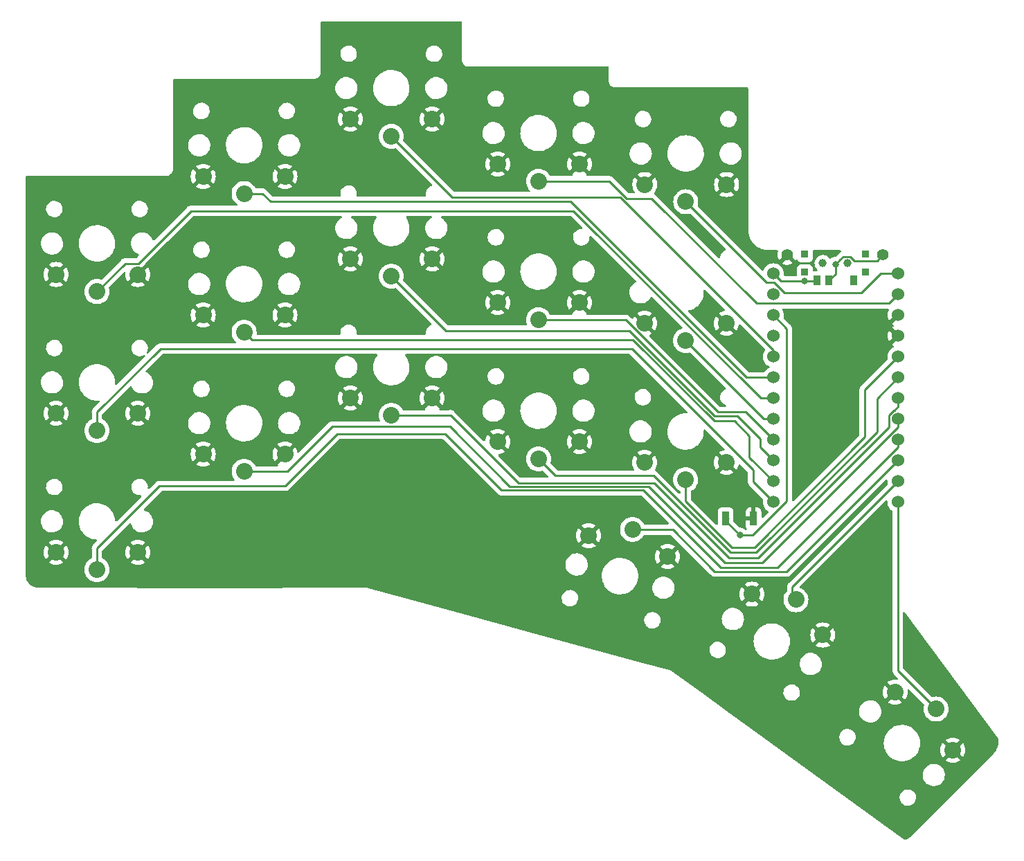
<source format=gbr>
%TF.GenerationSoftware,KiCad,Pcbnew,(6.0.2-0)*%
%TF.CreationDate,2022-03-03T20:02:48-06:00*%
%TF.ProjectId,Exkeylibur,45786b65-796c-4696-9275-722e6b696361,rev?*%
%TF.SameCoordinates,Original*%
%TF.FileFunction,Copper,L1,Top*%
%TF.FilePolarity,Positive*%
%FSLAX46Y46*%
G04 Gerber Fmt 4.6, Leading zero omitted, Abs format (unit mm)*
G04 Created by KiCad (PCBNEW (6.0.2-0)) date 2022-03-03 20:02:48*
%MOMM*%
%LPD*%
G01*
G04 APERTURE LIST*
%TA.AperFunction,ComponentPad*%
%ADD10C,1.524000*%
%TD*%
%TA.AperFunction,ComponentPad*%
%ADD11C,2.032000*%
%TD*%
%TA.AperFunction,SMDPad,CuDef*%
%ADD12R,0.900000X1.700000*%
%TD*%
%TA.AperFunction,ComponentPad*%
%ADD13C,1.397000*%
%TD*%
%TA.AperFunction,WasherPad*%
%ADD14C,1.000000*%
%TD*%
%TA.AperFunction,SMDPad,CuDef*%
%ADD15R,0.900000X0.900000*%
%TD*%
%TA.AperFunction,SMDPad,CuDef*%
%ADD16R,0.900000X1.250000*%
%TD*%
%TA.AperFunction,ViaPad*%
%ADD17C,0.800000*%
%TD*%
%TA.AperFunction,Conductor*%
%ADD18C,0.250000*%
%TD*%
G04 APERTURE END LIST*
D10*
%TO.P,U1,1,TX0/D3*%
%TO.N,switch6*%
X128322558Y-53086000D03*
%TO.P,U1,2,RX1/D2*%
%TO.N,switch5*%
X128322558Y-55626000D03*
%TO.P,U1,3,GND*%
%TO.N,GND*%
X128322558Y-58166000D03*
%TO.P,U1,4,GND*%
X128322558Y-60706000D03*
%TO.P,U1,5,2/D1/SDA*%
%TO.N,switch18*%
X128322558Y-63246000D03*
%TO.P,U1,6,3/D0/SCL*%
%TO.N,switch17*%
X128322558Y-65786000D03*
%TO.P,U1,7,4/D4*%
%TO.N,switch16*%
X128322558Y-68326000D03*
%TO.P,U1,8,5/C6*%
%TO.N,switch15*%
X128322558Y-70866000D03*
%TO.P,U1,9,6/D7*%
%TO.N,switch14*%
X128322558Y-73406000D03*
%TO.P,U1,10,7/E6*%
%TO.N,switch13*%
X128322558Y-75946000D03*
%TO.P,U1,11,8/B4*%
%TO.N,switch7*%
X128322558Y-78486000D03*
%TO.P,U1,12,9/B5*%
%TO.N,switch1*%
X128322558Y-81026000D03*
%TO.P,U1,13,B6/10*%
%TO.N,switch8*%
X113102558Y-81026000D03*
%TO.P,U1,14,B2/16*%
%TO.N,switch9*%
X113102558Y-78486000D03*
%TO.P,U1,15,B3/14*%
%TO.N,switch10*%
X113102558Y-75946000D03*
%TO.P,U1,16,B1/15*%
%TO.N,switch11*%
X113102558Y-73406000D03*
%TO.P,U1,17,F7/A0*%
%TO.N,switch12*%
X113102558Y-70866000D03*
%TO.P,U1,18,F6/A1*%
%TO.N,switch2*%
X113102558Y-68326000D03*
%TO.P,U1,19,F5/A2*%
%TO.N,switch3*%
X113102558Y-65786000D03*
%TO.P,U1,20,F4/A3*%
%TO.N,switch4*%
X113102558Y-63246000D03*
%TO.P,U1,21,VCC*%
%TO.N,VCC*%
X113102558Y-60706000D03*
%TO.P,U1,22,RST*%
%TO.N,Net-(RSW1-Pad1)*%
X113102558Y-58166000D03*
%TO.P,U1,23,GND*%
%TO.N,GND*%
X113102558Y-55626000D03*
%TO.P,U1,24,RAW*%
%TO.N,Net-(PWR_SW1-Pad3)*%
X113102558Y-53086000D03*
%TD*%
D11*
%TO.P,SW16,1,1*%
%TO.N,switch16*%
X66389158Y-70416000D03*
%TO.P,SW16,2,2*%
%TO.N,GND*%
X71389158Y-68316000D03*
X61389158Y-68316000D03*
%TD*%
%TO.P,SW7,1,1*%
%TO.N,switch7*%
X115869158Y-92972450D03*
%TO.P,SW7,2,2*%
%TO.N,GND*%
X119149285Y-97291103D03*
X110489031Y-92291103D03*
%TD*%
%TO.P,SW15,1,1*%
%TO.N,switch15*%
X48389158Y-77274000D03*
%TO.P,SW15,2,2*%
%TO.N,GND*%
X53389158Y-75174000D03*
X43389158Y-75174000D03*
%TD*%
%TO.P,SW13,1,1*%
%TO.N,switch13*%
X95886190Y-84383038D03*
%TO.P,SW13,2,2*%
%TO.N,GND*%
X100172300Y-87705577D03*
X90513041Y-85117387D03*
%TD*%
%TO.P,SW17,1,1*%
%TO.N,switch17*%
X84389158Y-75750000D03*
%TO.P,SW17,2,2*%
%TO.N,GND*%
X79389158Y-73650000D03*
X89389158Y-73650000D03*
%TD*%
%TO.P,SW18,1,1*%
%TO.N,switch18*%
X102369158Y-78290000D03*
%TO.P,SW18,2,2*%
%TO.N,GND*%
X97369158Y-76190000D03*
X107369158Y-76190000D03*
%TD*%
%TO.P,SW4,1,1*%
%TO.N,switch4*%
X66389158Y-36282000D03*
%TO.P,SW4,2,2*%
%TO.N,GND*%
X71389158Y-34182000D03*
X61389158Y-34182000D03*
%TD*%
%TO.P,SW3,1,1*%
%TO.N,switch3*%
X48389158Y-43282000D03*
%TO.P,SW3,2,2*%
%TO.N,GND*%
X53389158Y-41182000D03*
X43389158Y-41182000D03*
%TD*%
%TO.P,SW9,1,1*%
%TO.N,switch9*%
X48389158Y-60256000D03*
%TO.P,SW9,2,2*%
%TO.N,GND*%
X43389158Y-58156000D03*
X53389158Y-58156000D03*
%TD*%
%TO.P,SW14,1,1*%
%TO.N,switch14*%
X30389158Y-89282000D03*
%TO.P,SW14,2,2*%
%TO.N,GND*%
X35389158Y-87182000D03*
X25389158Y-87182000D03*
%TD*%
%TO.P,SW12,1,1*%
%TO.N,switch12*%
X102369158Y-61272000D03*
%TO.P,SW12,2,2*%
%TO.N,GND*%
X107369158Y-59172000D03*
X97369158Y-59172000D03*
%TD*%
%TO.P,SW11,1,1*%
%TO.N,switch11*%
X84389158Y-58732000D03*
%TO.P,SW11,2,2*%
%TO.N,GND*%
X79389158Y-56632000D03*
X89389158Y-56632000D03*
%TD*%
%TO.P,SW8,1,1*%
%TO.N,switch8*%
X30389158Y-72282000D03*
%TO.P,SW8,2,2*%
%TO.N,GND*%
X25389158Y-70182000D03*
X35389158Y-70182000D03*
%TD*%
%TO.P,SW6,1,1*%
%TO.N,switch6*%
X102389158Y-44282000D03*
%TO.P,SW6,2,2*%
%TO.N,GND*%
X107389158Y-42182000D03*
X97389158Y-42182000D03*
%TD*%
%TO.P,SW5,1,1*%
%TO.N,switch5*%
X84389158Y-41782000D03*
%TO.P,SW5,2,2*%
%TO.N,GND*%
X79389158Y-39682000D03*
X89389158Y-39682000D03*
%TD*%
%TO.P,SW2,1,1*%
%TO.N,switch2*%
X30389158Y-55282000D03*
%TO.P,SW2,2,2*%
%TO.N,GND*%
X25389158Y-53182000D03*
X35389158Y-53182000D03*
%TD*%
D12*
%TO.P,RSW1,1,1*%
%TO.N,Net-(RSW1-Pad1)*%
X107273158Y-83058000D03*
%TO.P,RSW1,2,2*%
%TO.N,GND*%
X110673158Y-83058000D03*
%TD*%
D11*
%TO.P,SW10,1,1*%
%TO.N,switch10*%
X66389158Y-53398000D03*
%TO.P,SW10,2,2*%
%TO.N,GND*%
X71389158Y-51298000D03*
X61389158Y-51298000D03*
%TD*%
D13*
%TO.P,BT_V1,1,1*%
%TO.N,Net-(BT_V1-Pad1)*%
X126499158Y-50800000D03*
%TD*%
%TO.P,BT_GND1,1,1*%
%TO.N,GND*%
X114815158Y-50800000D03*
%TD*%
D14*
%TO.P,PWR_SW1,*%
%TO.N,*%
X122160425Y-51818925D03*
X119160425Y-51818925D03*
D15*
%TO.P,PWR_SW1,0*%
%TO.N,N/C*%
X124360425Y-52918925D03*
X116960425Y-52918925D03*
X124360425Y-50718925D03*
X116960425Y-50718925D03*
D16*
%TO.P,PWR_SW1,1,A*%
%TO.N,unconnected-(PWR_SW1-Pad1)*%
X122910425Y-53893925D03*
%TO.P,PWR_SW1,2,B*%
%TO.N,Net-(BT_V1-Pad1)*%
X119910425Y-53893925D03*
%TO.P,PWR_SW1,3,C*%
%TO.N,Net-(PWR_SW1-Pad3)*%
X118410425Y-53893925D03*
%TD*%
D11*
%TO.P,SW1,1,1*%
%TO.N,switch1*%
X133005088Y-106344495D03*
%TO.P,SW1,2,2*%
%TO.N,GND*%
X135055698Y-111364953D03*
X127984630Y-104293885D03*
%TD*%
D14*
%TO.P,PWR_SW1,*%
%TO.N,*%
X122157158Y-51816000D03*
X119157158Y-51816000D03*
%TD*%
D17*
%TO.N,Net-(BT_V1-Pad1)*%
X120700425Y-51936425D03*
%TO.N,Net-(RSW1-Pad1)*%
X109020425Y-85076425D03*
%TO.N,Net-(PWR_SW1-Pad3)*%
X116940425Y-53996425D03*
%TD*%
D18*
%TO.N,Net-(BT_V1-Pad1)*%
X125800658Y-51498500D02*
X123048350Y-51498500D01*
X126499158Y-50800000D02*
X125800658Y-51498500D01*
X123048350Y-51498500D02*
X122541329Y-50991479D01*
X121252732Y-51394118D02*
X120710425Y-51936425D01*
X120710425Y-51936425D02*
X120700425Y-51936425D01*
X120700425Y-51936425D02*
X120700425Y-53103925D01*
X121655371Y-50991479D02*
X121252732Y-51394118D01*
X122541329Y-50991479D02*
X121655371Y-50991479D01*
X120700425Y-53103925D02*
X119910425Y-53893925D01*
%TO.N,Net-(RSW1-Pad1)*%
X114730425Y-80934693D02*
X110588693Y-85076425D01*
X107578850Y-83058000D02*
X107273158Y-83058000D01*
X110588693Y-85076425D02*
X109020425Y-85076425D01*
X114730425Y-59793867D02*
X114730425Y-60066425D01*
X114730425Y-78394693D02*
X114730425Y-80934693D01*
X107273158Y-83329158D02*
X107273158Y-83058000D01*
X113102558Y-58166000D02*
X114730425Y-59793867D01*
X109020425Y-85076425D02*
X107273158Y-83329158D01*
X114730425Y-60066425D02*
X114730425Y-78394693D01*
%TO.N,switch1*%
X128322558Y-81026000D02*
X128322558Y-101661965D01*
X128322558Y-101661965D02*
X133005088Y-106344495D01*
%TO.N,switch6*%
X126250850Y-53086000D02*
X123890425Y-55446425D01*
X112279669Y-54172511D02*
X102389158Y-44282000D01*
X114459543Y-55446425D02*
X113185629Y-54172511D01*
X128322558Y-53086000D02*
X126250850Y-53086000D01*
X113185629Y-54172511D02*
X112279669Y-54172511D01*
X123890425Y-55446425D02*
X114459543Y-55446425D01*
%TO.N,switch11*%
X106307813Y-70006425D02*
X109702983Y-70006425D01*
X109702983Y-70006425D02*
X113102558Y-73406000D01*
X95033388Y-58732000D02*
X84389158Y-58732000D01*
X106307813Y-70006425D02*
X95033388Y-58732000D01*
%TO.N,switch16*%
X127236047Y-71840803D02*
X111240425Y-87836425D01*
X127887361Y-69779489D02*
X127872509Y-69779489D01*
X73620425Y-70396425D02*
X73600850Y-70416000D01*
X73600850Y-70416000D02*
X66389158Y-70416000D01*
X98530425Y-78686425D02*
X81910425Y-78686425D01*
X128322558Y-68326000D02*
X128322558Y-69344292D01*
X81910425Y-78686425D02*
X73620425Y-70396425D01*
X107680425Y-87836425D02*
X98530425Y-78686425D01*
X128322558Y-69344292D02*
X127887361Y-69779489D01*
X111240425Y-87836425D02*
X107680425Y-87836425D01*
X127872509Y-69779489D02*
X127236047Y-70415951D01*
X127236047Y-70415951D02*
X127236047Y-71840803D01*
%TO.N,switch2*%
X113102558Y-68326000D02*
X111556166Y-68326000D01*
X33829669Y-51841489D02*
X30389158Y-55282000D01*
X88639145Y-45408979D02*
X41862935Y-45408979D01*
X111556166Y-68326000D02*
X88639145Y-45408979D01*
X35430425Y-51841489D02*
X33829669Y-51841489D01*
X41862935Y-45408979D02*
X35430425Y-51841489D01*
%TO.N,switch7*%
X115430425Y-91378133D02*
X115430425Y-91996425D01*
X128322558Y-78486000D02*
X115430425Y-91378133D01*
%TO.N,switch12*%
X113102558Y-70866000D02*
X111963158Y-70866000D01*
X111963158Y-70866000D02*
X102369158Y-61272000D01*
%TO.N,switch17*%
X98460425Y-77806425D02*
X86445583Y-77806425D01*
X86445583Y-77806425D02*
X84389158Y-75750000D01*
X125770425Y-68338133D02*
X125770425Y-72426425D01*
X128322558Y-65786000D02*
X125770425Y-68338133D01*
X107860425Y-87206425D02*
X98460425Y-77806425D01*
X125770425Y-72426425D02*
X110990425Y-87206425D01*
X110990425Y-87206425D02*
X107860425Y-87206425D01*
%TO.N,switch3*%
X50626000Y-43282000D02*
X48389158Y-43282000D01*
X51620425Y-44276425D02*
X50626000Y-43282000D01*
X88319260Y-44276425D02*
X51620425Y-44276425D01*
X109828835Y-65786000D02*
X88319260Y-44276425D01*
X113102558Y-65786000D02*
X109828835Y-65786000D01*
%TO.N,switch8*%
X110650425Y-77111497D02*
X95805353Y-62266425D01*
X113102558Y-81026000D02*
X110650425Y-78573867D01*
X110650425Y-78573867D02*
X110650425Y-77111497D01*
X38140425Y-62266425D02*
X30389158Y-70017692D01*
X30389158Y-70017692D02*
X30389158Y-72282000D01*
X95805353Y-62266425D02*
X38140425Y-62266425D01*
%TO.N,switch13*%
X114752133Y-89516425D02*
X105940425Y-89516425D01*
X128322558Y-75946000D02*
X114752133Y-89516425D01*
X100807038Y-84383038D02*
X95886190Y-84383038D01*
X105940425Y-89516425D02*
X100807038Y-84383038D01*
%TO.N,switch18*%
X107990425Y-86556425D02*
X102369158Y-80935158D01*
X110800425Y-86556425D02*
X107990425Y-86556425D01*
X102369158Y-80935158D02*
X102369158Y-78290000D01*
X124280425Y-73076425D02*
X110800425Y-86556425D01*
X128322558Y-63246000D02*
X124280425Y-67288133D01*
X124280425Y-67288133D02*
X124280425Y-73076425D01*
%TO.N,switch4*%
X66389158Y-36282000D02*
X73843583Y-43736425D01*
X73843583Y-43736425D02*
X94364707Y-43736425D01*
X94364707Y-43736425D02*
X113102558Y-62474276D01*
X113102558Y-62474276D02*
X113102558Y-63246000D01*
%TO.N,switch9*%
X110150425Y-72938259D02*
X108340171Y-71128005D01*
X108340171Y-71128005D02*
X105896287Y-71128005D01*
X113102558Y-78486000D02*
X110150425Y-75533867D01*
X110150425Y-75533867D02*
X110150425Y-72938259D01*
X105896287Y-71128005D02*
X95954103Y-61185821D01*
X95954103Y-61185821D02*
X49318979Y-61185821D01*
X49318979Y-61185821D02*
X48389158Y-60256000D01*
%TO.N,switch14*%
X106670425Y-89026425D02*
X113580425Y-89026425D01*
X97229465Y-79585465D02*
X106670425Y-89026425D01*
X113580425Y-89026425D02*
X128322558Y-74284292D01*
X59750425Y-72696425D02*
X72980425Y-72696425D01*
X38040425Y-79046425D02*
X53400425Y-79046425D01*
X79869465Y-79585465D02*
X97229465Y-79585465D01*
X30389158Y-86697692D02*
X38040425Y-79046425D01*
X53400425Y-79046425D02*
X59750425Y-72696425D01*
X72980425Y-72696425D02*
X79869465Y-79585465D01*
X128322558Y-74284292D02*
X128322558Y-73406000D01*
X30389158Y-89282000D02*
X30389158Y-86697692D01*
%TO.N,switch5*%
X93046000Y-41782000D02*
X84389158Y-41782000D01*
X98220425Y-43896425D02*
X95160425Y-43896425D01*
X95160425Y-43896425D02*
X93046000Y-41782000D01*
X111036511Y-56712511D02*
X98220425Y-43896425D01*
X128322558Y-55626000D02*
X127236047Y-56712511D01*
X127236047Y-56712511D02*
X111036511Y-56712511D01*
%TO.N,switch10*%
X73063669Y-60072511D02*
X66389158Y-53398000D01*
X108676423Y-70516425D02*
X111480425Y-73320427D01*
X113102558Y-75946000D02*
X111480425Y-74323867D01*
X105920425Y-70516425D02*
X95476511Y-60072511D01*
X113102558Y-75890392D02*
X113102558Y-75946000D01*
X95476511Y-60072511D02*
X73063669Y-60072511D01*
X111480425Y-74323867D02*
X111480425Y-73320427D01*
X105920425Y-70516425D02*
X108676423Y-70516425D01*
%TO.N,switch15*%
X80889945Y-79135945D02*
X73560425Y-71806425D01*
X53702850Y-77274000D02*
X48389158Y-77274000D01*
X128322558Y-71824292D02*
X111720425Y-88426425D01*
X111720425Y-88426425D02*
X107180425Y-88426425D01*
X73560425Y-71806425D02*
X59170425Y-71806425D01*
X128322558Y-70866000D02*
X128322558Y-71824292D01*
X59170425Y-71806425D02*
X53702850Y-77274000D01*
X97889945Y-79135945D02*
X80889945Y-79135945D01*
X107180425Y-88426425D02*
X97889945Y-79135945D01*
%TO.N,Net-(PWR_SW1-Pad3)*%
X113102558Y-53086000D02*
X114012983Y-53996425D01*
X116940425Y-53996425D02*
X118307925Y-53996425D01*
X114012983Y-53996425D02*
X116940425Y-53996425D01*
X118307925Y-53996425D02*
X118410425Y-53893925D01*
%TD*%
%TA.AperFunction,Conductor*%
%TO.N,GND*%
G36*
X74979270Y-22254163D02*
G01*
X75025763Y-22307819D01*
X75037149Y-22360161D01*
X75037149Y-26964433D01*
X75037013Y-26966474D01*
X75036438Y-26968513D01*
X75036493Y-26974300D01*
X75036493Y-26974302D01*
X75037143Y-27042474D01*
X75037149Y-27043675D01*
X75037149Y-27072902D01*
X75037402Y-27074670D01*
X75037464Y-27076214D01*
X75037825Y-27114021D01*
X75039872Y-27126393D01*
X75041396Y-27131015D01*
X75045118Y-27142305D01*
X75050179Y-27163884D01*
X75052554Y-27180470D01*
X75059132Y-27194938D01*
X75065735Y-27213015D01*
X75082080Y-27271238D01*
X75150151Y-27405707D01*
X75242979Y-27524443D01*
X75357048Y-27622950D01*
X75488038Y-27697496D01*
X75493864Y-27699443D01*
X75493865Y-27699443D01*
X75558893Y-27721170D01*
X75572510Y-27726620D01*
X75585921Y-27732916D01*
X75595097Y-27737224D01*
X75603971Y-27738606D01*
X75605928Y-27739204D01*
X75609331Y-27740424D01*
X75609337Y-27740404D01*
X75613961Y-27741908D01*
X75618465Y-27743768D01*
X75623201Y-27744913D01*
X75623204Y-27744914D01*
X75624088Y-27745128D01*
X75630654Y-27746715D01*
X75635506Y-27747117D01*
X75635510Y-27747118D01*
X75680499Y-27750849D01*
X75689467Y-27751918D01*
X75695876Y-27752915D01*
X75705572Y-27754425D01*
X75718409Y-27754425D01*
X75728823Y-27754856D01*
X75775670Y-27758741D01*
X75784469Y-27756941D01*
X75784944Y-27756913D01*
X75809523Y-27754425D01*
X92871149Y-27754425D01*
X92939270Y-27774427D01*
X92985763Y-27828083D01*
X92997149Y-27880425D01*
X92997149Y-29520412D01*
X92995846Y-29538483D01*
X92991926Y-29565512D01*
X92992057Y-29578052D01*
X92995114Y-29596419D01*
X92996614Y-29605434D01*
X92997253Y-29609735D01*
X93013002Y-29729952D01*
X93064889Y-29874121D01*
X93146367Y-30003884D01*
X93253677Y-30113253D01*
X93381867Y-30197183D01*
X93388202Y-30199600D01*
X93388204Y-30199601D01*
X93407336Y-30206900D01*
X93438327Y-30218724D01*
X93446945Y-30222385D01*
X93475576Y-30235828D01*
X93496975Y-30245875D01*
X93496977Y-30245876D01*
X93505097Y-30249688D01*
X93513959Y-30251068D01*
X93513963Y-30251069D01*
X93524262Y-30252672D01*
X93524145Y-30253425D01*
X93526173Y-30253341D01*
X93526229Y-30252978D01*
X93528052Y-30253262D01*
X93528053Y-30253262D01*
X93531087Y-30253734D01*
X93531088Y-30253735D01*
X93589727Y-30262865D01*
X93615572Y-30266889D01*
X93639821Y-30266889D01*
X93654232Y-30267716D01*
X93669319Y-30269453D01*
X93678168Y-30267935D01*
X93684877Y-30267750D01*
X93694997Y-30266889D01*
X109882553Y-30266889D01*
X109950674Y-30286891D01*
X109995989Y-30338041D01*
X110004980Y-30356636D01*
X110016127Y-30392644D01*
X110017978Y-30404884D01*
X110019343Y-30424633D01*
X110018017Y-30433148D01*
X110019181Y-30442049D01*
X110019181Y-30442052D01*
X110022139Y-30464669D01*
X110023203Y-30481007D01*
X110023186Y-36948236D01*
X110023159Y-47721878D01*
X110022068Y-47738422D01*
X110017963Y-47769414D01*
X110018249Y-47781951D01*
X110019107Y-47786741D01*
X110019135Y-47787019D01*
X110020470Y-47796785D01*
X110047093Y-48076986D01*
X110047450Y-48080740D01*
X110111258Y-48374042D01*
X110112490Y-48377596D01*
X110112492Y-48377603D01*
X110208340Y-48654092D01*
X110208344Y-48654101D01*
X110209573Y-48657647D01*
X110340993Y-48927511D01*
X110343037Y-48930682D01*
X110343038Y-48930683D01*
X110372837Y-48976902D01*
X110503644Y-49179785D01*
X110506049Y-49182687D01*
X110506054Y-49182693D01*
X110582774Y-49275242D01*
X110695206Y-49410873D01*
X110697944Y-49413471D01*
X110887938Y-49593747D01*
X110912949Y-49617479D01*
X111153766Y-49796656D01*
X111414224Y-49945851D01*
X111417681Y-49947315D01*
X111417682Y-49947316D01*
X111687137Y-50061464D01*
X111687141Y-50061465D01*
X111690610Y-50062935D01*
X111694228Y-50063980D01*
X111694236Y-50063983D01*
X111919393Y-50129025D01*
X111978982Y-50146239D01*
X112275227Y-50194575D01*
X112278971Y-50194733D01*
X112278978Y-50194734D01*
X112434738Y-50201319D01*
X112542864Y-50205890D01*
X112556267Y-50207178D01*
X112556993Y-50207287D01*
X112562596Y-50208129D01*
X112568942Y-50208096D01*
X112570262Y-50208089D01*
X112570266Y-50208089D01*
X112575136Y-50208063D01*
X112579950Y-50207287D01*
X112579954Y-50207287D01*
X112597179Y-50204512D01*
X112617198Y-50202907D01*
X113566118Y-50202733D01*
X113634242Y-50222723D01*
X113680745Y-50276370D01*
X113690862Y-50346642D01*
X113686474Y-50366097D01*
X113631680Y-50542563D01*
X113629288Y-50553817D01*
X113604583Y-50762547D01*
X113604282Y-50774048D01*
X113618029Y-50983779D01*
X113619830Y-50995149D01*
X113671567Y-51198863D01*
X113675408Y-51209710D01*
X113763405Y-51400592D01*
X113769154Y-51410549D01*
X113790270Y-51440427D01*
X113800859Y-51448815D01*
X113814158Y-51441788D01*
X114726063Y-50529884D01*
X114788375Y-50495859D01*
X114859191Y-50500924D01*
X114904253Y-50529884D01*
X115817767Y-51443398D01*
X115830145Y-51450156D01*
X115836725Y-51445231D01*
X115847277Y-51426389D01*
X115898014Y-51376728D01*
X115967546Y-51362381D01*
X116033796Y-51387903D01*
X116058458Y-51416643D01*
X116059810Y-51415630D01*
X116147164Y-51532186D01*
X116263720Y-51619540D01*
X116400109Y-51670670D01*
X116462291Y-51677425D01*
X117458559Y-51677425D01*
X117520741Y-51670670D01*
X117657130Y-51619540D01*
X117773686Y-51532186D01*
X117861040Y-51415630D01*
X117912170Y-51279241D01*
X117918925Y-51217059D01*
X117918925Y-50327912D01*
X117938927Y-50259791D01*
X117992583Y-50213298D01*
X118044902Y-50201912D01*
X121278531Y-50201319D01*
X121346655Y-50221309D01*
X121393158Y-50274956D01*
X121403275Y-50345228D01*
X121373794Y-50409814D01*
X121347266Y-50431257D01*
X121347753Y-50431928D01*
X121311983Y-50457916D01*
X121302066Y-50464430D01*
X121264009Y-50486937D01*
X121258404Y-50492541D01*
X121249686Y-50501259D01*
X121234653Y-50514099D01*
X121218264Y-50526007D01*
X121213212Y-50532114D01*
X121190083Y-50560072D01*
X121182093Y-50568853D01*
X120776597Y-50974348D01*
X120776584Y-50974362D01*
X120759926Y-50991020D01*
X120697614Y-51025046D01*
X120670831Y-51027925D01*
X120604938Y-51027925D01*
X120598486Y-51029297D01*
X120598481Y-51029297D01*
X120527486Y-51044388D01*
X120418137Y-51067631D01*
X120412107Y-51070316D01*
X120412106Y-51070316D01*
X120249703Y-51142622D01*
X120249701Y-51142623D01*
X120243673Y-51145307D01*
X120238332Y-51149187D01*
X120238331Y-51149188D01*
X120132103Y-51226367D01*
X120065235Y-51250226D01*
X119996083Y-51234145D01*
X119960399Y-51204067D01*
X119883385Y-51109638D01*
X119883382Y-51109635D01*
X119879490Y-51104863D01*
X119876780Y-51102621D01*
X119876223Y-51101938D01*
X119806657Y-51044388D01*
X119728583Y-50979799D01*
X119728579Y-50979797D01*
X119723833Y-50975870D01*
X119549859Y-50881802D01*
X119360926Y-50823318D01*
X119354801Y-50822674D01*
X119354800Y-50822674D01*
X119170362Y-50803289D01*
X119170360Y-50803289D01*
X119164233Y-50802645D01*
X119081734Y-50810153D01*
X118973409Y-50820011D01*
X118973406Y-50820012D01*
X118967270Y-50820570D01*
X118961364Y-50822308D01*
X118961360Y-50822309D01*
X118878262Y-50846766D01*
X118777539Y-50876410D01*
X118772081Y-50879263D01*
X118772077Y-50879265D01*
X118703429Y-50915154D01*
X118602268Y-50968040D01*
X118448133Y-51091968D01*
X118321004Y-51243474D01*
X118318037Y-51248872D01*
X118318033Y-51248877D01*
X118254221Y-51364952D01*
X118225725Y-51416787D01*
X118223864Y-51422654D01*
X118223863Y-51422656D01*
X118170563Y-51590680D01*
X118165923Y-51605306D01*
X118143877Y-51801851D01*
X118145234Y-51818012D01*
X118158768Y-51979186D01*
X118160426Y-51998934D01*
X118168804Y-52028151D01*
X118211142Y-52175800D01*
X118214941Y-52189050D01*
X118224335Y-52207328D01*
X118284122Y-52323660D01*
X118305345Y-52364956D01*
X118332146Y-52398771D01*
X118424365Y-52515124D01*
X118424368Y-52515128D01*
X118428193Y-52519953D01*
X118431108Y-52522434D01*
X118431460Y-52522878D01*
X118433669Y-52524758D01*
X118433671Y-52524760D01*
X118449781Y-52538471D01*
X118488695Y-52597853D01*
X118489326Y-52668847D01*
X118451475Y-52728912D01*
X118387159Y-52758978D01*
X118368119Y-52760425D01*
X118044925Y-52760425D01*
X117976804Y-52740423D01*
X117930311Y-52686767D01*
X117918925Y-52634425D01*
X117918925Y-52420791D01*
X117912170Y-52358609D01*
X117861040Y-52222220D01*
X117773686Y-52105664D01*
X117657130Y-52018310D01*
X117520741Y-51967180D01*
X117458559Y-51960425D01*
X116462291Y-51960425D01*
X116400109Y-51967180D01*
X116263720Y-52018310D01*
X116147164Y-52105664D01*
X116059810Y-52222220D01*
X116008680Y-52358609D01*
X116001925Y-52420791D01*
X116001925Y-53236925D01*
X115981923Y-53305046D01*
X115928267Y-53351539D01*
X115875925Y-53362925D01*
X114491189Y-53362925D01*
X114423068Y-53342923D01*
X114376575Y-53289267D01*
X114365668Y-53225944D01*
X114377432Y-53091475D01*
X114377911Y-53086000D01*
X114358536Y-52864537D01*
X114307629Y-52674550D01*
X114302421Y-52655114D01*
X114302420Y-52655112D01*
X114300998Y-52649804D01*
X114298675Y-52644822D01*
X114209372Y-52453311D01*
X114209369Y-52453306D01*
X114207046Y-52448324D01*
X114203889Y-52443815D01*
X114082694Y-52270730D01*
X114082692Y-52270727D01*
X114079535Y-52266219D01*
X113922339Y-52109023D01*
X113917831Y-52105866D01*
X113917828Y-52105864D01*
X113842063Y-52052813D01*
X113740235Y-51981512D01*
X113735253Y-51979189D01*
X113735248Y-51979186D01*
X113543736Y-51889883D01*
X113543735Y-51889882D01*
X113538754Y-51887560D01*
X113533446Y-51886138D01*
X113533444Y-51886137D01*
X113446222Y-51862766D01*
X113324021Y-51830022D01*
X113121612Y-51812314D01*
X114167204Y-51812314D01*
X114177086Y-51824803D01*
X114232199Y-51861627D01*
X114242304Y-51867114D01*
X114435425Y-51950086D01*
X114446368Y-51953641D01*
X114651367Y-52000028D01*
X114662776Y-52001530D01*
X114872803Y-52009781D01*
X114884287Y-52009179D01*
X115092303Y-51979019D01*
X115103486Y-51976334D01*
X115302520Y-51908771D01*
X115313023Y-51904095D01*
X115455562Y-51824270D01*
X115465424Y-51814194D01*
X115462469Y-51806522D01*
X114827969Y-51172021D01*
X114814026Y-51164408D01*
X114812192Y-51164539D01*
X114805578Y-51168790D01*
X114173397Y-51800972D01*
X114167204Y-51812314D01*
X113121612Y-51812314D01*
X113102558Y-51810647D01*
X112881095Y-51830022D01*
X112758894Y-51862766D01*
X112671672Y-51886137D01*
X112671670Y-51886138D01*
X112666362Y-51887560D01*
X112661381Y-51889882D01*
X112661380Y-51889883D01*
X112469869Y-51979186D01*
X112469864Y-51979189D01*
X112464882Y-51981512D01*
X112460375Y-51984668D01*
X112460373Y-51984669D01*
X112287288Y-52105864D01*
X112287285Y-52105866D01*
X112282777Y-52109023D01*
X112125581Y-52266219D01*
X112122424Y-52270727D01*
X112122422Y-52270730D01*
X112001227Y-52443815D01*
X111998070Y-52448324D01*
X111995747Y-52453306D01*
X111995744Y-52453311D01*
X111954506Y-52541747D01*
X111904118Y-52649804D01*
X111904098Y-52649878D01*
X111863002Y-52705700D01*
X111796682Y-52731041D01*
X111727189Y-52716504D01*
X111697595Y-52694533D01*
X107832166Y-48829103D01*
X103876748Y-44873685D01*
X103842722Y-44811373D01*
X103845563Y-44755042D01*
X103843527Y-44754553D01*
X103898390Y-44526035D01*
X103898391Y-44526029D01*
X103899545Y-44521222D01*
X103918372Y-44282000D01*
X103899545Y-44042778D01*
X103898391Y-44037971D01*
X103898390Y-44037965D01*
X103844682Y-43814259D01*
X103843527Y-43809447D01*
X103841633Y-43804874D01*
X103753592Y-43592323D01*
X103753591Y-43592321D01*
X103751698Y-43587751D01*
X103652764Y-43426306D01*
X106509682Y-43426306D01*
X106515409Y-43433956D01*
X106690917Y-43541507D01*
X106699711Y-43545988D01*
X106912187Y-43633998D01*
X106921572Y-43637047D01*
X107145202Y-43690737D01*
X107154949Y-43692280D01*
X107384228Y-43710325D01*
X107394088Y-43710325D01*
X107623367Y-43692280D01*
X107633114Y-43690737D01*
X107856744Y-43637047D01*
X107866129Y-43633998D01*
X108078605Y-43545988D01*
X108087399Y-43541507D01*
X108259241Y-43436203D01*
X108268701Y-43425747D01*
X108264917Y-43416969D01*
X107401970Y-42554022D01*
X107388026Y-42546408D01*
X107386193Y-42546539D01*
X107379578Y-42550790D01*
X106516442Y-43413926D01*
X106509682Y-43426306D01*
X103652764Y-43426306D01*
X103626318Y-43383151D01*
X103470476Y-43200682D01*
X103356016Y-43102925D01*
X103291775Y-43048058D01*
X103291774Y-43048057D01*
X103288007Y-43044840D01*
X103083407Y-42919460D01*
X103078837Y-42917567D01*
X103078835Y-42917566D01*
X102866284Y-42829525D01*
X102866282Y-42829524D01*
X102861711Y-42827631D01*
X102780121Y-42808043D01*
X102633193Y-42772768D01*
X102633187Y-42772767D01*
X102628380Y-42771613D01*
X102389158Y-42752786D01*
X102149936Y-42771613D01*
X102145129Y-42772767D01*
X102145123Y-42772768D01*
X101998195Y-42808043D01*
X101916605Y-42827631D01*
X101912034Y-42829524D01*
X101912032Y-42829525D01*
X101699481Y-42917566D01*
X101699479Y-42917567D01*
X101694909Y-42919460D01*
X101490309Y-43044840D01*
X101486542Y-43048057D01*
X101486541Y-43048058D01*
X101422300Y-43102925D01*
X101307840Y-43200682D01*
X101151998Y-43383151D01*
X101026618Y-43587751D01*
X101024725Y-43592321D01*
X101024724Y-43592323D01*
X100936683Y-43804874D01*
X100934789Y-43809447D01*
X100933634Y-43814259D01*
X100879926Y-44037965D01*
X100879925Y-44037971D01*
X100878771Y-44042778D01*
X100859944Y-44282000D01*
X100878771Y-44521222D01*
X100879925Y-44526029D01*
X100879926Y-44526035D01*
X100910419Y-44653045D01*
X100934789Y-44754553D01*
X100936682Y-44759124D01*
X100936683Y-44759126D01*
X101007908Y-44931078D01*
X101026618Y-44976249D01*
X101151998Y-45180849D01*
X101307840Y-45363318D01*
X101490309Y-45519160D01*
X101694909Y-45644540D01*
X101699479Y-45646433D01*
X101699481Y-45646434D01*
X101912032Y-45734475D01*
X101916605Y-45736369D01*
X101998195Y-45755957D01*
X102145123Y-45791232D01*
X102145129Y-45791233D01*
X102149936Y-45792387D01*
X102389158Y-45811214D01*
X102628380Y-45792387D01*
X102633187Y-45791233D01*
X102633193Y-45791232D01*
X102861711Y-45736369D01*
X102862245Y-45738592D01*
X102923736Y-45736813D01*
X102980844Y-45769590D01*
X107245717Y-50034463D01*
X107279743Y-50096775D01*
X107274678Y-50167590D01*
X107232131Y-50224426D01*
X107203224Y-50239228D01*
X107203637Y-50240192D01*
X107197779Y-50242703D01*
X107191680Y-50244614D01*
X107013321Y-50343479D01*
X106858485Y-50476190D01*
X106733497Y-50637324D01*
X106643462Y-50820299D01*
X106641853Y-50826477D01*
X106641852Y-50826479D01*
X106593946Y-51010394D01*
X106592058Y-51017641D01*
X106591724Y-51024021D01*
X106589215Y-51071888D01*
X106565675Y-51138869D01*
X106509660Y-51182490D01*
X106438954Y-51188902D01*
X106374293Y-51154389D01*
X102658968Y-47439063D01*
X98724077Y-43504172D01*
X98716537Y-43495886D01*
X98712425Y-43489407D01*
X98662773Y-43442781D01*
X98659932Y-43440027D01*
X98640195Y-43420290D01*
X98636998Y-43417810D01*
X98627976Y-43410105D01*
X98595746Y-43379839D01*
X98588800Y-43376020D01*
X98588797Y-43376018D01*
X98577991Y-43370077D01*
X98562609Y-43360098D01*
X98562576Y-43360073D01*
X98520356Y-43302994D01*
X98515697Y-43232150D01*
X98542851Y-43177808D01*
X98622702Y-43084314D01*
X98628495Y-43076341D01*
X98748665Y-42880241D01*
X98753146Y-42871447D01*
X98841156Y-42658971D01*
X98844205Y-42649586D01*
X98897895Y-42425956D01*
X98899438Y-42416209D01*
X98917483Y-42186930D01*
X105860833Y-42186930D01*
X105878878Y-42416209D01*
X105880421Y-42425956D01*
X105934111Y-42649586D01*
X105937160Y-42658971D01*
X106025170Y-42871447D01*
X106029651Y-42880241D01*
X106134955Y-43052083D01*
X106145411Y-43061543D01*
X106154189Y-43057759D01*
X107017136Y-42194812D01*
X107023514Y-42183132D01*
X107753566Y-42183132D01*
X107753697Y-42184965D01*
X107757948Y-42191580D01*
X108621084Y-43054716D01*
X108633464Y-43061476D01*
X108641114Y-43055749D01*
X108748665Y-42880241D01*
X108753146Y-42871447D01*
X108841156Y-42658971D01*
X108844205Y-42649586D01*
X108897895Y-42425956D01*
X108899438Y-42416209D01*
X108917483Y-42186930D01*
X108917483Y-42177070D01*
X108899438Y-41947791D01*
X108897895Y-41938044D01*
X108844205Y-41714414D01*
X108841156Y-41705029D01*
X108753146Y-41492553D01*
X108748665Y-41483759D01*
X108643361Y-41311917D01*
X108632905Y-41302457D01*
X108624127Y-41306241D01*
X107761180Y-42169188D01*
X107753566Y-42183132D01*
X107023514Y-42183132D01*
X107024750Y-42180868D01*
X107024619Y-42179035D01*
X107020368Y-42172420D01*
X106157232Y-41309284D01*
X106144852Y-41302524D01*
X106137202Y-41308251D01*
X106029651Y-41483759D01*
X106025170Y-41492553D01*
X105937160Y-41705029D01*
X105934111Y-41714414D01*
X105880421Y-41938044D01*
X105878878Y-41947791D01*
X105860833Y-42177070D01*
X105860833Y-42186930D01*
X98917483Y-42186930D01*
X98917483Y-42177070D01*
X98899438Y-41947791D01*
X98897895Y-41938044D01*
X98844205Y-41714414D01*
X98841156Y-41705029D01*
X98753146Y-41492553D01*
X98748665Y-41483759D01*
X98643361Y-41311917D01*
X98632905Y-41302457D01*
X98624127Y-41306241D01*
X97478253Y-42452115D01*
X97415941Y-42486141D01*
X97345126Y-42481076D01*
X97300063Y-42452115D01*
X96157232Y-41309284D01*
X96144852Y-41302524D01*
X96137202Y-41308251D01*
X96029651Y-41483759D01*
X96025170Y-41492553D01*
X95937160Y-41705029D01*
X95934111Y-41714414D01*
X95880421Y-41938044D01*
X95878878Y-41947791D01*
X95860833Y-42177070D01*
X95860833Y-42186930D01*
X95878878Y-42416209D01*
X95880421Y-42425956D01*
X95934111Y-42649586D01*
X95937160Y-42658971D01*
X96025170Y-42871447D01*
X96029651Y-42880241D01*
X96146603Y-43071090D01*
X96165141Y-43139624D01*
X96143684Y-43207301D01*
X96089045Y-43252634D01*
X96039170Y-43262925D01*
X95475019Y-43262925D01*
X95406898Y-43242923D01*
X95385924Y-43226020D01*
X94471445Y-42311540D01*
X93549652Y-41389747D01*
X93542112Y-41381461D01*
X93538000Y-41374982D01*
X93488348Y-41328356D01*
X93485507Y-41325602D01*
X93465770Y-41305865D01*
X93462573Y-41303385D01*
X93453551Y-41295680D01*
X93427100Y-41270841D01*
X93421321Y-41265414D01*
X93414375Y-41261595D01*
X93414372Y-41261593D01*
X93403566Y-41255652D01*
X93387047Y-41244801D01*
X93386583Y-41244441D01*
X93371041Y-41232386D01*
X93363772Y-41229241D01*
X93363768Y-41229238D01*
X93330463Y-41214826D01*
X93319813Y-41209609D01*
X93281060Y-41188305D01*
X93261437Y-41183267D01*
X93242734Y-41176863D01*
X93231420Y-41171967D01*
X93231419Y-41171967D01*
X93224145Y-41168819D01*
X93216322Y-41167580D01*
X93216312Y-41167577D01*
X93180476Y-41161901D01*
X93168856Y-41159495D01*
X93133711Y-41150472D01*
X93133710Y-41150472D01*
X93126030Y-41148500D01*
X93105776Y-41148500D01*
X93086065Y-41146949D01*
X93073886Y-41145020D01*
X93066057Y-41143780D01*
X93058165Y-41144526D01*
X93022039Y-41147941D01*
X93010181Y-41148500D01*
X90351080Y-41148500D01*
X90282959Y-41128498D01*
X90236466Y-41074842D01*
X90226362Y-41004568D01*
X90257510Y-40938253D01*
X96509615Y-40938253D01*
X96513399Y-40947031D01*
X97376346Y-41809978D01*
X97390290Y-41817592D01*
X97392123Y-41817461D01*
X97398738Y-41813210D01*
X98261874Y-40950074D01*
X98268329Y-40938253D01*
X106509615Y-40938253D01*
X106513399Y-40947031D01*
X107376346Y-41809978D01*
X107390290Y-41817592D01*
X107392123Y-41817461D01*
X107398738Y-41813210D01*
X108261874Y-40950074D01*
X108268634Y-40937694D01*
X108262907Y-40930044D01*
X108087399Y-40822493D01*
X108078605Y-40818012D01*
X107866129Y-40730002D01*
X107856744Y-40726953D01*
X107633114Y-40673263D01*
X107623367Y-40671720D01*
X107394088Y-40653675D01*
X107384228Y-40653675D01*
X107154949Y-40671720D01*
X107145202Y-40673263D01*
X106921572Y-40726953D01*
X106912187Y-40730002D01*
X106699711Y-40818012D01*
X106690917Y-40822493D01*
X106519075Y-40927797D01*
X106509615Y-40938253D01*
X98268329Y-40938253D01*
X98268634Y-40937694D01*
X98262907Y-40930044D01*
X98087399Y-40822493D01*
X98078605Y-40818012D01*
X97866129Y-40730002D01*
X97856744Y-40726953D01*
X97633114Y-40673263D01*
X97623367Y-40671720D01*
X97394088Y-40653675D01*
X97384228Y-40653675D01*
X97154949Y-40671720D01*
X97145202Y-40673263D01*
X96921572Y-40726953D01*
X96912187Y-40730002D01*
X96699711Y-40818012D01*
X96690917Y-40822493D01*
X96519075Y-40927797D01*
X96509615Y-40938253D01*
X90257510Y-40938253D01*
X90257644Y-40937968D01*
X90268701Y-40925747D01*
X90264917Y-40916969D01*
X89401970Y-40054022D01*
X89388026Y-40046408D01*
X89386193Y-40046539D01*
X89379578Y-40050790D01*
X88516442Y-40913926D01*
X88509682Y-40926306D01*
X88525167Y-40946991D01*
X88549978Y-41013511D01*
X88534887Y-41082885D01*
X88484685Y-41133087D01*
X88424299Y-41148500D01*
X85859428Y-41148500D01*
X85791307Y-41128498D01*
X85753449Y-41086678D01*
X85751698Y-41087751D01*
X85665464Y-40947031D01*
X85626318Y-40883151D01*
X85570685Y-40818012D01*
X85473689Y-40704444D01*
X85470476Y-40700682D01*
X85307564Y-40561543D01*
X85291775Y-40548058D01*
X85291774Y-40548057D01*
X85288007Y-40544840D01*
X85083407Y-40419460D01*
X85078837Y-40417567D01*
X85078835Y-40417566D01*
X84866284Y-40329525D01*
X84866282Y-40329524D01*
X84861711Y-40327631D01*
X84756854Y-40302457D01*
X84633193Y-40272768D01*
X84633187Y-40272767D01*
X84628380Y-40271613D01*
X84389158Y-40252786D01*
X84149936Y-40271613D01*
X84145129Y-40272767D01*
X84145123Y-40272768D01*
X84021462Y-40302457D01*
X83916605Y-40327631D01*
X83912034Y-40329524D01*
X83912032Y-40329525D01*
X83699481Y-40417566D01*
X83699479Y-40417567D01*
X83694909Y-40419460D01*
X83490309Y-40544840D01*
X83486542Y-40548057D01*
X83486541Y-40548058D01*
X83470752Y-40561543D01*
X83307840Y-40700682D01*
X83304627Y-40704444D01*
X83207632Y-40818012D01*
X83151998Y-40883151D01*
X83026618Y-41087751D01*
X83024725Y-41092321D01*
X83024724Y-41092323D01*
X82937297Y-41303392D01*
X82934789Y-41309447D01*
X82933634Y-41314259D01*
X82879926Y-41537965D01*
X82879925Y-41537971D01*
X82878771Y-41542778D01*
X82859944Y-41782000D01*
X82878771Y-42021222D01*
X82879925Y-42026029D01*
X82879926Y-42026035D01*
X82888435Y-42061476D01*
X82934789Y-42254553D01*
X82936682Y-42259124D01*
X82936683Y-42259126D01*
X83022533Y-42466386D01*
X83026618Y-42476249D01*
X83151998Y-42680849D01*
X83155215Y-42684616D01*
X83155216Y-42684617D01*
X83258771Y-42805865D01*
X83307840Y-42863318D01*
X83328677Y-42881114D01*
X83367486Y-42940563D01*
X83367994Y-43011558D01*
X83330039Y-43071557D01*
X83265670Y-43101511D01*
X83246847Y-43102925D01*
X74158177Y-43102925D01*
X74090056Y-43082923D01*
X74069082Y-43066020D01*
X71929369Y-40926306D01*
X78509682Y-40926306D01*
X78515409Y-40933956D01*
X78690917Y-41041507D01*
X78699711Y-41045988D01*
X78912187Y-41133998D01*
X78921572Y-41137047D01*
X79145202Y-41190737D01*
X79154949Y-41192280D01*
X79384228Y-41210325D01*
X79394088Y-41210325D01*
X79623367Y-41192280D01*
X79633114Y-41190737D01*
X79856744Y-41137047D01*
X79866129Y-41133998D01*
X80078605Y-41045988D01*
X80087399Y-41041507D01*
X80259241Y-40936203D01*
X80268701Y-40925747D01*
X80264917Y-40916969D01*
X79401970Y-40054022D01*
X79388026Y-40046408D01*
X79386193Y-40046539D01*
X79379578Y-40050790D01*
X78516442Y-40913926D01*
X78509682Y-40926306D01*
X71929369Y-40926306D01*
X70689993Y-39686930D01*
X77860833Y-39686930D01*
X77878878Y-39916209D01*
X77880421Y-39925956D01*
X77934111Y-40149586D01*
X77937160Y-40158971D01*
X78025170Y-40371447D01*
X78029651Y-40380241D01*
X78134955Y-40552083D01*
X78145411Y-40561543D01*
X78154189Y-40557759D01*
X79017136Y-39694812D01*
X79023514Y-39683132D01*
X79753566Y-39683132D01*
X79753697Y-39684965D01*
X79757948Y-39691580D01*
X80621084Y-40554716D01*
X80633464Y-40561476D01*
X80641114Y-40555749D01*
X80748665Y-40380241D01*
X80753146Y-40371447D01*
X80841156Y-40158971D01*
X80844205Y-40149586D01*
X80897895Y-39925956D01*
X80899438Y-39916209D01*
X80917483Y-39686930D01*
X87860833Y-39686930D01*
X87878878Y-39916209D01*
X87880421Y-39925956D01*
X87934111Y-40149586D01*
X87937160Y-40158971D01*
X88025170Y-40371447D01*
X88029651Y-40380241D01*
X88134955Y-40552083D01*
X88145411Y-40561543D01*
X88154189Y-40557759D01*
X89017136Y-39694812D01*
X89023514Y-39683132D01*
X89753566Y-39683132D01*
X89753697Y-39684965D01*
X89757948Y-39691580D01*
X90621084Y-40554716D01*
X90633464Y-40561476D01*
X90641114Y-40555749D01*
X90748665Y-40380241D01*
X90753146Y-40371447D01*
X90841156Y-40158971D01*
X90844205Y-40149586D01*
X90897895Y-39925956D01*
X90899438Y-39916209D01*
X90917483Y-39686930D01*
X90917483Y-39677070D01*
X90899438Y-39447791D01*
X90897895Y-39438044D01*
X90844205Y-39214414D01*
X90841156Y-39205029D01*
X90753146Y-38992553D01*
X90748665Y-38983759D01*
X90643361Y-38811917D01*
X90632905Y-38802457D01*
X90624127Y-38806241D01*
X89761180Y-39669188D01*
X89753566Y-39683132D01*
X89023514Y-39683132D01*
X89024750Y-39680868D01*
X89024619Y-39679035D01*
X89020368Y-39672420D01*
X88157232Y-38809284D01*
X88144852Y-38802524D01*
X88137202Y-38808251D01*
X88029651Y-38983759D01*
X88025170Y-38992553D01*
X87937160Y-39205029D01*
X87934111Y-39214414D01*
X87880421Y-39438044D01*
X87878878Y-39447791D01*
X87860833Y-39677070D01*
X87860833Y-39686930D01*
X80917483Y-39686930D01*
X80917483Y-39677070D01*
X80899438Y-39447791D01*
X80897895Y-39438044D01*
X80844205Y-39214414D01*
X80841156Y-39205029D01*
X80753146Y-38992553D01*
X80748665Y-38983759D01*
X80643361Y-38811917D01*
X80632905Y-38802457D01*
X80624127Y-38806241D01*
X79761180Y-39669188D01*
X79753566Y-39683132D01*
X79023514Y-39683132D01*
X79024750Y-39680868D01*
X79024619Y-39679035D01*
X79020368Y-39672420D01*
X78157232Y-38809284D01*
X78144852Y-38802524D01*
X78137202Y-38808251D01*
X78029651Y-38983759D01*
X78025170Y-38992553D01*
X77937160Y-39205029D01*
X77934111Y-39214414D01*
X77880421Y-39438044D01*
X77878878Y-39447791D01*
X77860833Y-39677070D01*
X77860833Y-39686930D01*
X70689993Y-39686930D01*
X69441316Y-38438253D01*
X78509615Y-38438253D01*
X78513399Y-38447031D01*
X79376346Y-39309978D01*
X79390290Y-39317592D01*
X79392123Y-39317461D01*
X79398738Y-39313210D01*
X80261874Y-38450074D01*
X80268329Y-38438253D01*
X88509615Y-38438253D01*
X88513399Y-38447031D01*
X89376346Y-39309978D01*
X89390290Y-39317592D01*
X89392123Y-39317461D01*
X89398738Y-39313210D01*
X90261874Y-38450074D01*
X90268634Y-38437694D01*
X90262907Y-38430044D01*
X90087399Y-38322493D01*
X90078605Y-38318012D01*
X90077929Y-38317732D01*
X95526358Y-38317732D01*
X95526558Y-38323062D01*
X95526558Y-38323063D01*
X95530490Y-38427797D01*
X95535012Y-38548268D01*
X95582386Y-38774050D01*
X95584344Y-38779009D01*
X95584345Y-38779011D01*
X95593631Y-38802524D01*
X95667125Y-38988622D01*
X95786805Y-39185849D01*
X95790302Y-39189879D01*
X95890659Y-39305530D01*
X95938005Y-39360092D01*
X95942136Y-39363479D01*
X96112273Y-39502984D01*
X96112279Y-39502988D01*
X96116401Y-39506368D01*
X96316893Y-39620494D01*
X96321909Y-39622315D01*
X96321914Y-39622317D01*
X96528733Y-39697389D01*
X96528737Y-39697390D01*
X96533748Y-39699209D01*
X96538997Y-39700158D01*
X96539000Y-39700159D01*
X96756681Y-39739522D01*
X96756688Y-39739523D01*
X96760765Y-39740260D01*
X96778502Y-39741096D01*
X96783450Y-39741330D01*
X96783457Y-39741330D01*
X96784938Y-39741400D01*
X96947083Y-39741400D01*
X97014039Y-39735719D01*
X97113720Y-39727261D01*
X97113724Y-39727260D01*
X97119031Y-39726810D01*
X97124186Y-39725472D01*
X97124192Y-39725471D01*
X97337161Y-39670195D01*
X97337165Y-39670194D01*
X97342330Y-39668853D01*
X97347196Y-39666661D01*
X97347199Y-39666660D01*
X97547807Y-39576293D01*
X97552673Y-39574101D01*
X97557093Y-39571125D01*
X97557097Y-39571123D01*
X97705167Y-39471435D01*
X97744043Y-39445262D01*
X97910970Y-39286022D01*
X97979758Y-39193568D01*
X98045495Y-39105214D01*
X98045497Y-39105211D01*
X98048679Y-39100934D01*
X98103783Y-38992553D01*
X98150816Y-38900046D01*
X98150816Y-38900045D01*
X98153235Y-38895288D01*
X98201089Y-38741175D01*
X98220063Y-38680070D01*
X98220064Y-38680064D01*
X98221647Y-38674967D01*
X98248488Y-38472449D01*
X98251258Y-38451553D01*
X98251258Y-38451548D01*
X98251958Y-38446268D01*
X98251297Y-38428659D01*
X100161672Y-38428659D01*
X100162035Y-38432807D01*
X100162035Y-38432811D01*
X100172593Y-38553486D01*
X100187410Y-38722849D01*
X100188320Y-38726921D01*
X100188321Y-38726926D01*
X100250729Y-39006124D01*
X100251830Y-39011050D01*
X100353802Y-39288199D01*
X100355749Y-39291892D01*
X100355750Y-39291894D01*
X100391707Y-39360092D01*
X100491532Y-39549427D01*
X100528045Y-39600806D01*
X100660177Y-39786735D01*
X100660182Y-39786741D01*
X100662601Y-39790145D01*
X100665445Y-39793195D01*
X100665450Y-39793201D01*
X100780157Y-39916209D01*
X100864004Y-40006124D01*
X101092203Y-40193568D01*
X101343187Y-40349185D01*
X101347004Y-40350901D01*
X101347007Y-40350902D01*
X101419866Y-40383646D01*
X101612548Y-40470241D01*
X101725526Y-40503921D01*
X101862787Y-40544840D01*
X101895553Y-40554608D01*
X101899673Y-40555261D01*
X101899675Y-40555261D01*
X102183750Y-40600255D01*
X102183756Y-40600256D01*
X102187231Y-40600806D01*
X102211790Y-40601921D01*
X102278175Y-40604936D01*
X102278196Y-40604936D01*
X102279595Y-40605000D01*
X102464059Y-40605000D01*
X102683822Y-40590403D01*
X102687921Y-40589577D01*
X102687925Y-40589576D01*
X102861348Y-40554608D01*
X102973309Y-40532033D01*
X103252533Y-40435888D01*
X103422247Y-40350902D01*
X103512853Y-40305530D01*
X103512855Y-40305529D01*
X103516589Y-40303659D01*
X103760836Y-40137668D01*
X103769000Y-40130369D01*
X103977870Y-39943617D01*
X103980985Y-39940832D01*
X103983703Y-39937661D01*
X104170447Y-39719784D01*
X104170450Y-39719780D01*
X104173167Y-39716610D01*
X104175441Y-39713108D01*
X104175445Y-39713103D01*
X104331728Y-39472449D01*
X104331731Y-39472444D01*
X104334007Y-39468939D01*
X104343838Y-39448236D01*
X104411599Y-39305530D01*
X104460677Y-39202172D01*
X104463440Y-39193568D01*
X104549673Y-38924983D01*
X104549673Y-38924982D01*
X104550953Y-38920996D01*
X104571239Y-38808251D01*
X104602509Y-38634459D01*
X104602510Y-38634454D01*
X104603248Y-38630350D01*
X104605803Y-38574101D01*
X104616455Y-38339511D01*
X104616455Y-38339506D01*
X104616644Y-38335341D01*
X104615104Y-38317732D01*
X106526358Y-38317732D01*
X106526558Y-38323062D01*
X106526558Y-38323063D01*
X106530490Y-38427797D01*
X106535012Y-38548268D01*
X106582386Y-38774050D01*
X106584344Y-38779009D01*
X106584345Y-38779011D01*
X106593631Y-38802524D01*
X106667125Y-38988622D01*
X106786805Y-39185849D01*
X106790302Y-39189879D01*
X106890659Y-39305530D01*
X106938005Y-39360092D01*
X106942136Y-39363479D01*
X107112273Y-39502984D01*
X107112279Y-39502988D01*
X107116401Y-39506368D01*
X107316893Y-39620494D01*
X107321909Y-39622315D01*
X107321914Y-39622317D01*
X107528733Y-39697389D01*
X107528737Y-39697390D01*
X107533748Y-39699209D01*
X107538997Y-39700158D01*
X107539000Y-39700159D01*
X107756681Y-39739522D01*
X107756688Y-39739523D01*
X107760765Y-39740260D01*
X107778502Y-39741096D01*
X107783450Y-39741330D01*
X107783457Y-39741330D01*
X107784938Y-39741400D01*
X107947083Y-39741400D01*
X108014039Y-39735719D01*
X108113720Y-39727261D01*
X108113724Y-39727260D01*
X108119031Y-39726810D01*
X108124186Y-39725472D01*
X108124192Y-39725471D01*
X108337161Y-39670195D01*
X108337165Y-39670194D01*
X108342330Y-39668853D01*
X108347196Y-39666661D01*
X108347199Y-39666660D01*
X108547807Y-39576293D01*
X108552673Y-39574101D01*
X108557093Y-39571125D01*
X108557097Y-39571123D01*
X108705167Y-39471435D01*
X108744043Y-39445262D01*
X108910970Y-39286022D01*
X108979758Y-39193568D01*
X109045495Y-39105214D01*
X109045497Y-39105211D01*
X109048679Y-39100934D01*
X109103783Y-38992553D01*
X109150816Y-38900046D01*
X109150816Y-38900045D01*
X109153235Y-38895288D01*
X109201089Y-38741175D01*
X109220063Y-38680070D01*
X109220064Y-38680064D01*
X109221647Y-38674967D01*
X109248488Y-38472449D01*
X109251258Y-38451553D01*
X109251258Y-38451548D01*
X109251958Y-38446268D01*
X109251141Y-38424489D01*
X109243504Y-38221063D01*
X109243304Y-38215732D01*
X109195930Y-37989950D01*
X109193447Y-37983661D01*
X109148051Y-37868712D01*
X109111191Y-37775378D01*
X108991511Y-37578151D01*
X108904586Y-37477978D01*
X108843811Y-37407941D01*
X108843809Y-37407939D01*
X108840311Y-37403908D01*
X108786220Y-37359556D01*
X108666043Y-37261016D01*
X108666037Y-37261012D01*
X108661915Y-37257632D01*
X108461423Y-37143506D01*
X108456407Y-37141685D01*
X108456402Y-37141683D01*
X108249583Y-37066611D01*
X108249579Y-37066610D01*
X108244568Y-37064791D01*
X108239319Y-37063842D01*
X108239316Y-37063841D01*
X108021635Y-37024478D01*
X108021628Y-37024477D01*
X108017551Y-37023740D01*
X107999814Y-37022904D01*
X107994866Y-37022670D01*
X107994859Y-37022670D01*
X107993378Y-37022600D01*
X107831233Y-37022600D01*
X107764277Y-37028281D01*
X107664596Y-37036739D01*
X107664592Y-37036740D01*
X107659285Y-37037190D01*
X107654130Y-37038528D01*
X107654124Y-37038529D01*
X107441155Y-37093805D01*
X107441151Y-37093806D01*
X107435986Y-37095147D01*
X107431120Y-37097339D01*
X107431117Y-37097340D01*
X107245733Y-37180849D01*
X107225643Y-37189899D01*
X107221223Y-37192875D01*
X107221219Y-37192877D01*
X107149250Y-37241330D01*
X107034273Y-37318738D01*
X106867346Y-37477978D01*
X106864158Y-37482263D01*
X106742012Y-37646434D01*
X106729637Y-37663066D01*
X106727222Y-37667816D01*
X106654315Y-37811214D01*
X106625081Y-37868712D01*
X106604802Y-37934021D01*
X106558253Y-38083930D01*
X106558252Y-38083936D01*
X106556669Y-38089033D01*
X106544442Y-38181286D01*
X106530073Y-38289704D01*
X106526358Y-38317732D01*
X104615104Y-38317732D01*
X104591270Y-38045312D01*
X104590906Y-38041151D01*
X104580184Y-37993183D01*
X104527398Y-37757028D01*
X104527396Y-37757021D01*
X104526486Y-37752950D01*
X104519689Y-37734475D01*
X104482889Y-37634459D01*
X104424514Y-37475801D01*
X104411730Y-37451553D01*
X104338387Y-37312447D01*
X104286784Y-37214573D01*
X104234984Y-37141683D01*
X104118139Y-36977265D01*
X104118134Y-36977259D01*
X104115715Y-36973855D01*
X104112871Y-36970805D01*
X104112866Y-36970799D01*
X103917158Y-36760928D01*
X103914312Y-36757876D01*
X103686113Y-36570432D01*
X103435129Y-36414815D01*
X103165768Y-36293759D01*
X102913946Y-36218688D01*
X102886762Y-36210584D01*
X102886760Y-36210584D01*
X102882763Y-36209392D01*
X102878643Y-36208739D01*
X102878641Y-36208739D01*
X102594566Y-36163745D01*
X102594560Y-36163744D01*
X102591085Y-36163194D01*
X102566526Y-36162079D01*
X102500141Y-36159064D01*
X102500120Y-36159064D01*
X102498721Y-36159000D01*
X102314257Y-36159000D01*
X102094494Y-36173597D01*
X102090395Y-36174423D01*
X102090391Y-36174424D01*
X101947797Y-36203176D01*
X101805007Y-36231967D01*
X101525783Y-36328112D01*
X101522055Y-36329979D01*
X101332336Y-36424983D01*
X101261727Y-36460341D01*
X101017480Y-36626332D01*
X100797331Y-36823168D01*
X100794614Y-36826338D01*
X100794613Y-36826339D01*
X100612744Y-37038529D01*
X100605149Y-37047390D01*
X100602875Y-37050892D01*
X100602871Y-37050897D01*
X100466418Y-37261016D01*
X100444309Y-37295061D01*
X100442515Y-37298839D01*
X100442514Y-37298841D01*
X100433544Y-37317732D01*
X100317639Y-37561828D01*
X100316360Y-37565811D01*
X100316359Y-37565814D01*
X100243985Y-37791232D01*
X100227363Y-37843004D01*
X100221819Y-37873815D01*
X100180949Y-38100966D01*
X100175068Y-38133650D01*
X100174879Y-38137817D01*
X100174878Y-38137824D01*
X100161861Y-38424489D01*
X100161672Y-38428659D01*
X98251297Y-38428659D01*
X98251141Y-38424489D01*
X98243504Y-38221063D01*
X98243304Y-38215732D01*
X98195930Y-37989950D01*
X98193447Y-37983661D01*
X98148051Y-37868712D01*
X98111191Y-37775378D01*
X97991511Y-37578151D01*
X97904586Y-37477978D01*
X97843811Y-37407941D01*
X97843809Y-37407939D01*
X97840311Y-37403908D01*
X97786220Y-37359556D01*
X97666043Y-37261016D01*
X97666037Y-37261012D01*
X97661915Y-37257632D01*
X97461423Y-37143506D01*
X97456407Y-37141685D01*
X97456402Y-37141683D01*
X97249583Y-37066611D01*
X97249579Y-37066610D01*
X97244568Y-37064791D01*
X97239319Y-37063842D01*
X97239316Y-37063841D01*
X97021635Y-37024478D01*
X97021628Y-37024477D01*
X97017551Y-37023740D01*
X96999814Y-37022904D01*
X96994866Y-37022670D01*
X96994859Y-37022670D01*
X96993378Y-37022600D01*
X96831233Y-37022600D01*
X96764277Y-37028281D01*
X96664596Y-37036739D01*
X96664592Y-37036740D01*
X96659285Y-37037190D01*
X96654130Y-37038528D01*
X96654124Y-37038529D01*
X96441155Y-37093805D01*
X96441151Y-37093806D01*
X96435986Y-37095147D01*
X96431120Y-37097339D01*
X96431117Y-37097340D01*
X96245733Y-37180849D01*
X96225643Y-37189899D01*
X96221223Y-37192875D01*
X96221219Y-37192877D01*
X96149250Y-37241330D01*
X96034273Y-37318738D01*
X95867346Y-37477978D01*
X95864158Y-37482263D01*
X95742012Y-37646434D01*
X95729637Y-37663066D01*
X95727222Y-37667816D01*
X95654315Y-37811214D01*
X95625081Y-37868712D01*
X95604802Y-37934021D01*
X95558253Y-38083930D01*
X95558252Y-38083936D01*
X95556669Y-38089033D01*
X95544442Y-38181286D01*
X95530073Y-38289704D01*
X95526358Y-38317732D01*
X90077929Y-38317732D01*
X89866129Y-38230002D01*
X89856744Y-38226953D01*
X89633114Y-38173263D01*
X89623367Y-38171720D01*
X89394088Y-38153675D01*
X89384228Y-38153675D01*
X89154949Y-38171720D01*
X89145202Y-38173263D01*
X88921572Y-38226953D01*
X88912187Y-38230002D01*
X88699711Y-38318012D01*
X88690917Y-38322493D01*
X88519075Y-38427797D01*
X88509615Y-38438253D01*
X80268329Y-38438253D01*
X80268634Y-38437694D01*
X80262907Y-38430044D01*
X80087399Y-38322493D01*
X80078605Y-38318012D01*
X79866129Y-38230002D01*
X79856744Y-38226953D01*
X79633114Y-38173263D01*
X79623367Y-38171720D01*
X79394088Y-38153675D01*
X79384228Y-38153675D01*
X79154949Y-38171720D01*
X79145202Y-38173263D01*
X78921572Y-38226953D01*
X78912187Y-38230002D01*
X78699711Y-38318012D01*
X78690917Y-38322493D01*
X78519075Y-38427797D01*
X78509615Y-38438253D01*
X69441316Y-38438253D01*
X67876748Y-36873685D01*
X67842722Y-36811373D01*
X67845563Y-36755042D01*
X67843527Y-36754553D01*
X67898390Y-36526035D01*
X67898391Y-36526029D01*
X67899545Y-36521222D01*
X67918372Y-36282000D01*
X67899545Y-36042778D01*
X67898391Y-36037971D01*
X67898390Y-36037965D01*
X67850745Y-35839511D01*
X67845516Y-35817732D01*
X77526358Y-35817732D01*
X77526558Y-35823062D01*
X77526558Y-35823063D01*
X77530522Y-35928659D01*
X77535012Y-36048268D01*
X77582386Y-36274050D01*
X77584344Y-36279009D01*
X77584345Y-36279011D01*
X77624755Y-36381336D01*
X77667125Y-36488622D01*
X77786805Y-36685849D01*
X77790302Y-36689879D01*
X77923177Y-36843004D01*
X77938005Y-36860092D01*
X77980140Y-36894640D01*
X78112273Y-37002984D01*
X78112279Y-37002988D01*
X78116401Y-37006368D01*
X78316893Y-37120494D01*
X78321909Y-37122315D01*
X78321914Y-37122317D01*
X78528733Y-37197389D01*
X78528737Y-37197390D01*
X78533748Y-37199209D01*
X78538997Y-37200158D01*
X78539000Y-37200159D01*
X78756681Y-37239522D01*
X78756688Y-37239523D01*
X78760765Y-37240260D01*
X78778502Y-37241096D01*
X78783450Y-37241330D01*
X78783457Y-37241330D01*
X78784938Y-37241400D01*
X78947083Y-37241400D01*
X79014039Y-37235719D01*
X79113720Y-37227261D01*
X79113724Y-37227260D01*
X79119031Y-37226810D01*
X79124186Y-37225472D01*
X79124192Y-37225471D01*
X79337161Y-37170195D01*
X79337165Y-37170194D01*
X79342330Y-37168853D01*
X79347196Y-37166661D01*
X79347199Y-37166660D01*
X79547807Y-37076293D01*
X79552673Y-37074101D01*
X79557093Y-37071125D01*
X79557097Y-37071123D01*
X79691744Y-36980472D01*
X79744043Y-36945262D01*
X79910970Y-36786022D01*
X80005636Y-36658786D01*
X80045495Y-36605214D01*
X80045497Y-36605211D01*
X80048679Y-36600934D01*
X80103463Y-36493183D01*
X80150816Y-36400046D01*
X80150816Y-36400045D01*
X80153235Y-36395288D01*
X80195979Y-36257632D01*
X80220063Y-36180070D01*
X80220064Y-36180064D01*
X80221647Y-36174967D01*
X80241716Y-36023545D01*
X80251258Y-35951553D01*
X80251258Y-35951548D01*
X80251958Y-35946268D01*
X80251297Y-35928659D01*
X82161672Y-35928659D01*
X82162035Y-35932807D01*
X82162035Y-35932811D01*
X82178952Y-36126176D01*
X82187410Y-36222849D01*
X82188320Y-36226921D01*
X82188321Y-36226926D01*
X82246817Y-36488622D01*
X82251830Y-36511050D01*
X82253273Y-36514973D01*
X82253274Y-36514975D01*
X82274653Y-36573081D01*
X82353802Y-36788199D01*
X82355749Y-36791892D01*
X82355750Y-36791894D01*
X82391707Y-36860092D01*
X82491532Y-37049427D01*
X82523070Y-37093805D01*
X82660177Y-37286735D01*
X82660182Y-37286741D01*
X82662601Y-37290145D01*
X82665445Y-37293195D01*
X82665450Y-37293201D01*
X82839383Y-37479721D01*
X82864004Y-37506124D01*
X83092203Y-37693568D01*
X83343187Y-37849185D01*
X83612548Y-37970241D01*
X83895553Y-38054608D01*
X83899673Y-38055261D01*
X83899675Y-38055261D01*
X84183750Y-38100255D01*
X84183756Y-38100256D01*
X84187231Y-38100806D01*
X84211790Y-38101921D01*
X84278175Y-38104936D01*
X84278196Y-38104936D01*
X84279595Y-38105000D01*
X84464059Y-38105000D01*
X84683822Y-38090403D01*
X84687921Y-38089577D01*
X84687925Y-38089576D01*
X84861348Y-38054608D01*
X84973309Y-38032033D01*
X85252533Y-37935888D01*
X85422247Y-37850902D01*
X85512853Y-37805530D01*
X85512855Y-37805529D01*
X85516589Y-37803659D01*
X85760836Y-37637668D01*
X85980985Y-37440832D01*
X86082482Y-37322414D01*
X86170447Y-37219784D01*
X86170450Y-37219780D01*
X86173167Y-37216610D01*
X86175441Y-37213108D01*
X86175445Y-37213103D01*
X86331728Y-36972449D01*
X86331731Y-36972444D01*
X86334007Y-36968939D01*
X86343838Y-36948236D01*
X86404546Y-36820383D01*
X86460677Y-36702172D01*
X86484133Y-36629117D01*
X86549673Y-36424983D01*
X86549673Y-36424982D01*
X86550953Y-36420996D01*
X86580822Y-36254992D01*
X86602509Y-36134459D01*
X86602510Y-36134454D01*
X86603248Y-36130350D01*
X86604908Y-36093805D01*
X86616455Y-35839511D01*
X86616455Y-35839506D01*
X86616644Y-35835341D01*
X86615857Y-35826339D01*
X86615104Y-35817732D01*
X88526358Y-35817732D01*
X88526558Y-35823062D01*
X88526558Y-35823063D01*
X88530522Y-35928659D01*
X88535012Y-36048268D01*
X88582386Y-36274050D01*
X88584344Y-36279009D01*
X88584345Y-36279011D01*
X88624755Y-36381336D01*
X88667125Y-36488622D01*
X88786805Y-36685849D01*
X88790302Y-36689879D01*
X88923177Y-36843004D01*
X88938005Y-36860092D01*
X88980140Y-36894640D01*
X89112273Y-37002984D01*
X89112279Y-37002988D01*
X89116401Y-37006368D01*
X89316893Y-37120494D01*
X89321909Y-37122315D01*
X89321914Y-37122317D01*
X89528733Y-37197389D01*
X89528737Y-37197390D01*
X89533748Y-37199209D01*
X89538997Y-37200158D01*
X89539000Y-37200159D01*
X89756681Y-37239522D01*
X89756688Y-37239523D01*
X89760765Y-37240260D01*
X89778502Y-37241096D01*
X89783450Y-37241330D01*
X89783457Y-37241330D01*
X89784938Y-37241400D01*
X89947083Y-37241400D01*
X90014039Y-37235719D01*
X90113720Y-37227261D01*
X90113724Y-37227260D01*
X90119031Y-37226810D01*
X90124186Y-37225472D01*
X90124192Y-37225471D01*
X90337161Y-37170195D01*
X90337165Y-37170194D01*
X90342330Y-37168853D01*
X90347196Y-37166661D01*
X90347199Y-37166660D01*
X90547807Y-37076293D01*
X90552673Y-37074101D01*
X90557093Y-37071125D01*
X90557097Y-37071123D01*
X90691744Y-36980472D01*
X90744043Y-36945262D01*
X90910970Y-36786022D01*
X91005636Y-36658786D01*
X91045495Y-36605214D01*
X91045497Y-36605211D01*
X91048679Y-36600934D01*
X91103463Y-36493183D01*
X91150816Y-36400046D01*
X91150816Y-36400045D01*
X91153235Y-36395288D01*
X91195979Y-36257632D01*
X91220063Y-36180070D01*
X91220064Y-36180064D01*
X91221647Y-36174967D01*
X91241716Y-36023545D01*
X91251258Y-35951553D01*
X91251258Y-35951548D01*
X91251958Y-35946268D01*
X91251141Y-35924489D01*
X91243504Y-35721063D01*
X91243304Y-35715732D01*
X91195930Y-35489950D01*
X91111191Y-35275378D01*
X90991511Y-35078151D01*
X90904586Y-34977978D01*
X90843811Y-34907941D01*
X90843809Y-34907939D01*
X90840311Y-34903908D01*
X90745876Y-34826476D01*
X90666043Y-34761016D01*
X90666037Y-34761012D01*
X90661915Y-34757632D01*
X90461423Y-34643506D01*
X90456407Y-34641685D01*
X90456402Y-34641683D01*
X90249583Y-34566611D01*
X90249579Y-34566610D01*
X90244568Y-34564791D01*
X90239319Y-34563842D01*
X90239316Y-34563841D01*
X90021635Y-34524478D01*
X90021628Y-34524477D01*
X90017551Y-34523740D01*
X89999814Y-34522904D01*
X89994866Y-34522670D01*
X89994859Y-34522670D01*
X89993378Y-34522600D01*
X89831233Y-34522600D01*
X89764277Y-34528281D01*
X89664596Y-34536739D01*
X89664592Y-34536740D01*
X89659285Y-34537190D01*
X89654130Y-34538528D01*
X89654124Y-34538529D01*
X89441155Y-34593805D01*
X89441151Y-34593806D01*
X89435986Y-34595147D01*
X89431120Y-34597339D01*
X89431117Y-34597340D01*
X89359216Y-34629729D01*
X89225643Y-34689899D01*
X89221223Y-34692875D01*
X89221219Y-34692877D01*
X89185870Y-34716676D01*
X89034273Y-34818738D01*
X88867346Y-34977978D01*
X88864158Y-34982263D01*
X88743040Y-35145052D01*
X88729637Y-35163066D01*
X88727222Y-35167816D01*
X88672535Y-35275378D01*
X88625081Y-35368712D01*
X88597210Y-35458470D01*
X88558253Y-35583930D01*
X88558252Y-35583936D01*
X88556669Y-35589033D01*
X88542985Y-35692280D01*
X88533887Y-35760928D01*
X88526358Y-35817732D01*
X86615104Y-35817732D01*
X86591270Y-35545312D01*
X86590906Y-35541151D01*
X86580628Y-35495169D01*
X86527398Y-35257028D01*
X86527396Y-35257021D01*
X86526486Y-35252950D01*
X86519267Y-35233328D01*
X86456061Y-35061543D01*
X86424514Y-34975801D01*
X86388736Y-34907941D01*
X86333014Y-34802256D01*
X86286784Y-34714573D01*
X86170390Y-34550790D01*
X86118139Y-34477265D01*
X86118134Y-34477259D01*
X86115715Y-34473855D01*
X86112871Y-34470805D01*
X86112866Y-34470799D01*
X85917158Y-34260928D01*
X85914312Y-34257876D01*
X85881943Y-34231288D01*
X96161386Y-34231288D01*
X96191880Y-34432922D01*
X96194086Y-34438917D01*
X96194086Y-34438918D01*
X96252374Y-34597340D01*
X96262295Y-34624306D01*
X96369756Y-34797622D01*
X96374137Y-34802255D01*
X96374138Y-34802256D01*
X96397042Y-34826476D01*
X96509872Y-34945791D01*
X96515102Y-34949453D01*
X96515103Y-34949454D01*
X96671686Y-35059094D01*
X96676919Y-35062758D01*
X96864074Y-35143747D01*
X96870322Y-35145052D01*
X96870321Y-35145052D01*
X97058946Y-35184459D01*
X97058950Y-35184459D01*
X97063691Y-35185450D01*
X97068528Y-35185703D01*
X97068532Y-35185704D01*
X97068598Y-35185707D01*
X97070370Y-35185800D01*
X97220125Y-35185800D01*
X97292771Y-35178421D01*
X97365692Y-35171014D01*
X97365693Y-35171014D01*
X97372041Y-35170369D01*
X97566636Y-35109386D01*
X97744995Y-35010521D01*
X97899831Y-34877810D01*
X98024819Y-34716676D01*
X98114854Y-34533701D01*
X98116464Y-34527521D01*
X98164648Y-34342541D01*
X98164648Y-34342538D01*
X98166258Y-34336359D01*
X98171764Y-34231288D01*
X106601386Y-34231288D01*
X106631880Y-34432922D01*
X106634086Y-34438917D01*
X106634086Y-34438918D01*
X106692374Y-34597340D01*
X106702295Y-34624306D01*
X106809756Y-34797622D01*
X106814137Y-34802255D01*
X106814138Y-34802256D01*
X106837042Y-34826476D01*
X106949872Y-34945791D01*
X106955102Y-34949453D01*
X106955103Y-34949454D01*
X107111686Y-35059094D01*
X107116919Y-35062758D01*
X107304074Y-35143747D01*
X107310322Y-35145052D01*
X107310321Y-35145052D01*
X107498946Y-35184459D01*
X107498950Y-35184459D01*
X107503691Y-35185450D01*
X107508528Y-35185703D01*
X107508532Y-35185704D01*
X107508598Y-35185707D01*
X107510370Y-35185800D01*
X107660125Y-35185800D01*
X107732771Y-35178421D01*
X107805692Y-35171014D01*
X107805693Y-35171014D01*
X107812041Y-35170369D01*
X108006636Y-35109386D01*
X108184995Y-35010521D01*
X108339831Y-34877810D01*
X108464819Y-34716676D01*
X108554854Y-34533701D01*
X108556464Y-34527521D01*
X108604648Y-34342541D01*
X108604648Y-34342538D01*
X108606258Y-34336359D01*
X108614165Y-34185477D01*
X108616596Y-34139094D01*
X108616596Y-34139090D01*
X108616930Y-34132712D01*
X108586436Y-33931078D01*
X108584230Y-33925082D01*
X108518225Y-33745684D01*
X108518224Y-33745683D01*
X108516021Y-33739694D01*
X108408560Y-33566378D01*
X108268444Y-33418209D01*
X108171583Y-33350386D01*
X108106630Y-33304906D01*
X108106629Y-33304905D01*
X108101397Y-33301242D01*
X107954343Y-33237606D01*
X107920098Y-33222787D01*
X107920097Y-33222787D01*
X107914242Y-33220253D01*
X107863785Y-33209712D01*
X107719370Y-33179541D01*
X107719366Y-33179541D01*
X107714625Y-33178550D01*
X107709788Y-33178297D01*
X107709784Y-33178296D01*
X107709718Y-33178293D01*
X107707946Y-33178200D01*
X107558191Y-33178200D01*
X107485545Y-33185579D01*
X107412624Y-33192986D01*
X107412623Y-33192986D01*
X107406275Y-33193631D01*
X107211680Y-33254614D01*
X107033321Y-33353479D01*
X106878485Y-33486190D01*
X106753497Y-33647324D01*
X106663462Y-33830299D01*
X106661853Y-33836477D01*
X106661852Y-33836479D01*
X106615712Y-34013614D01*
X106612058Y-34027641D01*
X106611724Y-34034020D01*
X106603298Y-34194812D01*
X106601386Y-34231288D01*
X98171764Y-34231288D01*
X98174165Y-34185477D01*
X98176596Y-34139094D01*
X98176596Y-34139090D01*
X98176930Y-34132712D01*
X98146436Y-33931078D01*
X98144230Y-33925082D01*
X98078225Y-33745684D01*
X98078224Y-33745683D01*
X98076021Y-33739694D01*
X97968560Y-33566378D01*
X97828444Y-33418209D01*
X97731583Y-33350386D01*
X97666630Y-33304906D01*
X97666629Y-33304905D01*
X97661397Y-33301242D01*
X97514343Y-33237606D01*
X97480098Y-33222787D01*
X97480097Y-33222787D01*
X97474242Y-33220253D01*
X97423785Y-33209712D01*
X97279370Y-33179541D01*
X97279366Y-33179541D01*
X97274625Y-33178550D01*
X97269788Y-33178297D01*
X97269784Y-33178296D01*
X97269718Y-33178293D01*
X97267946Y-33178200D01*
X97118191Y-33178200D01*
X97045545Y-33185579D01*
X96972624Y-33192986D01*
X96972623Y-33192986D01*
X96966275Y-33193631D01*
X96771680Y-33254614D01*
X96593321Y-33353479D01*
X96438485Y-33486190D01*
X96313497Y-33647324D01*
X96223462Y-33830299D01*
X96221853Y-33836477D01*
X96221852Y-33836479D01*
X96175712Y-34013614D01*
X96172058Y-34027641D01*
X96171724Y-34034020D01*
X96163298Y-34194812D01*
X96161386Y-34231288D01*
X85881943Y-34231288D01*
X85686113Y-34070432D01*
X85435129Y-33914815D01*
X85165768Y-33793759D01*
X84984410Y-33739694D01*
X84886762Y-33710584D01*
X84886760Y-33710584D01*
X84882763Y-33709392D01*
X84878643Y-33708739D01*
X84878641Y-33708739D01*
X84594566Y-33663745D01*
X84594560Y-33663744D01*
X84591085Y-33663194D01*
X84566526Y-33662079D01*
X84500141Y-33659064D01*
X84500120Y-33659064D01*
X84498721Y-33659000D01*
X84314257Y-33659000D01*
X84094494Y-33673597D01*
X84090395Y-33674423D01*
X84090391Y-33674424D01*
X83947797Y-33703176D01*
X83805007Y-33731967D01*
X83525783Y-33828112D01*
X83436611Y-33872766D01*
X83300043Y-33941154D01*
X83261727Y-33960341D01*
X83017480Y-34126332D01*
X83014366Y-34129116D01*
X83014365Y-34129117D01*
X82951903Y-34184965D01*
X82797331Y-34323168D01*
X82794614Y-34326338D01*
X82794613Y-34326339D01*
X82612744Y-34538529D01*
X82605149Y-34547390D01*
X82602875Y-34550892D01*
X82602871Y-34550897D01*
X82466418Y-34761016D01*
X82444309Y-34795061D01*
X82442515Y-34798839D01*
X82442514Y-34798841D01*
X82394233Y-34900521D01*
X82317639Y-35061828D01*
X82316360Y-35065811D01*
X82316359Y-35065814D01*
X82243557Y-35292565D01*
X82227363Y-35343004D01*
X82219379Y-35387376D01*
X82175884Y-35629117D01*
X82175068Y-35633650D01*
X82174879Y-35637817D01*
X82174878Y-35637824D01*
X82166467Y-35823063D01*
X82161672Y-35928659D01*
X80251297Y-35928659D01*
X80251141Y-35924489D01*
X80243504Y-35721063D01*
X80243304Y-35715732D01*
X80195930Y-35489950D01*
X80111191Y-35275378D01*
X79991511Y-35078151D01*
X79904586Y-34977978D01*
X79843811Y-34907941D01*
X79843809Y-34907939D01*
X79840311Y-34903908D01*
X79745876Y-34826476D01*
X79666043Y-34761016D01*
X79666037Y-34761012D01*
X79661915Y-34757632D01*
X79461423Y-34643506D01*
X79456407Y-34641685D01*
X79456402Y-34641683D01*
X79249583Y-34566611D01*
X79249579Y-34566610D01*
X79244568Y-34564791D01*
X79239319Y-34563842D01*
X79239316Y-34563841D01*
X79021635Y-34524478D01*
X79021628Y-34524477D01*
X79017551Y-34523740D01*
X78999814Y-34522904D01*
X78994866Y-34522670D01*
X78994859Y-34522670D01*
X78993378Y-34522600D01*
X78831233Y-34522600D01*
X78764277Y-34528281D01*
X78664596Y-34536739D01*
X78664592Y-34536740D01*
X78659285Y-34537190D01*
X78654130Y-34538528D01*
X78654124Y-34538529D01*
X78441155Y-34593805D01*
X78441151Y-34593806D01*
X78435986Y-34595147D01*
X78431120Y-34597339D01*
X78431117Y-34597340D01*
X78359216Y-34629729D01*
X78225643Y-34689899D01*
X78221223Y-34692875D01*
X78221219Y-34692877D01*
X78185870Y-34716676D01*
X78034273Y-34818738D01*
X77867346Y-34977978D01*
X77864158Y-34982263D01*
X77743040Y-35145052D01*
X77729637Y-35163066D01*
X77727222Y-35167816D01*
X77672535Y-35275378D01*
X77625081Y-35368712D01*
X77597210Y-35458470D01*
X77558253Y-35583930D01*
X77558252Y-35583936D01*
X77556669Y-35589033D01*
X77542985Y-35692280D01*
X77533887Y-35760928D01*
X77526358Y-35817732D01*
X67845516Y-35817732D01*
X67843527Y-35809447D01*
X67822166Y-35757876D01*
X67753592Y-35592323D01*
X67753591Y-35592321D01*
X67751698Y-35587751D01*
X67652764Y-35426306D01*
X70509682Y-35426306D01*
X70515409Y-35433956D01*
X70690917Y-35541507D01*
X70699711Y-35545988D01*
X70912187Y-35633998D01*
X70921572Y-35637047D01*
X71145202Y-35690737D01*
X71154949Y-35692280D01*
X71384228Y-35710325D01*
X71394088Y-35710325D01*
X71623367Y-35692280D01*
X71633114Y-35690737D01*
X71856744Y-35637047D01*
X71866129Y-35633998D01*
X72078605Y-35545988D01*
X72087399Y-35541507D01*
X72259241Y-35436203D01*
X72268701Y-35425747D01*
X72264917Y-35416969D01*
X71401970Y-34554022D01*
X71388026Y-34546408D01*
X71386193Y-34546539D01*
X71379578Y-34550790D01*
X70516442Y-35413926D01*
X70509682Y-35426306D01*
X67652764Y-35426306D01*
X67626318Y-35383151D01*
X67618345Y-35373815D01*
X67473689Y-35204444D01*
X67470476Y-35200682D01*
X67332352Y-35082714D01*
X67291775Y-35048058D01*
X67291774Y-35048057D01*
X67288007Y-35044840D01*
X67083407Y-34919460D01*
X67078837Y-34917567D01*
X67078835Y-34917566D01*
X66866284Y-34829525D01*
X66866282Y-34829524D01*
X66861711Y-34827631D01*
X66756017Y-34802256D01*
X66633193Y-34772768D01*
X66633187Y-34772767D01*
X66628380Y-34771613D01*
X66389158Y-34752786D01*
X66149936Y-34771613D01*
X66145129Y-34772767D01*
X66145123Y-34772768D01*
X66022299Y-34802256D01*
X65916605Y-34827631D01*
X65912034Y-34829524D01*
X65912032Y-34829525D01*
X65699481Y-34917566D01*
X65699479Y-34917567D01*
X65694909Y-34919460D01*
X65490309Y-35044840D01*
X65486542Y-35048057D01*
X65486541Y-35048058D01*
X65445964Y-35082714D01*
X65307840Y-35200682D01*
X65304627Y-35204444D01*
X65159972Y-35373815D01*
X65151998Y-35383151D01*
X65026618Y-35587751D01*
X65024725Y-35592321D01*
X65024724Y-35592323D01*
X64956150Y-35757876D01*
X64934789Y-35809447D01*
X64927571Y-35839511D01*
X64879926Y-36037965D01*
X64879925Y-36037971D01*
X64878771Y-36042778D01*
X64859944Y-36282000D01*
X64878771Y-36521222D01*
X64879925Y-36526029D01*
X64879926Y-36526035D01*
X64890057Y-36568231D01*
X64934789Y-36754553D01*
X64936682Y-36759124D01*
X64936683Y-36759126D01*
X65024361Y-36970799D01*
X65026618Y-36976249D01*
X65151998Y-37180849D01*
X65155215Y-37184616D01*
X65155216Y-37184617D01*
X65242432Y-37286735D01*
X65307840Y-37363318D01*
X65311602Y-37366531D01*
X65437780Y-37474296D01*
X65490309Y-37519160D01*
X65694909Y-37644540D01*
X65699479Y-37646433D01*
X65699481Y-37646434D01*
X65893807Y-37726926D01*
X65916605Y-37736369D01*
X65969321Y-37749025D01*
X66145123Y-37791232D01*
X66145129Y-37791233D01*
X66149936Y-37792387D01*
X66389158Y-37811214D01*
X66628380Y-37792387D01*
X66633187Y-37791233D01*
X66633193Y-37791232D01*
X66861711Y-37736369D01*
X66862245Y-37738592D01*
X66923736Y-37736813D01*
X66980844Y-37769590D01*
X71346424Y-42135171D01*
X71380450Y-42197483D01*
X71375385Y-42268299D01*
X71332838Y-42325134D01*
X71295009Y-42344500D01*
X71211680Y-42370614D01*
X71033321Y-42469479D01*
X70878485Y-42602190D01*
X70753497Y-42763324D01*
X70663462Y-42946299D01*
X70661853Y-42952477D01*
X70661852Y-42952479D01*
X70622664Y-43102925D01*
X70612058Y-43143641D01*
X70609237Y-43197469D01*
X70602455Y-43326892D01*
X70601386Y-43347288D01*
X70602341Y-43353602D01*
X70602341Y-43353605D01*
X70607449Y-43387376D01*
X70624192Y-43498085D01*
X70614602Y-43568429D01*
X70568502Y-43622423D01*
X70499609Y-43642925D01*
X62279644Y-43642925D01*
X62211523Y-43622923D01*
X62165030Y-43569267D01*
X62154926Y-43498993D01*
X62157713Y-43485164D01*
X62164648Y-43458541D01*
X62164648Y-43458538D01*
X62166258Y-43452359D01*
X62172833Y-43326892D01*
X62176596Y-43255094D01*
X62176596Y-43255090D01*
X62176930Y-43248712D01*
X62146436Y-43047078D01*
X62139883Y-43029267D01*
X62078225Y-42861684D01*
X62078224Y-42861683D01*
X62076021Y-42855694D01*
X61968560Y-42682378D01*
X61954564Y-42667577D01*
X61832829Y-42538846D01*
X61828444Y-42534209D01*
X61759796Y-42486141D01*
X61666630Y-42420906D01*
X61666629Y-42420905D01*
X61661397Y-42417242D01*
X61474242Y-42336253D01*
X61421019Y-42325134D01*
X61279370Y-42295541D01*
X61279366Y-42295541D01*
X61274625Y-42294550D01*
X61269788Y-42294297D01*
X61269784Y-42294296D01*
X61269718Y-42294293D01*
X61267946Y-42294200D01*
X61118191Y-42294200D01*
X61045545Y-42301579D01*
X60972624Y-42308986D01*
X60972623Y-42308986D01*
X60966275Y-42309631D01*
X60771680Y-42370614D01*
X60593321Y-42469479D01*
X60438485Y-42602190D01*
X60313497Y-42763324D01*
X60223462Y-42946299D01*
X60221853Y-42952477D01*
X60221852Y-42952479D01*
X60182664Y-43102925D01*
X60172058Y-43143641D01*
X60169237Y-43197469D01*
X60162455Y-43326892D01*
X60161386Y-43347288D01*
X60162341Y-43353602D01*
X60162341Y-43353605D01*
X60167449Y-43387376D01*
X60184192Y-43498085D01*
X60174602Y-43568429D01*
X60128502Y-43622423D01*
X60059609Y-43642925D01*
X51935020Y-43642925D01*
X51866899Y-43622923D01*
X51845925Y-43606020D01*
X51129652Y-42889747D01*
X51122112Y-42881461D01*
X51118000Y-42874982D01*
X51109000Y-42866530D01*
X51068349Y-42828357D01*
X51065507Y-42825602D01*
X51045770Y-42805865D01*
X51042573Y-42803385D01*
X51033551Y-42795680D01*
X51007100Y-42770841D01*
X51001321Y-42765414D01*
X50994375Y-42761595D01*
X50994372Y-42761593D01*
X50983566Y-42755652D01*
X50967047Y-42744801D01*
X50966583Y-42744441D01*
X50951041Y-42732386D01*
X50943772Y-42729241D01*
X50943768Y-42729238D01*
X50910463Y-42714826D01*
X50899813Y-42709609D01*
X50861060Y-42688305D01*
X50841437Y-42683267D01*
X50822734Y-42676863D01*
X50811420Y-42671967D01*
X50811419Y-42671967D01*
X50804145Y-42668819D01*
X50796322Y-42667580D01*
X50796312Y-42667577D01*
X50760476Y-42661901D01*
X50748856Y-42659495D01*
X50713711Y-42650472D01*
X50713710Y-42650472D01*
X50706030Y-42648500D01*
X50685776Y-42648500D01*
X50666065Y-42646949D01*
X50653886Y-42645020D01*
X50646057Y-42643780D01*
X50638165Y-42644526D01*
X50602039Y-42647941D01*
X50590181Y-42648500D01*
X49859428Y-42648500D01*
X49791307Y-42628498D01*
X49753449Y-42586678D01*
X49751698Y-42587751D01*
X49668757Y-42452405D01*
X49652763Y-42426306D01*
X52509682Y-42426306D01*
X52515409Y-42433956D01*
X52690917Y-42541507D01*
X52699711Y-42545988D01*
X52912187Y-42633998D01*
X52921572Y-42637047D01*
X53145202Y-42690737D01*
X53154949Y-42692280D01*
X53384228Y-42710325D01*
X53394088Y-42710325D01*
X53623367Y-42692280D01*
X53633114Y-42690737D01*
X53856744Y-42637047D01*
X53866129Y-42633998D01*
X54078605Y-42545988D01*
X54087399Y-42541507D01*
X54259241Y-42436203D01*
X54268701Y-42425747D01*
X54264917Y-42416969D01*
X53401970Y-41554022D01*
X53388026Y-41546408D01*
X53386193Y-41546539D01*
X53379578Y-41550790D01*
X52516442Y-42413926D01*
X52509682Y-42426306D01*
X49652763Y-42426306D01*
X49626318Y-42383151D01*
X49618257Y-42373712D01*
X49473689Y-42204444D01*
X49470476Y-42200682D01*
X49307564Y-42061543D01*
X49291775Y-42048058D01*
X49291774Y-42048057D01*
X49288007Y-42044840D01*
X49083407Y-41919460D01*
X49078837Y-41917567D01*
X49078835Y-41917566D01*
X48866284Y-41829525D01*
X48866282Y-41829524D01*
X48861711Y-41827631D01*
X48780121Y-41808043D01*
X48633193Y-41772768D01*
X48633187Y-41772767D01*
X48628380Y-41771613D01*
X48389158Y-41752786D01*
X48149936Y-41771613D01*
X48145129Y-41772767D01*
X48145123Y-41772768D01*
X47998195Y-41808043D01*
X47916605Y-41827631D01*
X47912034Y-41829524D01*
X47912032Y-41829525D01*
X47699481Y-41917566D01*
X47699479Y-41917567D01*
X47694909Y-41919460D01*
X47490309Y-42044840D01*
X47486542Y-42048057D01*
X47486541Y-42048058D01*
X47470752Y-42061543D01*
X47307840Y-42200682D01*
X47304627Y-42204444D01*
X47160060Y-42373712D01*
X47151998Y-42383151D01*
X47026618Y-42587751D01*
X47024725Y-42592321D01*
X47024724Y-42592323D01*
X46937297Y-42803392D01*
X46934789Y-42809447D01*
X46930249Y-42828357D01*
X46879926Y-43037965D01*
X46879925Y-43037971D01*
X46878771Y-43042778D01*
X46859944Y-43282000D01*
X46878771Y-43521222D01*
X46879925Y-43526029D01*
X46879926Y-43526035D01*
X46893729Y-43583528D01*
X46934789Y-43754553D01*
X46936682Y-43759124D01*
X46936683Y-43759126D01*
X47016742Y-43952405D01*
X47026618Y-43976249D01*
X47151998Y-44180849D01*
X47155215Y-44184616D01*
X47155216Y-44184617D01*
X47257952Y-44304906D01*
X47307840Y-44363318D01*
X47311602Y-44366531D01*
X47457612Y-44491234D01*
X47490309Y-44519160D01*
X47527659Y-44542048D01*
X47575288Y-44594694D01*
X47586895Y-44664736D01*
X47558792Y-44729933D01*
X47499901Y-44769587D01*
X47461822Y-44775479D01*
X41941702Y-44775479D01*
X41930519Y-44774952D01*
X41923026Y-44773277D01*
X41915100Y-44773526D01*
X41915099Y-44773526D01*
X41854936Y-44775417D01*
X41850978Y-44775479D01*
X41823079Y-44775479D01*
X41819089Y-44775983D01*
X41807255Y-44776915D01*
X41763046Y-44778305D01*
X41755432Y-44780517D01*
X41755427Y-44780518D01*
X41743594Y-44783956D01*
X41724231Y-44787967D01*
X41704138Y-44790505D01*
X41696771Y-44793422D01*
X41696766Y-44793423D01*
X41663027Y-44806781D01*
X41651800Y-44810625D01*
X41609342Y-44822961D01*
X41602516Y-44826998D01*
X41591907Y-44833272D01*
X41574159Y-44841967D01*
X41555318Y-44849427D01*
X41548902Y-44854089D01*
X41548901Y-44854089D01*
X41519548Y-44875415D01*
X41509628Y-44881931D01*
X41478400Y-44900399D01*
X41478397Y-44900401D01*
X41471573Y-44904437D01*
X41457252Y-44918758D01*
X41442219Y-44931598D01*
X41425828Y-44943507D01*
X41420777Y-44949613D01*
X41397637Y-44977584D01*
X41389647Y-44986363D01*
X37385522Y-48990488D01*
X37323210Y-49024514D01*
X37252395Y-49019449D01*
X37195559Y-48976902D01*
X37179235Y-48947675D01*
X37137821Y-48842810D01*
X37111191Y-48775378D01*
X36991511Y-48578151D01*
X36912764Y-48487403D01*
X36843811Y-48407941D01*
X36843809Y-48407939D01*
X36840311Y-48403908D01*
X36798176Y-48369360D01*
X36666043Y-48261016D01*
X36666037Y-48261012D01*
X36661915Y-48257632D01*
X36461423Y-48143506D01*
X36456407Y-48141685D01*
X36456402Y-48141683D01*
X36249583Y-48066611D01*
X36249579Y-48066610D01*
X36244568Y-48064791D01*
X36239319Y-48063842D01*
X36239316Y-48063841D01*
X36021635Y-48024478D01*
X36021628Y-48024477D01*
X36017551Y-48023740D01*
X35999814Y-48022904D01*
X35994866Y-48022670D01*
X35994859Y-48022670D01*
X35993378Y-48022600D01*
X35831233Y-48022600D01*
X35764277Y-48028281D01*
X35664596Y-48036739D01*
X35664592Y-48036740D01*
X35659285Y-48037190D01*
X35654130Y-48038528D01*
X35654124Y-48038529D01*
X35441155Y-48093805D01*
X35441151Y-48093806D01*
X35435986Y-48095147D01*
X35431120Y-48097339D01*
X35431117Y-48097340D01*
X35356450Y-48130975D01*
X35225643Y-48189899D01*
X35221223Y-48192875D01*
X35221219Y-48192877D01*
X35128958Y-48254992D01*
X35034273Y-48318738D01*
X34867346Y-48477978D01*
X34864158Y-48482263D01*
X34733669Y-48657647D01*
X34729637Y-48663066D01*
X34727222Y-48667816D01*
X34672535Y-48775378D01*
X34625081Y-48868712D01*
X34600562Y-48947675D01*
X34558253Y-49083930D01*
X34558252Y-49083936D01*
X34556669Y-49089033D01*
X34544081Y-49184009D01*
X34532326Y-49272706D01*
X34526358Y-49317732D01*
X34526558Y-49323062D01*
X34526558Y-49323063D01*
X34530522Y-49428659D01*
X34535012Y-49548268D01*
X34582386Y-49774050D01*
X34584344Y-49779009D01*
X34584345Y-49779011D01*
X34609597Y-49842953D01*
X34667125Y-49988622D01*
X34786805Y-50185849D01*
X34790302Y-50189879D01*
X34934261Y-50355777D01*
X34938005Y-50360092D01*
X34960209Y-50378298D01*
X35112273Y-50502984D01*
X35112279Y-50502988D01*
X35116401Y-50506368D01*
X35316893Y-50620494D01*
X35452614Y-50669759D01*
X35509821Y-50711803D01*
X35535217Y-50778102D01*
X35520737Y-50847606D01*
X35498718Y-50877292D01*
X35350963Y-51025046D01*
X35204924Y-51171085D01*
X35142612Y-51205110D01*
X35115829Y-51207989D01*
X33908432Y-51207989D01*
X33897248Y-51207462D01*
X33889760Y-51205788D01*
X33823325Y-51207876D01*
X33821702Y-51207927D01*
X33817744Y-51207989D01*
X33789813Y-51207989D01*
X33785898Y-51208484D01*
X33785894Y-51208484D01*
X33785836Y-51208492D01*
X33785807Y-51208495D01*
X33773965Y-51209428D01*
X33729779Y-51210816D01*
X33712413Y-51215861D01*
X33710327Y-51216467D01*
X33690975Y-51220475D01*
X33684541Y-51221288D01*
X33670872Y-51223015D01*
X33663503Y-51225932D01*
X33663501Y-51225933D01*
X33629766Y-51239289D01*
X33618538Y-51243134D01*
X33576076Y-51255471D01*
X33569254Y-51259505D01*
X33569248Y-51259508D01*
X33558637Y-51265783D01*
X33540887Y-51274479D01*
X33529425Y-51279017D01*
X33529420Y-51279020D01*
X33522052Y-51281937D01*
X33515637Y-51286598D01*
X33486294Y-51307916D01*
X33476376Y-51314432D01*
X33457688Y-51325484D01*
X33438306Y-51336947D01*
X33423982Y-51351271D01*
X33408950Y-51364110D01*
X33392562Y-51376017D01*
X33372232Y-51400592D01*
X33364381Y-51410082D01*
X33356391Y-51418862D01*
X30980843Y-53794410D01*
X30918531Y-53828436D01*
X30862200Y-53825595D01*
X30861711Y-53827631D01*
X30633193Y-53772768D01*
X30633187Y-53772767D01*
X30628380Y-53771613D01*
X30389158Y-53752786D01*
X30149936Y-53771613D01*
X30145129Y-53772767D01*
X30145123Y-53772768D01*
X29998195Y-53808043D01*
X29916605Y-53827631D01*
X29912034Y-53829524D01*
X29912032Y-53829525D01*
X29699481Y-53917566D01*
X29699479Y-53917567D01*
X29694909Y-53919460D01*
X29490309Y-54044840D01*
X29486542Y-54048057D01*
X29486541Y-54048058D01*
X29344017Y-54169784D01*
X29307840Y-54200682D01*
X29304627Y-54204444D01*
X29225524Y-54297063D01*
X29151998Y-54383151D01*
X29026618Y-54587751D01*
X29024725Y-54592321D01*
X29024724Y-54592323D01*
X28938328Y-54800902D01*
X28934789Y-54809447D01*
X28921736Y-54863815D01*
X28879926Y-55037965D01*
X28879925Y-55037971D01*
X28878771Y-55042778D01*
X28859944Y-55282000D01*
X28878771Y-55521222D01*
X28879925Y-55526029D01*
X28879926Y-55526035D01*
X28903556Y-55624459D01*
X28934789Y-55754553D01*
X28936682Y-55759124D01*
X28936683Y-55759126D01*
X29021135Y-55963011D01*
X29026618Y-55976249D01*
X29151998Y-56180849D01*
X29307840Y-56363318D01*
X29311602Y-56366531D01*
X29473346Y-56504672D01*
X29490309Y-56519160D01*
X29694909Y-56644540D01*
X29699479Y-56646433D01*
X29699481Y-56646434D01*
X29912032Y-56734475D01*
X29916605Y-56736369D01*
X29998195Y-56755957D01*
X30145123Y-56791232D01*
X30145129Y-56791233D01*
X30149936Y-56792387D01*
X30389158Y-56811214D01*
X30628380Y-56792387D01*
X30633187Y-56791233D01*
X30633193Y-56791232D01*
X30780121Y-56755957D01*
X30861711Y-56736369D01*
X30866284Y-56734475D01*
X31078835Y-56646434D01*
X31078837Y-56646433D01*
X31083407Y-56644540D01*
X31288007Y-56519160D01*
X31304971Y-56504672D01*
X31466714Y-56366531D01*
X31470476Y-56363318D01*
X31626318Y-56180849D01*
X31751698Y-55976249D01*
X31757182Y-55963011D01*
X31841633Y-55759126D01*
X31841634Y-55759124D01*
X31843527Y-55754553D01*
X31874760Y-55624459D01*
X31898390Y-55526035D01*
X31898391Y-55526029D01*
X31899545Y-55521222D01*
X31918372Y-55282000D01*
X31899545Y-55042778D01*
X31898391Y-55037971D01*
X31898390Y-55037965D01*
X31843527Y-54809447D01*
X31845750Y-54808913D01*
X31843971Y-54747422D01*
X31876748Y-54690314D01*
X32140756Y-54426306D01*
X34509682Y-54426306D01*
X34515409Y-54433956D01*
X34690917Y-54541507D01*
X34699711Y-54545988D01*
X34912187Y-54633998D01*
X34921572Y-54637047D01*
X35145202Y-54690737D01*
X35154949Y-54692280D01*
X35384228Y-54710325D01*
X35394088Y-54710325D01*
X35623367Y-54692280D01*
X35633114Y-54690737D01*
X35856744Y-54637047D01*
X35866129Y-54633998D01*
X36078605Y-54545988D01*
X36087399Y-54541507D01*
X36259241Y-54436203D01*
X36268701Y-54425747D01*
X36264917Y-54416969D01*
X36139680Y-54291732D01*
X41526358Y-54291732D01*
X41526558Y-54297062D01*
X41526558Y-54297063D01*
X41530522Y-54402659D01*
X41535012Y-54522268D01*
X41582386Y-54748050D01*
X41584344Y-54753009D01*
X41584345Y-54753011D01*
X41608533Y-54814259D01*
X41667125Y-54962622D01*
X41786805Y-55159849D01*
X41790302Y-55163879D01*
X41934030Y-55329511D01*
X41938005Y-55334092D01*
X41942136Y-55337479D01*
X42112273Y-55476984D01*
X42112279Y-55476988D01*
X42116401Y-55480368D01*
X42316893Y-55594494D01*
X42321909Y-55596315D01*
X42321914Y-55596317D01*
X42528733Y-55671389D01*
X42528737Y-55671390D01*
X42533748Y-55673209D01*
X42538997Y-55674158D01*
X42539000Y-55674159D01*
X42756681Y-55713522D01*
X42756688Y-55713523D01*
X42760765Y-55714260D01*
X42778502Y-55715096D01*
X42783450Y-55715330D01*
X42783457Y-55715330D01*
X42784938Y-55715400D01*
X42947083Y-55715400D01*
X43014039Y-55709719D01*
X43113720Y-55701261D01*
X43113724Y-55701260D01*
X43119031Y-55700810D01*
X43124186Y-55699472D01*
X43124192Y-55699471D01*
X43337161Y-55644195D01*
X43337165Y-55644194D01*
X43342330Y-55642853D01*
X43347196Y-55640661D01*
X43347199Y-55640660D01*
X43547807Y-55550293D01*
X43552673Y-55548101D01*
X43557093Y-55545125D01*
X43557097Y-55545123D01*
X43703661Y-55446449D01*
X43744043Y-55419262D01*
X43910970Y-55260022D01*
X43966920Y-55184822D01*
X44045495Y-55079214D01*
X44045497Y-55079211D01*
X44048679Y-55074934D01*
X44104578Y-54964990D01*
X44150816Y-54874046D01*
X44150816Y-54874045D01*
X44153235Y-54869288D01*
X44189869Y-54751308D01*
X44220063Y-54654070D01*
X44220064Y-54654064D01*
X44221647Y-54648967D01*
X44238439Y-54522268D01*
X44251258Y-54425553D01*
X44251258Y-54425548D01*
X44251958Y-54420268D01*
X44251297Y-54402659D01*
X46161672Y-54402659D01*
X46162035Y-54406807D01*
X46162035Y-54406811D01*
X46177858Y-54587668D01*
X46187410Y-54696849D01*
X46188320Y-54700921D01*
X46188321Y-54700926D01*
X46246817Y-54962622D01*
X46251830Y-54985050D01*
X46253273Y-54988973D01*
X46253274Y-54988975D01*
X46271299Y-55037965D01*
X46353802Y-55262199D01*
X46355749Y-55265892D01*
X46355750Y-55265894D01*
X46391707Y-55334092D01*
X46491532Y-55523427D01*
X46502079Y-55538268D01*
X46660177Y-55760735D01*
X46660182Y-55760741D01*
X46662601Y-55764145D01*
X46665445Y-55767195D01*
X46665450Y-55767201D01*
X46848046Y-55963011D01*
X46864004Y-55980124D01*
X47092203Y-56167568D01*
X47343187Y-56323185D01*
X47347004Y-56324901D01*
X47347007Y-56324902D01*
X47410594Y-56353479D01*
X47612548Y-56444241D01*
X47661852Y-56458939D01*
X47872545Y-56521749D01*
X47895553Y-56528608D01*
X47899673Y-56529261D01*
X47899675Y-56529261D01*
X48183750Y-56574255D01*
X48183756Y-56574256D01*
X48187231Y-56574806D01*
X48211790Y-56575921D01*
X48278175Y-56578936D01*
X48278196Y-56578936D01*
X48279595Y-56579000D01*
X48464059Y-56579000D01*
X48683822Y-56564403D01*
X48687921Y-56563577D01*
X48687925Y-56563576D01*
X48861348Y-56528608D01*
X48973309Y-56506033D01*
X49252533Y-56409888D01*
X49422247Y-56324902D01*
X49512853Y-56279530D01*
X49512855Y-56279529D01*
X49516589Y-56277659D01*
X49760836Y-56111668D01*
X49799501Y-56077098D01*
X49964432Y-55929632D01*
X49980985Y-55914832D01*
X50006307Y-55885288D01*
X50170447Y-55693784D01*
X50170450Y-55693780D01*
X50173167Y-55690610D01*
X50175441Y-55687108D01*
X50175445Y-55687103D01*
X50331728Y-55446449D01*
X50331731Y-55446444D01*
X50334007Y-55442939D01*
X50343838Y-55422236D01*
X50391819Y-55321187D01*
X50460677Y-55176172D01*
X50464289Y-55164924D01*
X50549673Y-54898983D01*
X50549673Y-54898982D01*
X50550953Y-54894996D01*
X50574229Y-54765630D01*
X50602509Y-54608459D01*
X50602510Y-54608454D01*
X50603248Y-54604350D01*
X50603795Y-54592323D01*
X50616455Y-54313511D01*
X50616455Y-54313506D01*
X50616644Y-54309341D01*
X50615535Y-54296658D01*
X50615104Y-54291732D01*
X52526358Y-54291732D01*
X52526558Y-54297062D01*
X52526558Y-54297063D01*
X52530522Y-54402659D01*
X52535012Y-54522268D01*
X52582386Y-54748050D01*
X52584344Y-54753009D01*
X52584345Y-54753011D01*
X52608533Y-54814259D01*
X52667125Y-54962622D01*
X52786805Y-55159849D01*
X52790302Y-55163879D01*
X52934030Y-55329511D01*
X52938005Y-55334092D01*
X52942136Y-55337479D01*
X53112273Y-55476984D01*
X53112279Y-55476988D01*
X53116401Y-55480368D01*
X53316893Y-55594494D01*
X53321909Y-55596315D01*
X53321914Y-55596317D01*
X53528733Y-55671389D01*
X53528737Y-55671390D01*
X53533748Y-55673209D01*
X53538997Y-55674158D01*
X53539000Y-55674159D01*
X53756681Y-55713522D01*
X53756688Y-55713523D01*
X53760765Y-55714260D01*
X53778502Y-55715096D01*
X53783450Y-55715330D01*
X53783457Y-55715330D01*
X53784938Y-55715400D01*
X53947083Y-55715400D01*
X54014039Y-55709719D01*
X54113720Y-55701261D01*
X54113724Y-55701260D01*
X54119031Y-55700810D01*
X54124186Y-55699472D01*
X54124192Y-55699471D01*
X54337161Y-55644195D01*
X54337165Y-55644194D01*
X54342330Y-55642853D01*
X54347196Y-55640661D01*
X54347199Y-55640660D01*
X54547807Y-55550293D01*
X54552673Y-55548101D01*
X54557093Y-55545125D01*
X54557097Y-55545123D01*
X54703661Y-55446449D01*
X54744043Y-55419262D01*
X54910970Y-55260022D01*
X54966920Y-55184822D01*
X55045495Y-55079214D01*
X55045497Y-55079211D01*
X55048679Y-55074934D01*
X55104578Y-54964990D01*
X55150816Y-54874046D01*
X55150816Y-54874045D01*
X55153235Y-54869288D01*
X55189869Y-54751308D01*
X55220063Y-54654070D01*
X55220064Y-54654064D01*
X55221647Y-54648967D01*
X55238439Y-54522268D01*
X55251258Y-54425553D01*
X55251258Y-54425548D01*
X55251958Y-54420268D01*
X55251141Y-54398489D01*
X55246935Y-54286447D01*
X55243304Y-54189732D01*
X55195930Y-53963950D01*
X55179541Y-53922449D01*
X55148051Y-53842712D01*
X55111191Y-53749378D01*
X54991511Y-53552151D01*
X54986641Y-53546539D01*
X54843811Y-53381941D01*
X54843809Y-53381939D01*
X54840311Y-53377908D01*
X54769662Y-53319979D01*
X54666043Y-53235016D01*
X54666037Y-53235012D01*
X54661915Y-53231632D01*
X54461423Y-53117506D01*
X54456407Y-53115685D01*
X54456402Y-53115683D01*
X54249583Y-53040611D01*
X54249579Y-53040610D01*
X54244568Y-53038791D01*
X54239319Y-53037842D01*
X54239316Y-53037841D01*
X54021635Y-52998478D01*
X54021628Y-52998477D01*
X54017551Y-52997740D01*
X53999814Y-52996904D01*
X53994866Y-52996670D01*
X53994859Y-52996670D01*
X53993378Y-52996600D01*
X53831233Y-52996600D01*
X53764277Y-53002281D01*
X53664596Y-53010739D01*
X53664592Y-53010740D01*
X53659285Y-53011190D01*
X53654130Y-53012528D01*
X53654124Y-53012529D01*
X53441155Y-53067805D01*
X53441151Y-53067806D01*
X53435986Y-53069147D01*
X53431120Y-53071339D01*
X53431117Y-53071340D01*
X53258718Y-53149000D01*
X53225643Y-53163899D01*
X53221223Y-53166875D01*
X53221219Y-53166877D01*
X53144050Y-53218831D01*
X53034273Y-53292738D01*
X52867346Y-53451978D01*
X52864158Y-53456263D01*
X52751574Y-53607582D01*
X52729637Y-53637066D01*
X52721957Y-53652172D01*
X52632749Y-53827631D01*
X52625081Y-53842712D01*
X52601838Y-53917566D01*
X52558253Y-54057930D01*
X52558252Y-54057936D01*
X52556669Y-54063033D01*
X52545803Y-54145017D01*
X52528335Y-54276819D01*
X52526358Y-54291732D01*
X50615104Y-54291732D01*
X50591689Y-54024101D01*
X50590906Y-54015151D01*
X50588285Y-54003425D01*
X50527398Y-53731028D01*
X50527396Y-53731021D01*
X50526486Y-53726950D01*
X50424514Y-53449801D01*
X50397203Y-53398000D01*
X50331950Y-53274237D01*
X50286784Y-53188573D01*
X50212794Y-53084459D01*
X50118139Y-52951265D01*
X50118134Y-52951259D01*
X50115715Y-52947855D01*
X50112871Y-52944805D01*
X50112866Y-52944799D01*
X49917158Y-52734928D01*
X49914312Y-52731876D01*
X49686113Y-52544432D01*
X49682684Y-52542306D01*
X60509682Y-52542306D01*
X60515409Y-52549956D01*
X60690917Y-52657507D01*
X60699711Y-52661988D01*
X60912187Y-52749998D01*
X60921572Y-52753047D01*
X61145202Y-52806737D01*
X61154949Y-52808280D01*
X61384228Y-52826325D01*
X61394088Y-52826325D01*
X61623367Y-52808280D01*
X61633114Y-52806737D01*
X61856744Y-52753047D01*
X61866129Y-52749998D01*
X62078605Y-52661988D01*
X62087399Y-52657507D01*
X62259241Y-52552203D01*
X62268701Y-52541747D01*
X62264917Y-52532969D01*
X61401970Y-51670022D01*
X61388026Y-51662408D01*
X61386193Y-51662539D01*
X61379578Y-51666790D01*
X60516442Y-52529926D01*
X60509682Y-52542306D01*
X49682684Y-52542306D01*
X49435129Y-52388815D01*
X49428804Y-52385972D01*
X49351454Y-52351210D01*
X49165768Y-52267759D01*
X48955719Y-52205141D01*
X48886762Y-52184584D01*
X48886760Y-52184584D01*
X48882763Y-52183392D01*
X48878643Y-52182739D01*
X48878641Y-52182739D01*
X48594566Y-52137745D01*
X48594560Y-52137744D01*
X48591085Y-52137194D01*
X48566526Y-52136079D01*
X48500141Y-52133064D01*
X48500120Y-52133064D01*
X48498721Y-52133000D01*
X48314257Y-52133000D01*
X48094494Y-52147597D01*
X48090395Y-52148423D01*
X48090391Y-52148424D01*
X47954621Y-52175800D01*
X47805007Y-52205967D01*
X47525783Y-52302112D01*
X47489175Y-52320444D01*
X47306046Y-52412148D01*
X47261727Y-52434341D01*
X47017480Y-52600332D01*
X47014366Y-52603116D01*
X47014365Y-52603117D01*
X46946960Y-52663384D01*
X46797331Y-52797168D01*
X46794614Y-52800338D01*
X46794613Y-52800339D01*
X46612744Y-53012529D01*
X46605149Y-53021390D01*
X46602875Y-53024892D01*
X46602871Y-53024897D01*
X46446588Y-53265551D01*
X46444309Y-53269061D01*
X46442515Y-53272839D01*
X46442514Y-53272841D01*
X46411107Y-53338985D01*
X46317639Y-53535828D01*
X46316360Y-53539811D01*
X46316359Y-53539814D01*
X46246819Y-53756405D01*
X46227363Y-53817004D01*
X46221898Y-53847380D01*
X46178662Y-54087677D01*
X46175068Y-54107650D01*
X46174879Y-54111817D01*
X46174878Y-54111824D01*
X46161861Y-54398489D01*
X46161672Y-54402659D01*
X44251297Y-54402659D01*
X44251141Y-54398489D01*
X44246935Y-54286447D01*
X44243304Y-54189732D01*
X44195930Y-53963950D01*
X44179541Y-53922449D01*
X44148051Y-53842712D01*
X44111191Y-53749378D01*
X43991511Y-53552151D01*
X43986641Y-53546539D01*
X43843811Y-53381941D01*
X43843809Y-53381939D01*
X43840311Y-53377908D01*
X43769662Y-53319979D01*
X43666043Y-53235016D01*
X43666037Y-53235012D01*
X43661915Y-53231632D01*
X43461423Y-53117506D01*
X43456407Y-53115685D01*
X43456402Y-53115683D01*
X43249583Y-53040611D01*
X43249579Y-53040610D01*
X43244568Y-53038791D01*
X43239319Y-53037842D01*
X43239316Y-53037841D01*
X43021635Y-52998478D01*
X43021628Y-52998477D01*
X43017551Y-52997740D01*
X42999814Y-52996904D01*
X42994866Y-52996670D01*
X42994859Y-52996670D01*
X42993378Y-52996600D01*
X42831233Y-52996600D01*
X42764277Y-53002281D01*
X42664596Y-53010739D01*
X42664592Y-53010740D01*
X42659285Y-53011190D01*
X42654130Y-53012528D01*
X42654124Y-53012529D01*
X42441155Y-53067805D01*
X42441151Y-53067806D01*
X42435986Y-53069147D01*
X42431120Y-53071339D01*
X42431117Y-53071340D01*
X42258718Y-53149000D01*
X42225643Y-53163899D01*
X42221223Y-53166875D01*
X42221219Y-53166877D01*
X42144050Y-53218831D01*
X42034273Y-53292738D01*
X41867346Y-53451978D01*
X41864158Y-53456263D01*
X41751574Y-53607582D01*
X41729637Y-53637066D01*
X41721957Y-53652172D01*
X41632749Y-53827631D01*
X41625081Y-53842712D01*
X41601838Y-53917566D01*
X41558253Y-54057930D01*
X41558252Y-54057936D01*
X41556669Y-54063033D01*
X41545803Y-54145017D01*
X41528335Y-54276819D01*
X41526358Y-54291732D01*
X36139680Y-54291732D01*
X35401970Y-53554022D01*
X35388026Y-53546408D01*
X35386193Y-53546539D01*
X35379578Y-53550790D01*
X34516442Y-54413926D01*
X34509682Y-54426306D01*
X32140756Y-54426306D01*
X33659551Y-52907511D01*
X33721863Y-52873485D01*
X33792678Y-52878550D01*
X33849514Y-52921097D01*
X33874325Y-52987617D01*
X33874258Y-53006492D01*
X33860833Y-53177070D01*
X33860833Y-53186930D01*
X33878878Y-53416209D01*
X33880421Y-53425956D01*
X33934111Y-53649586D01*
X33937160Y-53658971D01*
X34025170Y-53871447D01*
X34029651Y-53880241D01*
X34134955Y-54052083D01*
X34145411Y-54061543D01*
X34154189Y-54057759D01*
X35028816Y-53183132D01*
X35753566Y-53183132D01*
X35753697Y-53184965D01*
X35757948Y-53191580D01*
X36621084Y-54054716D01*
X36633464Y-54061476D01*
X36641114Y-54055749D01*
X36748665Y-53880241D01*
X36753146Y-53871447D01*
X36841156Y-53658971D01*
X36844205Y-53649586D01*
X36897895Y-53425956D01*
X36899438Y-53416209D01*
X36917483Y-53186930D01*
X36917483Y-53177070D01*
X36899438Y-52947791D01*
X36897895Y-52938044D01*
X36844205Y-52714414D01*
X36841156Y-52705029D01*
X36753146Y-52492553D01*
X36748665Y-52483759D01*
X36643361Y-52311917D01*
X36632905Y-52302457D01*
X36624127Y-52306241D01*
X35761180Y-53169188D01*
X35753566Y-53183132D01*
X35028816Y-53183132D01*
X36261874Y-51950074D01*
X36280114Y-51916672D01*
X36286159Y-51888877D01*
X36307654Y-51860164D01*
X36864888Y-51302930D01*
X59860833Y-51302930D01*
X59878878Y-51532209D01*
X59880421Y-51541956D01*
X59934111Y-51765586D01*
X59937160Y-51774971D01*
X60025170Y-51987447D01*
X60029651Y-51996241D01*
X60134955Y-52168083D01*
X60145411Y-52177543D01*
X60154189Y-52173759D01*
X61017136Y-51310812D01*
X61023514Y-51299132D01*
X61753566Y-51299132D01*
X61753697Y-51300965D01*
X61757948Y-51307580D01*
X62621084Y-52170716D01*
X62633464Y-52177476D01*
X62641114Y-52171749D01*
X62748665Y-51996241D01*
X62753146Y-51987447D01*
X62841156Y-51774971D01*
X62844205Y-51765586D01*
X62897895Y-51541956D01*
X62899438Y-51532209D01*
X62917483Y-51302930D01*
X69860833Y-51302930D01*
X69878878Y-51532209D01*
X69880421Y-51541956D01*
X69934111Y-51765586D01*
X69937160Y-51774971D01*
X70025170Y-51987447D01*
X70029651Y-51996241D01*
X70134955Y-52168083D01*
X70145411Y-52177543D01*
X70154189Y-52173759D01*
X71017136Y-51310812D01*
X71023514Y-51299132D01*
X71753566Y-51299132D01*
X71753697Y-51300965D01*
X71757948Y-51307580D01*
X72621084Y-52170716D01*
X72633464Y-52177476D01*
X72641114Y-52171749D01*
X72748665Y-51996241D01*
X72753146Y-51987447D01*
X72841156Y-51774971D01*
X72844205Y-51765586D01*
X72897895Y-51541956D01*
X72899438Y-51532209D01*
X72917483Y-51302930D01*
X72917483Y-51293070D01*
X72899438Y-51063791D01*
X72897895Y-51054044D01*
X72844205Y-50830414D01*
X72841156Y-50821029D01*
X72753146Y-50608553D01*
X72748665Y-50599759D01*
X72643361Y-50427917D01*
X72632905Y-50418457D01*
X72624127Y-50422241D01*
X71761180Y-51285188D01*
X71753566Y-51299132D01*
X71023514Y-51299132D01*
X71024750Y-51296868D01*
X71024619Y-51295035D01*
X71020368Y-51288420D01*
X70157232Y-50425284D01*
X70144852Y-50418524D01*
X70137202Y-50424251D01*
X70029651Y-50599759D01*
X70025170Y-50608553D01*
X69937160Y-50821029D01*
X69934111Y-50830414D01*
X69880421Y-51054044D01*
X69878878Y-51063791D01*
X69860833Y-51293070D01*
X69860833Y-51302930D01*
X62917483Y-51302930D01*
X62917483Y-51293070D01*
X62899438Y-51063791D01*
X62897895Y-51054044D01*
X62844205Y-50830414D01*
X62841156Y-50821029D01*
X62753146Y-50608553D01*
X62748665Y-50599759D01*
X62643361Y-50427917D01*
X62632905Y-50418457D01*
X62624127Y-50422241D01*
X61761180Y-51285188D01*
X61753566Y-51299132D01*
X61023514Y-51299132D01*
X61024750Y-51296868D01*
X61024619Y-51295035D01*
X61020368Y-51288420D01*
X60157232Y-50425284D01*
X60144852Y-50418524D01*
X60137202Y-50424251D01*
X60029651Y-50599759D01*
X60025170Y-50608553D01*
X59937160Y-50821029D01*
X59934111Y-50830414D01*
X59880421Y-51054044D01*
X59878878Y-51063791D01*
X59860833Y-51293070D01*
X59860833Y-51302930D01*
X36864888Y-51302930D01*
X37962531Y-50205288D01*
X42161386Y-50205288D01*
X42191880Y-50406922D01*
X42194086Y-50412917D01*
X42194086Y-50412918D01*
X42257139Y-50584291D01*
X42262295Y-50598306D01*
X42333473Y-50713103D01*
X42350432Y-50740455D01*
X42369756Y-50771622D01*
X42374137Y-50776255D01*
X42374138Y-50776256D01*
X42425353Y-50830414D01*
X42509872Y-50919791D01*
X42515102Y-50923453D01*
X42515103Y-50923454D01*
X42671686Y-51033094D01*
X42676919Y-51036758D01*
X42864074Y-51117747D01*
X42870322Y-51119052D01*
X42870321Y-51119052D01*
X43058946Y-51158459D01*
X43058950Y-51158459D01*
X43063691Y-51159450D01*
X43068528Y-51159703D01*
X43068532Y-51159704D01*
X43068598Y-51159707D01*
X43070370Y-51159800D01*
X43220125Y-51159800D01*
X43362807Y-51145307D01*
X43365692Y-51145014D01*
X43365693Y-51145014D01*
X43372041Y-51144369D01*
X43566636Y-51083386D01*
X43744995Y-50984521D01*
X43899831Y-50851810D01*
X44024819Y-50690676D01*
X44114854Y-50507701D01*
X44116532Y-50501259D01*
X44164648Y-50316541D01*
X44164648Y-50316538D01*
X44166258Y-50310359D01*
X44171653Y-50207406D01*
X44171764Y-50205288D01*
X52601386Y-50205288D01*
X52631880Y-50406922D01*
X52634086Y-50412917D01*
X52634086Y-50412918D01*
X52697139Y-50584291D01*
X52702295Y-50598306D01*
X52773473Y-50713103D01*
X52790432Y-50740455D01*
X52809756Y-50771622D01*
X52814137Y-50776255D01*
X52814138Y-50776256D01*
X52865353Y-50830414D01*
X52949872Y-50919791D01*
X52955102Y-50923453D01*
X52955103Y-50923454D01*
X53111686Y-51033094D01*
X53116919Y-51036758D01*
X53304074Y-51117747D01*
X53310322Y-51119052D01*
X53310321Y-51119052D01*
X53498946Y-51158459D01*
X53498950Y-51158459D01*
X53503691Y-51159450D01*
X53508528Y-51159703D01*
X53508532Y-51159704D01*
X53508598Y-51159707D01*
X53510370Y-51159800D01*
X53660125Y-51159800D01*
X53802807Y-51145307D01*
X53805692Y-51145014D01*
X53805693Y-51145014D01*
X53812041Y-51144369D01*
X54006636Y-51083386D01*
X54184995Y-50984521D01*
X54339831Y-50851810D01*
X54464819Y-50690676D01*
X54554854Y-50507701D01*
X54556532Y-50501259D01*
X54604648Y-50316541D01*
X54604648Y-50316538D01*
X54606258Y-50310359D01*
X54611653Y-50207406D01*
X54616596Y-50113094D01*
X54616596Y-50113090D01*
X54616930Y-50106712D01*
X54608996Y-50054253D01*
X60509615Y-50054253D01*
X60513399Y-50063031D01*
X61376346Y-50925978D01*
X61390290Y-50933592D01*
X61392123Y-50933461D01*
X61398738Y-50929210D01*
X62261874Y-50066074D01*
X62268329Y-50054253D01*
X70509615Y-50054253D01*
X70513399Y-50063031D01*
X71376346Y-50925978D01*
X71390290Y-50933592D01*
X71392123Y-50933461D01*
X71398738Y-50929210D01*
X72261874Y-50066074D01*
X72268634Y-50053694D01*
X72262907Y-50046044D01*
X72087399Y-49938493D01*
X72078605Y-49934012D01*
X71866129Y-49846002D01*
X71856744Y-49842953D01*
X71633114Y-49789263D01*
X71623367Y-49787720D01*
X71394088Y-49769675D01*
X71384228Y-49769675D01*
X71154949Y-49787720D01*
X71145202Y-49789263D01*
X70921572Y-49842953D01*
X70912187Y-49846002D01*
X70699711Y-49934012D01*
X70690917Y-49938493D01*
X70519075Y-50043797D01*
X70509615Y-50054253D01*
X62268329Y-50054253D01*
X62268634Y-50053694D01*
X62262907Y-50046044D01*
X62087399Y-49938493D01*
X62078605Y-49934012D01*
X61866129Y-49846002D01*
X61856744Y-49842953D01*
X61633114Y-49789263D01*
X61623367Y-49787720D01*
X61394088Y-49769675D01*
X61384228Y-49769675D01*
X61154949Y-49787720D01*
X61145202Y-49789263D01*
X60921572Y-49842953D01*
X60912187Y-49846002D01*
X60699711Y-49934012D01*
X60690917Y-49938493D01*
X60519075Y-50043797D01*
X60509615Y-50054253D01*
X54608996Y-50054253D01*
X54586436Y-49905078D01*
X54582834Y-49895288D01*
X54518225Y-49719684D01*
X54518224Y-49719683D01*
X54516021Y-49713694D01*
X54435932Y-49584525D01*
X54411922Y-49545800D01*
X54411921Y-49545799D01*
X54408560Y-49540378D01*
X54339078Y-49466902D01*
X54272829Y-49396846D01*
X54268444Y-49392209D01*
X54176473Y-49327810D01*
X54106630Y-49278906D01*
X54106629Y-49278905D01*
X54101397Y-49275242D01*
X53914242Y-49194253D01*
X53840442Y-49178835D01*
X53719370Y-49153541D01*
X53719366Y-49153541D01*
X53714625Y-49152550D01*
X53709788Y-49152297D01*
X53709784Y-49152296D01*
X53709718Y-49152293D01*
X53707946Y-49152200D01*
X53558191Y-49152200D01*
X53485545Y-49159579D01*
X53412624Y-49166986D01*
X53412623Y-49166986D01*
X53406275Y-49167631D01*
X53211680Y-49228614D01*
X53033321Y-49327479D01*
X52878485Y-49460190D01*
X52753497Y-49621324D01*
X52663462Y-49804299D01*
X52661853Y-49810477D01*
X52661852Y-49810479D01*
X52626209Y-49947316D01*
X52612058Y-50001641D01*
X52610338Y-50034463D01*
X52602405Y-50185849D01*
X52601386Y-50205288D01*
X44171764Y-50205288D01*
X44176596Y-50113094D01*
X44176596Y-50113090D01*
X44176930Y-50106712D01*
X44146436Y-49905078D01*
X44142834Y-49895288D01*
X44078225Y-49719684D01*
X44078224Y-49719683D01*
X44076021Y-49713694D01*
X43995932Y-49584525D01*
X43971922Y-49545800D01*
X43971921Y-49545799D01*
X43968560Y-49540378D01*
X43899078Y-49466902D01*
X43832829Y-49396846D01*
X43828444Y-49392209D01*
X43736473Y-49327810D01*
X43666630Y-49278906D01*
X43666629Y-49278905D01*
X43661397Y-49275242D01*
X43474242Y-49194253D01*
X43400442Y-49178835D01*
X43279370Y-49153541D01*
X43279366Y-49153541D01*
X43274625Y-49152550D01*
X43269788Y-49152297D01*
X43269784Y-49152296D01*
X43269718Y-49152293D01*
X43267946Y-49152200D01*
X43118191Y-49152200D01*
X43045545Y-49159579D01*
X42972624Y-49166986D01*
X42972623Y-49166986D01*
X42966275Y-49167631D01*
X42771680Y-49228614D01*
X42593321Y-49327479D01*
X42438485Y-49460190D01*
X42313497Y-49621324D01*
X42223462Y-49804299D01*
X42221853Y-49810477D01*
X42221852Y-49810479D01*
X42186209Y-49947316D01*
X42172058Y-50001641D01*
X42170338Y-50034463D01*
X42162405Y-50185849D01*
X42161386Y-50205288D01*
X37962531Y-50205288D01*
X39014278Y-49153541D01*
X42088435Y-46079384D01*
X42150747Y-46045358D01*
X42177530Y-46042479D01*
X60223926Y-46042479D01*
X60292047Y-46062481D01*
X60338540Y-46116137D01*
X60348644Y-46186411D01*
X60319150Y-46250991D01*
X60275676Y-46283361D01*
X60225643Y-46305899D01*
X60221223Y-46308875D01*
X60221219Y-46308877D01*
X60183508Y-46334266D01*
X60034273Y-46434738D01*
X59867346Y-46593978D01*
X59729637Y-46779066D01*
X59727222Y-46783816D01*
X59672535Y-46891378D01*
X59625081Y-46984712D01*
X59590875Y-47094873D01*
X59558253Y-47199930D01*
X59558252Y-47199936D01*
X59556669Y-47205033D01*
X59545068Y-47292565D01*
X59528573Y-47417022D01*
X59526358Y-47433732D01*
X59526558Y-47439062D01*
X59526558Y-47439063D01*
X59530522Y-47544659D01*
X59535012Y-47664268D01*
X59582386Y-47890050D01*
X59667125Y-48104622D01*
X59786805Y-48301849D01*
X59790302Y-48305879D01*
X59933985Y-48471459D01*
X59938005Y-48476092D01*
X59942136Y-48479479D01*
X60112273Y-48618984D01*
X60112279Y-48618988D01*
X60116401Y-48622368D01*
X60316893Y-48736494D01*
X60321909Y-48738315D01*
X60321914Y-48738317D01*
X60528733Y-48813389D01*
X60528737Y-48813390D01*
X60533748Y-48815209D01*
X60538997Y-48816158D01*
X60539000Y-48816159D01*
X60756681Y-48855522D01*
X60756688Y-48855523D01*
X60760765Y-48856260D01*
X60778502Y-48857096D01*
X60783450Y-48857330D01*
X60783457Y-48857330D01*
X60784938Y-48857400D01*
X60947083Y-48857400D01*
X61014039Y-48851719D01*
X61113720Y-48843261D01*
X61113724Y-48843260D01*
X61119031Y-48842810D01*
X61124186Y-48841472D01*
X61124192Y-48841471D01*
X61337161Y-48786195D01*
X61337165Y-48786194D01*
X61342330Y-48784853D01*
X61347196Y-48782661D01*
X61347199Y-48782660D01*
X61547807Y-48692293D01*
X61552673Y-48690101D01*
X61557093Y-48687125D01*
X61557097Y-48687123D01*
X61678845Y-48605156D01*
X61744043Y-48561262D01*
X61910970Y-48402022D01*
X62048679Y-48216934D01*
X62103463Y-48109183D01*
X62150816Y-48016046D01*
X62150816Y-48016045D01*
X62153235Y-48011288D01*
X62206779Y-47838849D01*
X62220063Y-47796070D01*
X62220064Y-47796064D01*
X62221647Y-47790967D01*
X62239146Y-47658937D01*
X62251258Y-47567553D01*
X62251258Y-47567548D01*
X62251958Y-47562268D01*
X62251141Y-47540489D01*
X62243504Y-47337063D01*
X62243304Y-47331732D01*
X62195930Y-47105950D01*
X62111191Y-46891378D01*
X61991511Y-46694151D01*
X61904586Y-46593978D01*
X61843811Y-46523941D01*
X61843809Y-46523939D01*
X61840311Y-46519908D01*
X61798176Y-46485360D01*
X61666043Y-46377016D01*
X61666037Y-46377012D01*
X61661915Y-46373632D01*
X61493879Y-46277981D01*
X61444573Y-46226899D01*
X61430711Y-46157269D01*
X61456694Y-46091198D01*
X61514273Y-46049663D01*
X61556211Y-46042479D01*
X64451606Y-46042479D01*
X64519727Y-46062481D01*
X64566220Y-46116137D01*
X64576324Y-46186411D01*
X64557278Y-46237104D01*
X64468616Y-46373632D01*
X64444309Y-46411061D01*
X64442515Y-46414839D01*
X64442514Y-46414841D01*
X64433066Y-46434738D01*
X64317639Y-46677828D01*
X64316360Y-46681811D01*
X64316359Y-46681814D01*
X64228643Y-46955017D01*
X64227363Y-46959004D01*
X64221819Y-46989815D01*
X64178005Y-47233328D01*
X64175068Y-47249650D01*
X64174879Y-47253817D01*
X64174878Y-47253824D01*
X64165394Y-47462692D01*
X64161672Y-47544659D01*
X64162035Y-47548807D01*
X64162035Y-47548811D01*
X64175499Y-47702703D01*
X64187410Y-47838849D01*
X64188320Y-47842921D01*
X64188321Y-47842926D01*
X64246817Y-48104622D01*
X64251830Y-48127050D01*
X64353802Y-48404199D01*
X64355749Y-48407892D01*
X64355750Y-48407894D01*
X64402970Y-48497455D01*
X64491532Y-48665427D01*
X64502804Y-48681288D01*
X64660177Y-48902735D01*
X64660182Y-48902741D01*
X64662601Y-48906145D01*
X64665445Y-48909195D01*
X64665450Y-48909201D01*
X64792376Y-49045312D01*
X64864004Y-49122124D01*
X65092203Y-49309568D01*
X65343187Y-49465185D01*
X65612548Y-49586241D01*
X65895553Y-49670608D01*
X65899673Y-49671261D01*
X65899675Y-49671261D01*
X66183750Y-49716255D01*
X66183756Y-49716256D01*
X66187231Y-49716806D01*
X66211790Y-49717921D01*
X66278175Y-49720936D01*
X66278196Y-49720936D01*
X66279595Y-49721000D01*
X66464059Y-49721000D01*
X66683822Y-49706403D01*
X66687921Y-49705577D01*
X66687925Y-49705576D01*
X66865975Y-49669675D01*
X66973309Y-49648033D01*
X67252533Y-49551888D01*
X67425578Y-49465234D01*
X67512853Y-49421530D01*
X67512855Y-49421529D01*
X67516589Y-49419659D01*
X67760836Y-49253668D01*
X67785393Y-49231712D01*
X67944970Y-49089033D01*
X67980985Y-49056832D01*
X67997920Y-49037074D01*
X68170447Y-48835784D01*
X68170450Y-48835780D01*
X68173167Y-48832610D01*
X68175441Y-48829108D01*
X68175445Y-48829103D01*
X68331728Y-48588449D01*
X68331731Y-48588444D01*
X68334007Y-48584939D01*
X68338065Y-48576394D01*
X68422897Y-48397737D01*
X68460677Y-48318172D01*
X68474676Y-48274572D01*
X68549673Y-48040983D01*
X68549673Y-48040982D01*
X68550953Y-48036996D01*
X68581322Y-47868209D01*
X68602509Y-47750459D01*
X68602510Y-47750454D01*
X68603248Y-47746350D01*
X68603577Y-47739118D01*
X68616455Y-47455511D01*
X68616455Y-47455506D01*
X68616644Y-47451341D01*
X68615104Y-47433732D01*
X68591270Y-47161312D01*
X68590906Y-47157151D01*
X68580628Y-47111169D01*
X68527398Y-46873028D01*
X68527396Y-46873021D01*
X68526486Y-46868950D01*
X68424514Y-46591801D01*
X68388736Y-46523941D01*
X68340136Y-46431764D01*
X68286784Y-46330573D01*
X68249409Y-46277981D01*
X68223461Y-46241468D01*
X68200304Y-46174354D01*
X68217108Y-46105375D01*
X68268538Y-46056431D01*
X68326167Y-46042479D01*
X71223926Y-46042479D01*
X71292047Y-46062481D01*
X71338540Y-46116137D01*
X71348644Y-46186411D01*
X71319150Y-46250991D01*
X71275676Y-46283361D01*
X71225643Y-46305899D01*
X71221223Y-46308875D01*
X71221219Y-46308877D01*
X71183508Y-46334266D01*
X71034273Y-46434738D01*
X70867346Y-46593978D01*
X70729637Y-46779066D01*
X70727222Y-46783816D01*
X70672535Y-46891378D01*
X70625081Y-46984712D01*
X70590875Y-47094873D01*
X70558253Y-47199930D01*
X70558252Y-47199936D01*
X70556669Y-47205033D01*
X70545068Y-47292565D01*
X70528573Y-47417022D01*
X70526358Y-47433732D01*
X70526558Y-47439062D01*
X70526558Y-47439063D01*
X70530522Y-47544659D01*
X70535012Y-47664268D01*
X70582386Y-47890050D01*
X70667125Y-48104622D01*
X70786805Y-48301849D01*
X70790302Y-48305879D01*
X70933985Y-48471459D01*
X70938005Y-48476092D01*
X70942136Y-48479479D01*
X71112273Y-48618984D01*
X71112279Y-48618988D01*
X71116401Y-48622368D01*
X71316893Y-48736494D01*
X71321909Y-48738315D01*
X71321914Y-48738317D01*
X71528733Y-48813389D01*
X71528737Y-48813390D01*
X71533748Y-48815209D01*
X71538997Y-48816158D01*
X71539000Y-48816159D01*
X71756681Y-48855522D01*
X71756688Y-48855523D01*
X71760765Y-48856260D01*
X71778502Y-48857096D01*
X71783450Y-48857330D01*
X71783457Y-48857330D01*
X71784938Y-48857400D01*
X71947083Y-48857400D01*
X72014039Y-48851719D01*
X72113720Y-48843261D01*
X72113724Y-48843260D01*
X72119031Y-48842810D01*
X72124186Y-48841472D01*
X72124192Y-48841471D01*
X72337161Y-48786195D01*
X72337165Y-48786194D01*
X72342330Y-48784853D01*
X72347196Y-48782661D01*
X72347199Y-48782660D01*
X72547807Y-48692293D01*
X72552673Y-48690101D01*
X72557093Y-48687125D01*
X72557097Y-48687123D01*
X72565764Y-48681288D01*
X78161386Y-48681288D01*
X78191880Y-48882922D01*
X78194086Y-48888917D01*
X78194086Y-48888918D01*
X78256891Y-49059617D01*
X78262295Y-49074306D01*
X78340496Y-49200430D01*
X78356786Y-49226703D01*
X78369756Y-49247622D01*
X78374137Y-49252255D01*
X78374138Y-49252256D01*
X78440816Y-49322766D01*
X78509872Y-49395791D01*
X78515102Y-49399453D01*
X78515103Y-49399454D01*
X78671686Y-49509094D01*
X78676919Y-49512758D01*
X78771036Y-49553486D01*
X78846729Y-49586241D01*
X78864074Y-49593747D01*
X78870322Y-49595052D01*
X78870321Y-49595052D01*
X79058946Y-49634459D01*
X79058950Y-49634459D01*
X79063691Y-49635450D01*
X79068528Y-49635703D01*
X79068532Y-49635704D01*
X79068598Y-49635707D01*
X79070370Y-49635800D01*
X79220125Y-49635800D01*
X79314872Y-49626176D01*
X79365692Y-49621014D01*
X79365693Y-49621014D01*
X79372041Y-49620369D01*
X79566636Y-49559386D01*
X79744995Y-49460521D01*
X79899831Y-49327810D01*
X80024819Y-49166676D01*
X80114854Y-48983701D01*
X80129339Y-48928094D01*
X80164648Y-48792541D01*
X80164648Y-48792538D01*
X80166258Y-48786359D01*
X80170521Y-48705018D01*
X80176596Y-48589094D01*
X80176596Y-48589090D01*
X80176930Y-48582712D01*
X80146436Y-48381078D01*
X80076021Y-48189694D01*
X79981344Y-48036996D01*
X79971922Y-48021800D01*
X79971921Y-48021799D01*
X79968560Y-48016378D01*
X79828444Y-47868209D01*
X79786514Y-47838849D01*
X79666630Y-47754906D01*
X79666629Y-47754905D01*
X79661397Y-47751242D01*
X79474242Y-47670253D01*
X79420076Y-47658937D01*
X79279370Y-47629541D01*
X79279366Y-47629541D01*
X79274625Y-47628550D01*
X79269788Y-47628297D01*
X79269784Y-47628296D01*
X79269718Y-47628293D01*
X79267946Y-47628200D01*
X79118191Y-47628200D01*
X79045545Y-47635579D01*
X78972624Y-47642986D01*
X78972623Y-47642986D01*
X78966275Y-47643631D01*
X78771680Y-47704614D01*
X78593321Y-47803479D01*
X78438485Y-47936190D01*
X78313497Y-48097324D01*
X78223462Y-48280299D01*
X78221853Y-48286477D01*
X78221852Y-48286479D01*
X78190214Y-48407941D01*
X78172058Y-48477641D01*
X78167869Y-48557586D01*
X78162039Y-48668832D01*
X78161386Y-48681288D01*
X72565764Y-48681288D01*
X72678845Y-48605156D01*
X72744043Y-48561262D01*
X72910970Y-48402022D01*
X73048679Y-48216934D01*
X73103463Y-48109183D01*
X73150816Y-48016046D01*
X73150816Y-48016045D01*
X73153235Y-48011288D01*
X73206779Y-47838849D01*
X73220063Y-47796070D01*
X73220064Y-47796064D01*
X73221647Y-47790967D01*
X73239146Y-47658937D01*
X73251258Y-47567553D01*
X73251258Y-47567548D01*
X73251958Y-47562268D01*
X73251141Y-47540489D01*
X73243504Y-47337063D01*
X73243304Y-47331732D01*
X73195930Y-47105950D01*
X73111191Y-46891378D01*
X72991511Y-46694151D01*
X72904586Y-46593978D01*
X72843811Y-46523941D01*
X72843809Y-46523939D01*
X72840311Y-46519908D01*
X72798176Y-46485360D01*
X72666043Y-46377016D01*
X72666037Y-46377012D01*
X72661915Y-46373632D01*
X72493879Y-46277981D01*
X72444573Y-46226899D01*
X72430711Y-46157269D01*
X72456694Y-46091198D01*
X72514273Y-46049663D01*
X72556211Y-46042479D01*
X88324551Y-46042479D01*
X88392672Y-46062481D01*
X88413646Y-46079384D01*
X89747367Y-47413105D01*
X89781393Y-47475417D01*
X89776328Y-47546232D01*
X89733781Y-47603068D01*
X89667261Y-47627879D01*
X89658272Y-47628200D01*
X89558191Y-47628200D01*
X89485545Y-47635579D01*
X89412624Y-47642986D01*
X89412623Y-47642986D01*
X89406275Y-47643631D01*
X89211680Y-47704614D01*
X89033321Y-47803479D01*
X88878485Y-47936190D01*
X88753497Y-48097324D01*
X88663462Y-48280299D01*
X88661853Y-48286477D01*
X88661852Y-48286479D01*
X88630214Y-48407941D01*
X88612058Y-48477641D01*
X88607869Y-48557586D01*
X88602039Y-48668832D01*
X88601386Y-48681288D01*
X88631880Y-48882922D01*
X88634086Y-48888917D01*
X88634086Y-48888918D01*
X88696891Y-49059617D01*
X88702295Y-49074306D01*
X88780496Y-49200430D01*
X88796786Y-49226703D01*
X88809756Y-49247622D01*
X88814137Y-49252255D01*
X88814138Y-49252256D01*
X88880816Y-49322766D01*
X88949872Y-49395791D01*
X88955102Y-49399453D01*
X88955103Y-49399454D01*
X89111686Y-49509094D01*
X89116919Y-49512758D01*
X89211036Y-49553486D01*
X89286729Y-49586241D01*
X89304074Y-49593747D01*
X89310322Y-49595052D01*
X89310321Y-49595052D01*
X89498946Y-49634459D01*
X89498950Y-49634459D01*
X89503691Y-49635450D01*
X89508528Y-49635703D01*
X89508532Y-49635704D01*
X89508598Y-49635707D01*
X89510370Y-49635800D01*
X89660125Y-49635800D01*
X89754872Y-49626176D01*
X89805692Y-49621014D01*
X89805693Y-49621014D01*
X89812041Y-49620369D01*
X90006636Y-49559386D01*
X90184995Y-49460521D01*
X90339831Y-49327810D01*
X90464819Y-49166676D01*
X90554854Y-48983701D01*
X90569339Y-48928094D01*
X90604648Y-48792541D01*
X90604648Y-48792538D01*
X90606258Y-48786359D01*
X90616930Y-48582712D01*
X90619157Y-48582829D01*
X90633418Y-48523697D01*
X90684735Y-48474634D01*
X90754430Y-48461105D01*
X90820377Y-48487403D01*
X90831717Y-48497455D01*
X93560628Y-51226367D01*
X96289315Y-53955054D01*
X96323341Y-54017366D01*
X96318276Y-54088181D01*
X96275729Y-54145017D01*
X96251978Y-54159027D01*
X96205643Y-54179899D01*
X96201223Y-54182875D01*
X96201219Y-54182877D01*
X96174773Y-54200682D01*
X96014273Y-54308738D01*
X95847346Y-54467978D01*
X95844158Y-54472263D01*
X95712926Y-54648646D01*
X95709637Y-54653066D01*
X95707222Y-54657816D01*
X95621100Y-54827206D01*
X95605081Y-54858712D01*
X95574356Y-54957661D01*
X95538253Y-55073930D01*
X95538252Y-55073936D01*
X95536669Y-55079033D01*
X95530807Y-55123263D01*
X95510422Y-55277070D01*
X95506358Y-55307732D01*
X95506558Y-55313062D01*
X95506558Y-55313063D01*
X95507475Y-55337479D01*
X95515012Y-55538268D01*
X95562386Y-55764050D01*
X95564344Y-55769009D01*
X95564345Y-55769011D01*
X95597689Y-55853443D01*
X95647125Y-55978622D01*
X95717875Y-56095214D01*
X95763116Y-56169769D01*
X95766805Y-56175849D01*
X95770302Y-56179879D01*
X95856926Y-56279704D01*
X95918005Y-56350092D01*
X95922136Y-56353479D01*
X96092273Y-56492984D01*
X96092279Y-56492988D01*
X96096401Y-56496368D01*
X96296893Y-56610494D01*
X96301909Y-56612315D01*
X96301914Y-56612317D01*
X96508733Y-56687389D01*
X96508737Y-56687390D01*
X96513748Y-56689209D01*
X96518997Y-56690158D01*
X96519000Y-56690159D01*
X96736681Y-56729522D01*
X96736688Y-56729523D01*
X96740765Y-56730260D01*
X96758502Y-56731096D01*
X96763450Y-56731330D01*
X96763457Y-56731330D01*
X96764938Y-56731400D01*
X96927083Y-56731400D01*
X96994039Y-56725719D01*
X97093720Y-56717261D01*
X97093724Y-56717260D01*
X97099031Y-56716810D01*
X97104186Y-56715472D01*
X97104192Y-56715471D01*
X97317161Y-56660195D01*
X97317165Y-56660194D01*
X97322330Y-56658853D01*
X97327196Y-56656661D01*
X97327199Y-56656660D01*
X97527807Y-56566293D01*
X97527811Y-56566291D01*
X97532673Y-56564101D01*
X97537093Y-56561125D01*
X97537097Y-56561123D01*
X97683661Y-56462449D01*
X97724043Y-56435262D01*
X97890970Y-56276022D01*
X97973633Y-56164919D01*
X98025495Y-56095214D01*
X98025497Y-56095211D01*
X98028679Y-56090934D01*
X98050699Y-56047624D01*
X98083658Y-55982799D01*
X98132362Y-55931141D01*
X98201262Y-55914015D01*
X98268483Y-55936858D01*
X98285070Y-55950809D01*
X100125854Y-57791592D01*
X101944205Y-59609943D01*
X101978231Y-59672255D01*
X101973166Y-59743070D01*
X101930619Y-59799906D01*
X101896575Y-59817558D01*
X101896605Y-59817631D01*
X101895757Y-59817982D01*
X101895755Y-59817983D01*
X101892038Y-59819523D01*
X101892034Y-59819524D01*
X101679481Y-59907566D01*
X101679479Y-59907567D01*
X101674909Y-59909460D01*
X101470309Y-60034840D01*
X101466542Y-60038057D01*
X101466541Y-60038058D01*
X101329081Y-60155459D01*
X101287840Y-60190682D01*
X101284627Y-60194444D01*
X101138714Y-60365288D01*
X101131998Y-60373151D01*
X101006618Y-60577751D01*
X101004725Y-60582321D01*
X101004724Y-60582323D01*
X100951228Y-60711475D01*
X100914789Y-60799447D01*
X100913634Y-60804259D01*
X100859926Y-61027965D01*
X100859925Y-61027971D01*
X100858771Y-61032778D01*
X100839944Y-61272000D01*
X100858771Y-61511222D01*
X100859925Y-61516029D01*
X100859926Y-61516035D01*
X100891358Y-61646958D01*
X100914789Y-61744553D01*
X100916682Y-61749124D01*
X100916683Y-61749126D01*
X100952266Y-61835030D01*
X101006618Y-61966249D01*
X101131998Y-62170849D01*
X101287840Y-62353318D01*
X101291602Y-62356531D01*
X101388066Y-62438918D01*
X101470309Y-62509160D01*
X101674909Y-62634540D01*
X101679479Y-62636433D01*
X101679481Y-62636434D01*
X101885369Y-62721715D01*
X101896605Y-62726369D01*
X101978195Y-62745957D01*
X102125123Y-62781232D01*
X102125129Y-62781233D01*
X102129936Y-62782387D01*
X102369158Y-62801214D01*
X102608380Y-62782387D01*
X102613187Y-62781233D01*
X102613193Y-62781232D01*
X102841711Y-62726369D01*
X102842245Y-62728592D01*
X102903736Y-62726813D01*
X102960844Y-62759590D01*
X107251809Y-67050555D01*
X107285835Y-67112867D01*
X107280770Y-67183682D01*
X107238223Y-67240518D01*
X107200390Y-67259884D01*
X107191680Y-67262614D01*
X107013321Y-67361479D01*
X106858485Y-67494190D01*
X106733497Y-67655324D01*
X106643462Y-67838299D01*
X106641853Y-67844477D01*
X106641852Y-67844479D01*
X106597932Y-68013092D01*
X106592058Y-68035641D01*
X106590555Y-68064331D01*
X106581847Y-68230498D01*
X106581386Y-68239288D01*
X106611880Y-68440922D01*
X106614086Y-68446917D01*
X106614086Y-68446918D01*
X106675615Y-68614149D01*
X106682295Y-68632306D01*
X106759538Y-68756886D01*
X106780327Y-68790414D01*
X106789756Y-68805622D01*
X106794137Y-68810255D01*
X106794138Y-68810256D01*
X106897629Y-68919695D01*
X106929872Y-68953791D01*
X106935102Y-68957453D01*
X106935103Y-68957454D01*
X107068293Y-69050714D01*
X107096919Y-69070758D01*
X107236283Y-69131066D01*
X107236796Y-69131288D01*
X107291370Y-69176699D01*
X107312730Y-69244406D01*
X107294094Y-69312913D01*
X107241378Y-69360469D01*
X107186755Y-69372925D01*
X106622407Y-69372925D01*
X106554286Y-69352923D01*
X106533312Y-69336020D01*
X101075981Y-63878689D01*
X97961905Y-60764612D01*
X97927880Y-60702302D01*
X97932945Y-60631487D01*
X97975492Y-60574651D01*
X98002783Y-60559110D01*
X98058605Y-60535988D01*
X98067399Y-60531507D01*
X98239241Y-60426203D01*
X98248701Y-60415747D01*
X98244917Y-60406969D01*
X97011080Y-59173132D01*
X97733566Y-59173132D01*
X97733697Y-59174965D01*
X97737948Y-59181580D01*
X98601084Y-60044716D01*
X98613464Y-60051476D01*
X98621114Y-60045749D01*
X98728665Y-59870241D01*
X98733146Y-59861447D01*
X98821156Y-59648971D01*
X98824205Y-59639586D01*
X98877895Y-59415956D01*
X98879438Y-59406209D01*
X98897483Y-59176930D01*
X98897483Y-59167070D01*
X98879438Y-58937791D01*
X98877895Y-58928044D01*
X98824205Y-58704414D01*
X98821156Y-58695029D01*
X98733146Y-58482553D01*
X98728665Y-58473759D01*
X98623361Y-58301917D01*
X98612905Y-58292457D01*
X98604127Y-58296241D01*
X97741180Y-59159188D01*
X97733566Y-59173132D01*
X97011080Y-59173132D01*
X96137232Y-58299284D01*
X96124852Y-58292524D01*
X96117202Y-58298251D01*
X96009651Y-58473759D01*
X96005167Y-58482560D01*
X95982047Y-58538375D01*
X95937499Y-58593656D01*
X95870135Y-58616076D01*
X95801344Y-58598517D01*
X95776544Y-58579251D01*
X95537040Y-58339747D01*
X95529500Y-58331461D01*
X95525388Y-58324982D01*
X95475736Y-58278356D01*
X95472895Y-58275602D01*
X95453158Y-58255865D01*
X95449961Y-58253385D01*
X95440939Y-58245680D01*
X95414488Y-58220841D01*
X95408709Y-58215414D01*
X95401763Y-58211595D01*
X95401760Y-58211593D01*
X95390954Y-58205652D01*
X95374435Y-58194801D01*
X95373971Y-58194441D01*
X95358429Y-58182386D01*
X95351160Y-58179241D01*
X95351156Y-58179238D01*
X95317851Y-58164826D01*
X95307201Y-58159609D01*
X95268448Y-58138305D01*
X95248825Y-58133267D01*
X95230122Y-58126863D01*
X95218808Y-58121967D01*
X95218807Y-58121967D01*
X95211533Y-58118819D01*
X95203710Y-58117580D01*
X95203700Y-58117577D01*
X95167864Y-58111901D01*
X95156244Y-58109495D01*
X95121099Y-58100472D01*
X95121098Y-58100472D01*
X95113418Y-58098500D01*
X95093164Y-58098500D01*
X95073453Y-58096949D01*
X95061274Y-58095020D01*
X95053445Y-58093780D01*
X95045553Y-58094526D01*
X95009427Y-58097941D01*
X94997569Y-58098500D01*
X90351080Y-58098500D01*
X90282959Y-58078498D01*
X90236466Y-58024842D01*
X90226362Y-57954568D01*
X90238722Y-57928253D01*
X96489615Y-57928253D01*
X96493399Y-57937031D01*
X97356346Y-58799978D01*
X97370290Y-58807592D01*
X97372123Y-58807461D01*
X97378738Y-58803210D01*
X98241874Y-57940074D01*
X98248634Y-57927694D01*
X98242907Y-57920044D01*
X98067399Y-57812493D01*
X98058605Y-57808012D01*
X97846129Y-57720002D01*
X97836744Y-57716953D01*
X97613114Y-57663263D01*
X97603367Y-57661720D01*
X97374088Y-57643675D01*
X97364228Y-57643675D01*
X97134949Y-57661720D01*
X97125202Y-57663263D01*
X96901572Y-57716953D01*
X96892187Y-57720002D01*
X96679711Y-57808012D01*
X96670917Y-57812493D01*
X96499075Y-57917797D01*
X96489615Y-57928253D01*
X90238722Y-57928253D01*
X90257644Y-57887968D01*
X90268701Y-57875747D01*
X90264917Y-57866969D01*
X89401970Y-57004022D01*
X89388026Y-56996408D01*
X89386193Y-56996539D01*
X89379578Y-57000790D01*
X88516442Y-57863926D01*
X88509682Y-57876306D01*
X88525167Y-57896991D01*
X88549978Y-57963511D01*
X88534887Y-58032885D01*
X88484685Y-58083087D01*
X88424299Y-58098500D01*
X85859428Y-58098500D01*
X85791307Y-58078498D01*
X85753449Y-58036678D01*
X85751698Y-58037751D01*
X85697987Y-57950104D01*
X85626318Y-57833151D01*
X85604848Y-57808012D01*
X85473689Y-57654444D01*
X85470476Y-57650682D01*
X85318253Y-57520672D01*
X85291775Y-57498058D01*
X85291774Y-57498057D01*
X85288007Y-57494840D01*
X85083407Y-57369460D01*
X85078837Y-57367567D01*
X85078835Y-57367566D01*
X84866284Y-57279525D01*
X84866282Y-57279524D01*
X84861711Y-57277631D01*
X84720100Y-57243633D01*
X84633193Y-57222768D01*
X84633187Y-57222767D01*
X84628380Y-57221613D01*
X84389158Y-57202786D01*
X84149936Y-57221613D01*
X84145129Y-57222767D01*
X84145123Y-57222768D01*
X84058216Y-57243633D01*
X83916605Y-57277631D01*
X83912034Y-57279524D01*
X83912032Y-57279525D01*
X83699481Y-57367566D01*
X83699479Y-57367567D01*
X83694909Y-57369460D01*
X83490309Y-57494840D01*
X83486542Y-57498057D01*
X83486541Y-57498058D01*
X83460063Y-57520672D01*
X83307840Y-57650682D01*
X83304627Y-57654444D01*
X83173469Y-57808012D01*
X83151998Y-57833151D01*
X83026618Y-58037751D01*
X83024725Y-58042321D01*
X83024724Y-58042323D01*
X82937297Y-58253392D01*
X82934789Y-58259447D01*
X82933634Y-58264259D01*
X82879926Y-58487965D01*
X82879925Y-58487971D01*
X82878771Y-58492778D01*
X82859944Y-58732000D01*
X82878771Y-58971222D01*
X82879925Y-58976029D01*
X82879926Y-58976035D01*
X82894197Y-59035476D01*
X82934789Y-59204553D01*
X82936682Y-59209124D01*
X82936683Y-59209126D01*
X82959741Y-59264793D01*
X82967330Y-59335383D01*
X82935550Y-59398870D01*
X82874492Y-59435097D01*
X82843332Y-59439011D01*
X73378263Y-59439011D01*
X73310142Y-59419009D01*
X73289168Y-59402106D01*
X71763369Y-57876306D01*
X78509682Y-57876306D01*
X78515409Y-57883956D01*
X78690917Y-57991507D01*
X78699711Y-57995988D01*
X78912187Y-58083998D01*
X78921572Y-58087047D01*
X79145202Y-58140737D01*
X79154949Y-58142280D01*
X79384228Y-58160325D01*
X79394088Y-58160325D01*
X79623367Y-58142280D01*
X79633114Y-58140737D01*
X79856744Y-58087047D01*
X79866129Y-58083998D01*
X80078605Y-57995988D01*
X80087399Y-57991507D01*
X80259241Y-57886203D01*
X80268701Y-57875747D01*
X80264917Y-57866969D01*
X79401970Y-57004022D01*
X79388026Y-56996408D01*
X79386193Y-56996539D01*
X79379578Y-57000790D01*
X78516442Y-57863926D01*
X78509682Y-57876306D01*
X71763369Y-57876306D01*
X70523993Y-56636930D01*
X77860833Y-56636930D01*
X77878878Y-56866209D01*
X77880421Y-56875956D01*
X77934111Y-57099586D01*
X77937160Y-57108971D01*
X78025170Y-57321447D01*
X78029651Y-57330241D01*
X78134955Y-57502083D01*
X78145411Y-57511543D01*
X78154189Y-57507759D01*
X79017136Y-56644812D01*
X79023514Y-56633132D01*
X79753566Y-56633132D01*
X79753697Y-56634965D01*
X79757948Y-56641580D01*
X80621084Y-57504716D01*
X80633464Y-57511476D01*
X80641114Y-57505749D01*
X80748665Y-57330241D01*
X80753146Y-57321447D01*
X80841156Y-57108971D01*
X80844205Y-57099586D01*
X80897895Y-56875956D01*
X80899438Y-56866209D01*
X80917483Y-56636930D01*
X87860833Y-56636930D01*
X87878878Y-56866209D01*
X87880421Y-56875956D01*
X87934111Y-57099586D01*
X87937160Y-57108971D01*
X88025170Y-57321447D01*
X88029651Y-57330241D01*
X88134955Y-57502083D01*
X88145411Y-57511543D01*
X88154189Y-57507759D01*
X89017136Y-56644812D01*
X89023514Y-56633132D01*
X89753566Y-56633132D01*
X89753697Y-56634965D01*
X89757948Y-56641580D01*
X90621084Y-57504716D01*
X90633464Y-57511476D01*
X90641114Y-57505749D01*
X90748665Y-57330241D01*
X90753146Y-57321447D01*
X90841156Y-57108971D01*
X90844205Y-57099586D01*
X90897895Y-56875956D01*
X90899438Y-56866209D01*
X90917483Y-56636930D01*
X90917483Y-56627070D01*
X90899438Y-56397791D01*
X90897895Y-56388044D01*
X90844205Y-56164414D01*
X90841156Y-56155029D01*
X90753146Y-55942553D01*
X90748665Y-55933759D01*
X90643361Y-55761917D01*
X90632905Y-55752457D01*
X90624127Y-55756241D01*
X89761180Y-56619188D01*
X89753566Y-56633132D01*
X89023514Y-56633132D01*
X89024750Y-56630868D01*
X89024619Y-56629035D01*
X89020368Y-56622420D01*
X88157232Y-55759284D01*
X88144852Y-55752524D01*
X88137202Y-55758251D01*
X88029651Y-55933759D01*
X88025170Y-55942553D01*
X87937160Y-56155029D01*
X87934111Y-56164414D01*
X87880421Y-56388044D01*
X87878878Y-56397791D01*
X87860833Y-56627070D01*
X87860833Y-56636930D01*
X80917483Y-56636930D01*
X80917483Y-56627070D01*
X80899438Y-56397791D01*
X80897895Y-56388044D01*
X80844205Y-56164414D01*
X80841156Y-56155029D01*
X80753146Y-55942553D01*
X80748665Y-55933759D01*
X80643361Y-55761917D01*
X80632905Y-55752457D01*
X80624127Y-55756241D01*
X79761180Y-56619188D01*
X79753566Y-56633132D01*
X79023514Y-56633132D01*
X79024750Y-56630868D01*
X79024619Y-56629035D01*
X79020368Y-56622420D01*
X78157232Y-55759284D01*
X78144852Y-55752524D01*
X78137202Y-55758251D01*
X78029651Y-55933759D01*
X78025170Y-55942553D01*
X77937160Y-56155029D01*
X77934111Y-56164414D01*
X77880421Y-56388044D01*
X77878878Y-56397791D01*
X77860833Y-56627070D01*
X77860833Y-56636930D01*
X70523993Y-56636930D01*
X69275316Y-55388253D01*
X78509615Y-55388253D01*
X78513399Y-55397031D01*
X79376346Y-56259978D01*
X79390290Y-56267592D01*
X79392123Y-56267461D01*
X79398738Y-56263210D01*
X80261874Y-55400074D01*
X80268329Y-55388253D01*
X88509615Y-55388253D01*
X88513399Y-55397031D01*
X89376346Y-56259978D01*
X89390290Y-56267592D01*
X89392123Y-56267461D01*
X89398738Y-56263210D01*
X90261874Y-55400074D01*
X90268634Y-55387694D01*
X90262907Y-55380044D01*
X90087399Y-55272493D01*
X90078605Y-55268012D01*
X89866129Y-55180002D01*
X89856744Y-55176953D01*
X89633114Y-55123263D01*
X89623367Y-55121720D01*
X89394088Y-55103675D01*
X89384228Y-55103675D01*
X89154949Y-55121720D01*
X89145202Y-55123263D01*
X88921572Y-55176953D01*
X88912187Y-55180002D01*
X88699711Y-55268012D01*
X88690917Y-55272493D01*
X88519075Y-55377797D01*
X88509615Y-55388253D01*
X80268329Y-55388253D01*
X80268634Y-55387694D01*
X80262907Y-55380044D01*
X80087399Y-55272493D01*
X80078605Y-55268012D01*
X79866129Y-55180002D01*
X79856744Y-55176953D01*
X79633114Y-55123263D01*
X79623367Y-55121720D01*
X79394088Y-55103675D01*
X79384228Y-55103675D01*
X79154949Y-55121720D01*
X79145202Y-55123263D01*
X78921572Y-55176953D01*
X78912187Y-55180002D01*
X78699711Y-55268012D01*
X78690917Y-55272493D01*
X78519075Y-55377797D01*
X78509615Y-55388253D01*
X69275316Y-55388253D01*
X67876748Y-53989685D01*
X67842722Y-53927373D01*
X67845563Y-53871042D01*
X67843527Y-53870553D01*
X67898390Y-53642035D01*
X67898391Y-53642029D01*
X67899545Y-53637222D01*
X67918372Y-53398000D01*
X67899545Y-53158778D01*
X67898391Y-53153971D01*
X67898390Y-53153965D01*
X67849725Y-52951265D01*
X67843527Y-52925447D01*
X67836098Y-52907511D01*
X67753592Y-52708323D01*
X67753591Y-52708321D01*
X67751698Y-52703751D01*
X67652764Y-52542306D01*
X70509682Y-52542306D01*
X70515409Y-52549956D01*
X70690917Y-52657507D01*
X70699711Y-52661988D01*
X70912187Y-52749998D01*
X70921572Y-52753047D01*
X71145202Y-52806737D01*
X71154949Y-52808280D01*
X71384228Y-52826325D01*
X71394088Y-52826325D01*
X71623367Y-52808280D01*
X71633114Y-52806737D01*
X71795578Y-52767732D01*
X77526358Y-52767732D01*
X77526558Y-52773062D01*
X77526558Y-52773063D01*
X77530518Y-52878550D01*
X77535012Y-52998268D01*
X77582386Y-53224050D01*
X77584344Y-53229009D01*
X77584345Y-53229011D01*
X77614373Y-53305046D01*
X77667125Y-53438622D01*
X77786805Y-53635849D01*
X77790302Y-53639879D01*
X77904615Y-53771613D01*
X77938005Y-53810092D01*
X77942136Y-53813479D01*
X78112273Y-53952984D01*
X78112279Y-53952988D01*
X78116401Y-53956368D01*
X78316893Y-54070494D01*
X78321909Y-54072315D01*
X78321914Y-54072317D01*
X78528733Y-54147389D01*
X78528737Y-54147390D01*
X78533748Y-54149209D01*
X78538997Y-54150158D01*
X78539000Y-54150159D01*
X78756681Y-54189522D01*
X78756688Y-54189523D01*
X78760765Y-54190260D01*
X78778502Y-54191096D01*
X78783450Y-54191330D01*
X78783457Y-54191330D01*
X78784938Y-54191400D01*
X78947083Y-54191400D01*
X79028237Y-54184514D01*
X79113720Y-54177261D01*
X79113724Y-54177260D01*
X79119031Y-54176810D01*
X79124186Y-54175472D01*
X79124192Y-54175471D01*
X79337161Y-54120195D01*
X79337165Y-54120194D01*
X79342330Y-54118853D01*
X79347196Y-54116661D01*
X79347199Y-54116660D01*
X79547807Y-54026293D01*
X79552673Y-54024101D01*
X79557093Y-54021125D01*
X79557097Y-54021123D01*
X79684567Y-53935304D01*
X79744043Y-53895262D01*
X79910970Y-53736022D01*
X79944699Y-53690689D01*
X80045495Y-53555214D01*
X80045497Y-53555211D01*
X80048679Y-53550934D01*
X80100098Y-53449801D01*
X80150816Y-53350046D01*
X80150816Y-53350045D01*
X80153235Y-53345288D01*
X80189346Y-53228992D01*
X80220063Y-53130070D01*
X80220064Y-53130064D01*
X80221647Y-53124967D01*
X80237748Y-53003486D01*
X80251258Y-52901553D01*
X80251258Y-52901548D01*
X80251958Y-52896268D01*
X80251297Y-52878659D01*
X82161672Y-52878659D01*
X82162035Y-52882807D01*
X82162035Y-52882811D01*
X82175841Y-53040611D01*
X82187410Y-53172849D01*
X82188320Y-53176921D01*
X82188321Y-53176926D01*
X82250192Y-53453721D01*
X82251830Y-53461050D01*
X82353802Y-53738199D01*
X82355749Y-53741892D01*
X82355750Y-53741894D01*
X82395351Y-53817004D01*
X82491532Y-53999427D01*
X82504281Y-54017366D01*
X82660177Y-54236735D01*
X82660182Y-54236741D01*
X82662601Y-54240145D01*
X82665445Y-54243195D01*
X82665450Y-54243201D01*
X82814147Y-54402659D01*
X82864004Y-54456124D01*
X83092203Y-54643568D01*
X83343187Y-54799185D01*
X83347004Y-54800901D01*
X83347007Y-54800902D01*
X83376728Y-54814259D01*
X83612548Y-54920241D01*
X83635939Y-54927214D01*
X83858480Y-54993556D01*
X83895553Y-55004608D01*
X83899673Y-55005261D01*
X83899675Y-55005261D01*
X84183750Y-55050255D01*
X84183756Y-55050256D01*
X84187231Y-55050806D01*
X84211104Y-55051890D01*
X84278175Y-55054936D01*
X84278196Y-55054936D01*
X84279595Y-55055000D01*
X84464059Y-55055000D01*
X84683822Y-55040403D01*
X84687921Y-55039577D01*
X84687925Y-55039576D01*
X84861348Y-55004608D01*
X84973309Y-54982033D01*
X85252533Y-54885888D01*
X85422247Y-54800902D01*
X85512853Y-54755530D01*
X85512855Y-54755529D01*
X85516589Y-54753659D01*
X85760836Y-54587668D01*
X85980985Y-54390832D01*
X85985224Y-54385886D01*
X86170447Y-54169784D01*
X86170450Y-54169780D01*
X86173167Y-54166610D01*
X86175441Y-54163108D01*
X86175445Y-54163103D01*
X86331728Y-53922449D01*
X86331731Y-53922444D01*
X86334007Y-53918939D01*
X86338405Y-53909678D01*
X86422897Y-53731737D01*
X86460677Y-53652172D01*
X86474994Y-53607582D01*
X86549673Y-53374983D01*
X86549673Y-53374982D01*
X86550953Y-53370996D01*
X86575076Y-53236925D01*
X86602509Y-53084459D01*
X86602510Y-53084454D01*
X86603248Y-53080350D01*
X86603535Y-53074050D01*
X86616455Y-52789511D01*
X86616455Y-52789506D01*
X86616644Y-52785341D01*
X86615104Y-52767732D01*
X88526358Y-52767732D01*
X88526558Y-52773062D01*
X88526558Y-52773063D01*
X88530518Y-52878550D01*
X88535012Y-52998268D01*
X88582386Y-53224050D01*
X88584344Y-53229009D01*
X88584345Y-53229011D01*
X88614373Y-53305046D01*
X88667125Y-53438622D01*
X88786805Y-53635849D01*
X88790302Y-53639879D01*
X88904615Y-53771613D01*
X88938005Y-53810092D01*
X88942136Y-53813479D01*
X89112273Y-53952984D01*
X89112279Y-53952988D01*
X89116401Y-53956368D01*
X89316893Y-54070494D01*
X89321909Y-54072315D01*
X89321914Y-54072317D01*
X89528733Y-54147389D01*
X89528737Y-54147390D01*
X89533748Y-54149209D01*
X89538997Y-54150158D01*
X89539000Y-54150159D01*
X89756681Y-54189522D01*
X89756688Y-54189523D01*
X89760765Y-54190260D01*
X89778502Y-54191096D01*
X89783450Y-54191330D01*
X89783457Y-54191330D01*
X89784938Y-54191400D01*
X89947083Y-54191400D01*
X90028237Y-54184514D01*
X90113720Y-54177261D01*
X90113724Y-54177260D01*
X90119031Y-54176810D01*
X90124186Y-54175472D01*
X90124192Y-54175471D01*
X90337161Y-54120195D01*
X90337165Y-54120194D01*
X90342330Y-54118853D01*
X90347196Y-54116661D01*
X90347199Y-54116660D01*
X90547807Y-54026293D01*
X90552673Y-54024101D01*
X90557093Y-54021125D01*
X90557097Y-54021123D01*
X90684567Y-53935304D01*
X90744043Y-53895262D01*
X90910970Y-53736022D01*
X90944699Y-53690689D01*
X91045495Y-53555214D01*
X91045497Y-53555211D01*
X91048679Y-53550934D01*
X91100098Y-53449801D01*
X91150816Y-53350046D01*
X91150816Y-53350045D01*
X91153235Y-53345288D01*
X91189346Y-53228992D01*
X91220063Y-53130070D01*
X91220064Y-53130064D01*
X91221647Y-53124967D01*
X91237748Y-53003486D01*
X91251258Y-52901553D01*
X91251258Y-52901548D01*
X91251958Y-52896268D01*
X91251141Y-52874489D01*
X91246108Y-52740423D01*
X91243304Y-52665732D01*
X91195930Y-52439950D01*
X91184951Y-52412148D01*
X91147249Y-52316682D01*
X91111191Y-52225378D01*
X90991511Y-52028151D01*
X90951040Y-51981512D01*
X90843811Y-51857941D01*
X90843809Y-51857939D01*
X90840311Y-51853908D01*
X90744041Y-51774971D01*
X90666043Y-51711016D01*
X90666037Y-51711012D01*
X90661915Y-51707632D01*
X90461423Y-51593506D01*
X90456407Y-51591685D01*
X90456402Y-51591683D01*
X90249583Y-51516611D01*
X90249579Y-51516610D01*
X90244568Y-51514791D01*
X90239319Y-51513842D01*
X90239316Y-51513841D01*
X90021635Y-51474478D01*
X90021628Y-51474477D01*
X90017551Y-51473740D01*
X89999814Y-51472904D01*
X89994866Y-51472670D01*
X89994859Y-51472670D01*
X89993378Y-51472600D01*
X89831233Y-51472600D01*
X89777174Y-51477187D01*
X89664596Y-51486739D01*
X89664592Y-51486740D01*
X89659285Y-51487190D01*
X89654130Y-51488528D01*
X89654124Y-51488529D01*
X89441155Y-51543805D01*
X89441151Y-51543806D01*
X89435986Y-51545147D01*
X89431120Y-51547339D01*
X89431117Y-51547340D01*
X89263841Y-51622692D01*
X89225643Y-51639899D01*
X89221223Y-51642875D01*
X89221219Y-51642877D01*
X89178378Y-51671720D01*
X89034273Y-51768738D01*
X88867346Y-51927978D01*
X88856559Y-51942476D01*
X88738841Y-52100696D01*
X88729637Y-52113066D01*
X88718891Y-52134202D01*
X88631056Y-52306961D01*
X88625081Y-52318712D01*
X88596068Y-52412148D01*
X88558253Y-52533930D01*
X88558252Y-52533936D01*
X88556669Y-52539033D01*
X88546403Y-52616493D01*
X88528781Y-52749453D01*
X88526358Y-52767732D01*
X86615104Y-52767732D01*
X86591270Y-52495312D01*
X86590906Y-52491151D01*
X86589995Y-52487074D01*
X86527398Y-52207028D01*
X86527396Y-52207021D01*
X86526486Y-52202950D01*
X86424514Y-51925801D01*
X86388736Y-51857941D01*
X86340042Y-51765586D01*
X86286784Y-51664573D01*
X86180340Y-51514791D01*
X86118139Y-51427265D01*
X86118134Y-51427259D01*
X86115715Y-51423855D01*
X86112871Y-51420805D01*
X86112866Y-51420799D01*
X85917158Y-51210928D01*
X85914312Y-51207876D01*
X85686113Y-51020432D01*
X85435129Y-50864815D01*
X85396838Y-50847606D01*
X85335436Y-50820011D01*
X85165768Y-50743759D01*
X84919001Y-50670195D01*
X84886762Y-50660584D01*
X84886760Y-50660584D01*
X84882763Y-50659392D01*
X84878643Y-50658739D01*
X84878641Y-50658739D01*
X84594566Y-50613745D01*
X84594560Y-50613744D01*
X84591085Y-50613194D01*
X84566526Y-50612079D01*
X84500141Y-50609064D01*
X84500120Y-50609064D01*
X84498721Y-50609000D01*
X84314257Y-50609000D01*
X84094494Y-50623597D01*
X84090395Y-50624423D01*
X84090391Y-50624424D01*
X83998041Y-50643045D01*
X83805007Y-50681967D01*
X83525783Y-50778112D01*
X83431870Y-50825140D01*
X83323785Y-50879265D01*
X83261727Y-50910341D01*
X83017480Y-51076332D01*
X83014366Y-51079116D01*
X83014365Y-51079117D01*
X82991357Y-51099689D01*
X82797331Y-51273168D01*
X82794614Y-51276338D01*
X82794613Y-51276339D01*
X82612744Y-51488529D01*
X82605149Y-51497390D01*
X82602875Y-51500892D01*
X82602871Y-51500897D01*
X82455292Y-51728148D01*
X82444309Y-51745061D01*
X82442515Y-51748839D01*
X82442514Y-51748841D01*
X82412939Y-51811126D01*
X82317639Y-52011828D01*
X82316360Y-52015811D01*
X82316359Y-52015814D01*
X82246080Y-52234706D01*
X82227363Y-52293004D01*
X82222426Y-52320444D01*
X82180746Y-52552094D01*
X82175068Y-52583650D01*
X82174879Y-52587817D01*
X82174878Y-52587824D01*
X82162313Y-52864537D01*
X82161672Y-52878659D01*
X80251297Y-52878659D01*
X80251141Y-52874489D01*
X80246108Y-52740423D01*
X80243304Y-52665732D01*
X80195930Y-52439950D01*
X80184951Y-52412148D01*
X80147249Y-52316682D01*
X80111191Y-52225378D01*
X79991511Y-52028151D01*
X79951040Y-51981512D01*
X79843811Y-51857941D01*
X79843809Y-51857939D01*
X79840311Y-51853908D01*
X79744041Y-51774971D01*
X79666043Y-51711016D01*
X79666037Y-51711012D01*
X79661915Y-51707632D01*
X79461423Y-51593506D01*
X79456407Y-51591685D01*
X79456402Y-51591683D01*
X79249583Y-51516611D01*
X79249579Y-51516610D01*
X79244568Y-51514791D01*
X79239319Y-51513842D01*
X79239316Y-51513841D01*
X79021635Y-51474478D01*
X79021628Y-51474477D01*
X79017551Y-51473740D01*
X78999814Y-51472904D01*
X78994866Y-51472670D01*
X78994859Y-51472670D01*
X78993378Y-51472600D01*
X78831233Y-51472600D01*
X78777174Y-51477187D01*
X78664596Y-51486739D01*
X78664592Y-51486740D01*
X78659285Y-51487190D01*
X78654130Y-51488528D01*
X78654124Y-51488529D01*
X78441155Y-51543805D01*
X78441151Y-51543806D01*
X78435986Y-51545147D01*
X78431120Y-51547339D01*
X78431117Y-51547340D01*
X78263841Y-51622692D01*
X78225643Y-51639899D01*
X78221223Y-51642875D01*
X78221219Y-51642877D01*
X78178378Y-51671720D01*
X78034273Y-51768738D01*
X77867346Y-51927978D01*
X77856559Y-51942476D01*
X77738841Y-52100696D01*
X77729637Y-52113066D01*
X77718891Y-52134202D01*
X77631056Y-52306961D01*
X77625081Y-52318712D01*
X77596068Y-52412148D01*
X77558253Y-52533930D01*
X77558252Y-52533936D01*
X77556669Y-52539033D01*
X77546403Y-52616493D01*
X77528781Y-52749453D01*
X77526358Y-52767732D01*
X71795578Y-52767732D01*
X71856744Y-52753047D01*
X71866129Y-52749998D01*
X72078605Y-52661988D01*
X72087399Y-52657507D01*
X72259241Y-52552203D01*
X72268701Y-52541747D01*
X72264917Y-52532969D01*
X71401970Y-51670022D01*
X71388026Y-51662408D01*
X71386193Y-51662539D01*
X71379578Y-51666790D01*
X70516442Y-52529926D01*
X70509682Y-52542306D01*
X67652764Y-52542306D01*
X67626318Y-52499151D01*
X67619486Y-52491151D01*
X67473689Y-52320444D01*
X67470476Y-52316682D01*
X67438084Y-52289017D01*
X67291775Y-52164058D01*
X67291774Y-52164057D01*
X67288007Y-52160840D01*
X67083407Y-52035460D01*
X67078837Y-52033567D01*
X67078835Y-52033566D01*
X66866284Y-51945525D01*
X66866282Y-51945524D01*
X66861711Y-51943631D01*
X66749419Y-51916672D01*
X66633193Y-51888768D01*
X66633187Y-51888767D01*
X66628380Y-51887613D01*
X66389158Y-51868786D01*
X66149936Y-51887613D01*
X66145129Y-51888767D01*
X66145123Y-51888768D01*
X66028897Y-51916672D01*
X65916605Y-51943631D01*
X65912034Y-51945524D01*
X65912032Y-51945525D01*
X65699481Y-52033566D01*
X65699479Y-52033567D01*
X65694909Y-52035460D01*
X65490309Y-52160840D01*
X65486542Y-52164057D01*
X65486541Y-52164058D01*
X65340232Y-52289017D01*
X65307840Y-52316682D01*
X65304627Y-52320444D01*
X65158831Y-52491151D01*
X65151998Y-52499151D01*
X65026618Y-52703751D01*
X65024725Y-52708321D01*
X65024724Y-52708323D01*
X64942218Y-52907511D01*
X64934789Y-52925447D01*
X64928591Y-52951265D01*
X64879926Y-53153965D01*
X64879925Y-53153971D01*
X64878771Y-53158778D01*
X64859944Y-53398000D01*
X64878771Y-53637222D01*
X64879925Y-53642029D01*
X64879926Y-53642035D01*
X64911313Y-53772768D01*
X64934789Y-53870553D01*
X64936682Y-53875124D01*
X64936683Y-53875126D01*
X65015802Y-54066136D01*
X65026618Y-54092249D01*
X65151998Y-54296849D01*
X65155215Y-54300616D01*
X65155216Y-54300617D01*
X65271017Y-54436203D01*
X65307840Y-54479318D01*
X65311602Y-54482531D01*
X65484180Y-54629925D01*
X65490309Y-54635160D01*
X65694909Y-54760540D01*
X65699479Y-54762433D01*
X65699481Y-54762434D01*
X65912032Y-54850475D01*
X65916605Y-54852369D01*
X65998195Y-54871957D01*
X66145123Y-54907232D01*
X66145129Y-54907233D01*
X66149936Y-54908387D01*
X66389158Y-54927214D01*
X66628380Y-54908387D01*
X66633187Y-54907233D01*
X66633193Y-54907232D01*
X66861711Y-54852369D01*
X66862245Y-54854592D01*
X66923736Y-54852813D01*
X66980844Y-54885590D01*
X71271809Y-59176555D01*
X71305835Y-59238867D01*
X71300770Y-59309682D01*
X71258223Y-59366518D01*
X71220390Y-59385884D01*
X71211680Y-59388614D01*
X71033321Y-59487479D01*
X70878485Y-59620190D01*
X70753497Y-59781324D01*
X70663462Y-59964299D01*
X70661853Y-59970477D01*
X70661852Y-59970479D01*
X70635002Y-60073559D01*
X70612058Y-60161641D01*
X70610536Y-60190682D01*
X70606103Y-60275285D01*
X70601386Y-60365288D01*
X70607230Y-60403926D01*
X70607767Y-60407479D01*
X70598177Y-60477825D01*
X70552077Y-60531819D01*
X70483184Y-60552321D01*
X62294738Y-60552321D01*
X62226617Y-60532319D01*
X62180124Y-60478663D01*
X62168911Y-60419727D01*
X62169084Y-60416436D01*
X62176930Y-60266712D01*
X62146436Y-60065078D01*
X62141456Y-60051543D01*
X62078225Y-59879684D01*
X62078224Y-59879683D01*
X62076021Y-59873694D01*
X61968560Y-59700378D01*
X61953380Y-59684325D01*
X61832829Y-59556846D01*
X61828444Y-59552209D01*
X61822268Y-59547884D01*
X61666630Y-59438906D01*
X61666629Y-59438905D01*
X61661397Y-59435242D01*
X61530630Y-59378654D01*
X61480098Y-59356787D01*
X61480097Y-59356787D01*
X61474242Y-59354253D01*
X61423785Y-59343712D01*
X61279370Y-59313541D01*
X61279366Y-59313541D01*
X61274625Y-59312550D01*
X61269788Y-59312297D01*
X61269784Y-59312296D01*
X61269718Y-59312293D01*
X61267946Y-59312200D01*
X61118191Y-59312200D01*
X61045545Y-59319579D01*
X60972624Y-59326986D01*
X60972623Y-59326986D01*
X60966275Y-59327631D01*
X60771680Y-59388614D01*
X60593321Y-59487479D01*
X60438485Y-59620190D01*
X60313497Y-59781324D01*
X60223462Y-59964299D01*
X60221853Y-59970477D01*
X60221852Y-59970479D01*
X60195002Y-60073559D01*
X60172058Y-60161641D01*
X60170536Y-60190682D01*
X60166103Y-60275285D01*
X60161386Y-60365288D01*
X60167230Y-60403926D01*
X60167767Y-60407479D01*
X60158177Y-60477825D01*
X60112077Y-60531819D01*
X60043184Y-60552321D01*
X50031358Y-60552321D01*
X49963237Y-60532319D01*
X49916744Y-60478663D01*
X49905746Y-60416436D01*
X49917984Y-60260931D01*
X49917984Y-60260930D01*
X49918372Y-60256000D01*
X49899545Y-60016778D01*
X49898391Y-60011971D01*
X49898390Y-60011965D01*
X49844682Y-59788259D01*
X49843527Y-59783447D01*
X49841633Y-59778874D01*
X49753592Y-59566323D01*
X49753591Y-59566321D01*
X49751698Y-59561751D01*
X49652764Y-59400306D01*
X52509682Y-59400306D01*
X52515409Y-59407956D01*
X52690917Y-59515507D01*
X52699711Y-59519988D01*
X52912187Y-59607998D01*
X52921572Y-59611047D01*
X53145202Y-59664737D01*
X53154949Y-59666280D01*
X53384228Y-59684325D01*
X53394088Y-59684325D01*
X53623367Y-59666280D01*
X53633114Y-59664737D01*
X53856744Y-59611047D01*
X53866129Y-59607998D01*
X54078605Y-59519988D01*
X54087399Y-59515507D01*
X54259241Y-59410203D01*
X54268701Y-59399747D01*
X54264917Y-59390969D01*
X53401970Y-58528022D01*
X53388026Y-58520408D01*
X53386193Y-58520539D01*
X53379578Y-58524790D01*
X52516442Y-59387926D01*
X52509682Y-59400306D01*
X49652764Y-59400306D01*
X49626318Y-59357151D01*
X49588226Y-59312550D01*
X49473689Y-59178444D01*
X49470476Y-59174682D01*
X49307564Y-59035543D01*
X49291775Y-59022058D01*
X49291774Y-59022057D01*
X49288007Y-59018840D01*
X49083407Y-58893460D01*
X49078837Y-58891567D01*
X49078835Y-58891566D01*
X48866284Y-58803525D01*
X48866282Y-58803524D01*
X48861711Y-58801631D01*
X48780121Y-58782043D01*
X48633193Y-58746768D01*
X48633187Y-58746767D01*
X48628380Y-58745613D01*
X48389158Y-58726786D01*
X48149936Y-58745613D01*
X48145129Y-58746767D01*
X48145123Y-58746768D01*
X47998195Y-58782043D01*
X47916605Y-58801631D01*
X47912034Y-58803524D01*
X47912032Y-58803525D01*
X47699481Y-58891566D01*
X47699479Y-58891567D01*
X47694909Y-58893460D01*
X47490309Y-59018840D01*
X47486542Y-59022057D01*
X47486541Y-59022058D01*
X47470752Y-59035543D01*
X47307840Y-59174682D01*
X47304627Y-59178444D01*
X47190091Y-59312550D01*
X47151998Y-59357151D01*
X47026618Y-59561751D01*
X47024725Y-59566321D01*
X47024724Y-59566323D01*
X46936683Y-59778874D01*
X46934789Y-59783447D01*
X46933634Y-59788259D01*
X46879926Y-60011965D01*
X46879925Y-60011971D01*
X46878771Y-60016778D01*
X46859944Y-60256000D01*
X46878771Y-60495222D01*
X46879925Y-60500029D01*
X46879926Y-60500035D01*
X46909687Y-60623998D01*
X46934789Y-60728553D01*
X47026618Y-60950249D01*
X47151998Y-61154849D01*
X47155215Y-61158616D01*
X47155216Y-61158617D01*
X47277028Y-61301242D01*
X47307840Y-61337318D01*
X47394247Y-61411116D01*
X47433054Y-61470564D01*
X47433562Y-61541559D01*
X47395606Y-61601557D01*
X47331237Y-61631511D01*
X47312415Y-61632925D01*
X38219192Y-61632925D01*
X38208009Y-61632398D01*
X38200516Y-61630723D01*
X38192590Y-61630972D01*
X38192589Y-61630972D01*
X38132426Y-61632863D01*
X38128468Y-61632925D01*
X38100569Y-61632925D01*
X38096579Y-61633429D01*
X38084745Y-61634361D01*
X38040536Y-61635751D01*
X38032922Y-61637963D01*
X38032917Y-61637964D01*
X38021084Y-61641402D01*
X38001721Y-61645413D01*
X37981628Y-61647951D01*
X37974261Y-61650868D01*
X37974256Y-61650869D01*
X37940517Y-61664227D01*
X37929290Y-61668071D01*
X37886832Y-61680407D01*
X37880006Y-61684444D01*
X37869397Y-61690718D01*
X37851649Y-61699413D01*
X37832808Y-61706873D01*
X37826392Y-61711535D01*
X37826391Y-61711535D01*
X37797038Y-61732861D01*
X37787118Y-61739377D01*
X37755890Y-61757845D01*
X37755887Y-61757847D01*
X37749063Y-61761883D01*
X37734742Y-61776204D01*
X37719709Y-61789044D01*
X37703318Y-61800953D01*
X37698267Y-61807059D01*
X37675127Y-61835030D01*
X37667137Y-61843809D01*
X36683848Y-62827098D01*
X36621536Y-62861124D01*
X36550721Y-62856059D01*
X36493885Y-62813512D01*
X36469074Y-62746992D01*
X36481699Y-62682373D01*
X36552033Y-62539436D01*
X36552036Y-62539428D01*
X36554854Y-62533701D01*
X36560572Y-62511749D01*
X36604648Y-62342541D01*
X36604648Y-62342538D01*
X36606258Y-62336359D01*
X36614734Y-62174617D01*
X36616596Y-62139094D01*
X36616596Y-62139090D01*
X36616930Y-62132712D01*
X36586436Y-61931078D01*
X36540747Y-61806898D01*
X36518225Y-61745684D01*
X36518224Y-61745683D01*
X36516021Y-61739694D01*
X36408560Y-61566378D01*
X36370170Y-61525781D01*
X36272829Y-61422846D01*
X36268444Y-61418209D01*
X36232545Y-61393072D01*
X36106630Y-61304906D01*
X36106629Y-61304905D01*
X36101397Y-61301242D01*
X35914242Y-61220253D01*
X35863785Y-61209712D01*
X35719370Y-61179541D01*
X35719366Y-61179541D01*
X35714625Y-61178550D01*
X35709788Y-61178297D01*
X35709784Y-61178296D01*
X35709718Y-61178293D01*
X35707946Y-61178200D01*
X35558191Y-61178200D01*
X35485545Y-61185579D01*
X35412624Y-61192986D01*
X35412623Y-61192986D01*
X35406275Y-61193631D01*
X35211680Y-61254614D01*
X35033321Y-61353479D01*
X34878485Y-61486190D01*
X34753497Y-61647324D01*
X34730452Y-61694158D01*
X34674898Y-61807059D01*
X34663462Y-61830299D01*
X34661853Y-61836477D01*
X34661852Y-61836479D01*
X34617904Y-62005199D01*
X34612058Y-62027641D01*
X34609504Y-62076386D01*
X34602117Y-62217347D01*
X34601386Y-62231288D01*
X34631880Y-62432922D01*
X34702295Y-62624306D01*
X34809756Y-62797622D01*
X34949872Y-62945791D01*
X34955102Y-62949453D01*
X34955103Y-62949454D01*
X35111686Y-63059094D01*
X35116919Y-63062758D01*
X35304074Y-63143747D01*
X35310322Y-63145052D01*
X35310321Y-63145052D01*
X35498946Y-63184459D01*
X35498950Y-63184459D01*
X35503691Y-63185450D01*
X35508528Y-63185703D01*
X35508532Y-63185704D01*
X35508598Y-63185707D01*
X35510370Y-63185800D01*
X35660125Y-63185800D01*
X35734788Y-63178216D01*
X35805692Y-63171014D01*
X35805693Y-63171014D01*
X35812041Y-63170369D01*
X36006636Y-63109386D01*
X36012225Y-63106288D01*
X36012230Y-63106286D01*
X36108603Y-63052866D01*
X36177880Y-63037335D01*
X36244556Y-63061723D01*
X36287462Y-63118288D01*
X36292976Y-63189070D01*
X36258783Y-63252163D01*
X32819756Y-66691190D01*
X32757444Y-66725216D01*
X32686629Y-66720151D01*
X32629793Y-66677604D01*
X32604982Y-66611084D01*
X32604791Y-66596380D01*
X32616455Y-66339512D01*
X32616455Y-66339506D01*
X32616644Y-66335341D01*
X32615104Y-66317732D01*
X32591270Y-66045312D01*
X32590906Y-66041151D01*
X32583368Y-66007428D01*
X32527398Y-65757028D01*
X32527396Y-65757021D01*
X32526486Y-65752950D01*
X32516853Y-65726767D01*
X32472821Y-65607094D01*
X32424514Y-65475801D01*
X32388736Y-65407941D01*
X32334186Y-65304479D01*
X32286784Y-65214573D01*
X32234479Y-65140972D01*
X32118139Y-64977265D01*
X32118134Y-64977259D01*
X32115715Y-64973855D01*
X32112871Y-64970805D01*
X32112866Y-64970799D01*
X31917158Y-64760928D01*
X31914312Y-64757876D01*
X31686113Y-64570432D01*
X31435129Y-64414815D01*
X31165768Y-64293759D01*
X30928521Y-64223033D01*
X30886762Y-64210584D01*
X30886760Y-64210584D01*
X30882763Y-64209392D01*
X30878643Y-64208739D01*
X30878641Y-64208739D01*
X30594566Y-64163745D01*
X30594560Y-64163744D01*
X30591085Y-64163194D01*
X30566526Y-64162079D01*
X30500141Y-64159064D01*
X30500120Y-64159064D01*
X30498721Y-64159000D01*
X30314257Y-64159000D01*
X30094494Y-64173597D01*
X30090395Y-64174423D01*
X30090391Y-64174424D01*
X29947797Y-64203176D01*
X29805007Y-64231967D01*
X29525783Y-64328112D01*
X29482609Y-64349732D01*
X29284930Y-64448722D01*
X29261727Y-64460341D01*
X29017480Y-64626332D01*
X29014366Y-64629116D01*
X29014365Y-64629117D01*
X28954919Y-64682268D01*
X28797331Y-64823168D01*
X28794614Y-64826338D01*
X28794613Y-64826339D01*
X28612744Y-65038529D01*
X28605149Y-65047390D01*
X28602875Y-65050892D01*
X28602871Y-65050897D01*
X28466418Y-65261016D01*
X28444309Y-65295061D01*
X28442515Y-65298839D01*
X28442514Y-65298841D01*
X28433066Y-65318738D01*
X28317639Y-65561828D01*
X28316360Y-65565811D01*
X28316359Y-65565814D01*
X28237786Y-65810541D01*
X28227363Y-65843004D01*
X28221872Y-65873522D01*
X28182144Y-66094325D01*
X28175068Y-66133650D01*
X28174879Y-66137817D01*
X28174878Y-66137824D01*
X28162088Y-66419500D01*
X28161672Y-66428659D01*
X28162035Y-66432807D01*
X28162035Y-66432811D01*
X28176773Y-66601270D01*
X28187410Y-66722849D01*
X28188320Y-66726921D01*
X28188321Y-66726926D01*
X28246817Y-66988622D01*
X28251830Y-67011050D01*
X28253273Y-67014973D01*
X28253274Y-67014975D01*
X28268736Y-67056999D01*
X28353802Y-67288199D01*
X28355749Y-67291892D01*
X28355750Y-67291894D01*
X28390807Y-67358386D01*
X28491532Y-67549427D01*
X28493952Y-67552832D01*
X28660177Y-67786735D01*
X28660182Y-67786741D01*
X28662601Y-67790145D01*
X28665445Y-67793195D01*
X28665450Y-67793201D01*
X28801483Y-67939078D01*
X28864004Y-68006124D01*
X29092203Y-68193568D01*
X29343187Y-68349185D01*
X29612548Y-68470241D01*
X29738709Y-68507851D01*
X29889408Y-68552776D01*
X29895553Y-68554608D01*
X29899673Y-68555261D01*
X29899675Y-68555261D01*
X30183750Y-68600255D01*
X30183756Y-68600256D01*
X30187231Y-68600806D01*
X30211790Y-68601921D01*
X30278175Y-68604936D01*
X30278196Y-68604936D01*
X30279595Y-68605000D01*
X30464059Y-68605000D01*
X30488641Y-68603367D01*
X30602903Y-68595778D01*
X30672200Y-68611221D01*
X30722147Y-68661678D01*
X30736886Y-68731128D01*
X30711738Y-68797521D01*
X30700349Y-68810596D01*
X29996905Y-69514040D01*
X29988619Y-69521580D01*
X29982140Y-69525692D01*
X29976715Y-69531469D01*
X29935515Y-69575343D01*
X29932760Y-69578185D01*
X29913023Y-69597922D01*
X29910543Y-69601119D01*
X29902840Y-69610139D01*
X29872572Y-69642371D01*
X29868753Y-69649317D01*
X29868751Y-69649320D01*
X29862810Y-69660126D01*
X29851959Y-69676645D01*
X29839544Y-69692651D01*
X29836399Y-69699920D01*
X29836396Y-69699924D01*
X29821984Y-69733229D01*
X29816767Y-69743879D01*
X29795463Y-69782632D01*
X29793492Y-69790307D01*
X29793492Y-69790308D01*
X29790425Y-69802254D01*
X29784021Y-69820958D01*
X29775977Y-69839547D01*
X29774738Y-69847370D01*
X29774735Y-69847380D01*
X29769059Y-69883216D01*
X29766653Y-69894836D01*
X29761664Y-69914268D01*
X29755658Y-69937662D01*
X29755658Y-69957916D01*
X29754107Y-69977626D01*
X29750938Y-69997635D01*
X29751684Y-70005527D01*
X29755099Y-70041653D01*
X29755658Y-70053511D01*
X29755658Y-70811730D01*
X29735656Y-70879851D01*
X29693836Y-70917709D01*
X29694909Y-70919460D01*
X29490309Y-71044840D01*
X29486542Y-71048057D01*
X29486541Y-71048058D01*
X29457582Y-71072791D01*
X29307840Y-71200682D01*
X29282732Y-71230079D01*
X29198209Y-71329045D01*
X29151998Y-71383151D01*
X29026618Y-71587751D01*
X29024725Y-71592321D01*
X29024724Y-71592323D01*
X28950441Y-71771659D01*
X28934789Y-71809447D01*
X28932519Y-71818902D01*
X28879926Y-72037965D01*
X28879925Y-72037971D01*
X28878771Y-72042778D01*
X28859944Y-72282000D01*
X28878771Y-72521222D01*
X28879925Y-72526029D01*
X28879926Y-72526035D01*
X28911767Y-72658660D01*
X28934789Y-72754553D01*
X28936682Y-72759124D01*
X28936683Y-72759126D01*
X29020117Y-72960553D01*
X29026618Y-72976249D01*
X29151998Y-73180849D01*
X29307840Y-73363318D01*
X29490309Y-73519160D01*
X29694909Y-73644540D01*
X29699479Y-73646433D01*
X29699481Y-73646434D01*
X29912032Y-73734475D01*
X29916605Y-73736369D01*
X29970883Y-73749400D01*
X30145123Y-73791232D01*
X30145129Y-73791233D01*
X30149936Y-73792387D01*
X30389158Y-73811214D01*
X30628380Y-73792387D01*
X30633187Y-73791233D01*
X30633193Y-73791232D01*
X30807433Y-73749400D01*
X30861711Y-73736369D01*
X30866284Y-73734475D01*
X31078835Y-73646434D01*
X31078837Y-73646433D01*
X31083407Y-73644540D01*
X31288007Y-73519160D01*
X31470476Y-73363318D01*
X31626318Y-73180849D01*
X31751698Y-72976249D01*
X31758200Y-72960553D01*
X31841633Y-72759126D01*
X31841634Y-72759124D01*
X31843527Y-72754553D01*
X31866549Y-72658660D01*
X31898390Y-72526035D01*
X31898391Y-72526029D01*
X31899545Y-72521222D01*
X31918372Y-72282000D01*
X31899545Y-72042778D01*
X31898391Y-72037971D01*
X31898390Y-72037965D01*
X31845797Y-71818902D01*
X31843527Y-71809447D01*
X31827875Y-71771659D01*
X31753592Y-71592323D01*
X31753591Y-71592321D01*
X31751698Y-71587751D01*
X31652764Y-71426306D01*
X34509682Y-71426306D01*
X34515409Y-71433956D01*
X34690917Y-71541507D01*
X34699711Y-71545988D01*
X34912187Y-71633998D01*
X34921572Y-71637047D01*
X35145202Y-71690737D01*
X35154949Y-71692280D01*
X35384228Y-71710325D01*
X35394088Y-71710325D01*
X35623367Y-71692280D01*
X35633114Y-71690737D01*
X35856744Y-71637047D01*
X35866129Y-71633998D01*
X36078605Y-71545988D01*
X36087399Y-71541507D01*
X36259241Y-71436203D01*
X36268701Y-71425747D01*
X36264917Y-71416969D01*
X36157680Y-71309732D01*
X41526358Y-71309732D01*
X41526558Y-71315062D01*
X41526558Y-71315063D01*
X41530384Y-71416969D01*
X41535012Y-71540268D01*
X41582386Y-71766050D01*
X41584344Y-71771009D01*
X41584345Y-71771011D01*
X41587428Y-71778817D01*
X41667125Y-71980622D01*
X41786805Y-72177849D01*
X41790302Y-72181879D01*
X41934030Y-72347511D01*
X41938005Y-72352092D01*
X41942136Y-72355479D01*
X42112273Y-72494984D01*
X42112279Y-72494988D01*
X42116401Y-72498368D01*
X42316893Y-72612494D01*
X42321909Y-72614315D01*
X42321914Y-72614317D01*
X42528733Y-72689389D01*
X42528737Y-72689390D01*
X42533748Y-72691209D01*
X42538997Y-72692158D01*
X42539000Y-72692159D01*
X42756681Y-72731522D01*
X42756688Y-72731523D01*
X42760765Y-72732260D01*
X42778502Y-72733096D01*
X42783450Y-72733330D01*
X42783457Y-72733330D01*
X42784938Y-72733400D01*
X42947083Y-72733400D01*
X43014039Y-72727719D01*
X43113720Y-72719261D01*
X43113724Y-72719260D01*
X43119031Y-72718810D01*
X43124186Y-72717472D01*
X43124192Y-72717471D01*
X43337161Y-72662195D01*
X43337165Y-72662194D01*
X43342330Y-72660853D01*
X43347196Y-72658661D01*
X43347199Y-72658660D01*
X43547807Y-72568293D01*
X43552673Y-72566101D01*
X43557093Y-72563125D01*
X43557097Y-72563123D01*
X43703661Y-72464449D01*
X43744043Y-72437262D01*
X43910970Y-72278022D01*
X43966581Y-72203278D01*
X44045495Y-72097214D01*
X44045497Y-72097211D01*
X44048679Y-72092934D01*
X44103463Y-71985183D01*
X44150816Y-71892046D01*
X44150816Y-71892045D01*
X44153235Y-71887288D01*
X44206779Y-71714849D01*
X44220063Y-71672070D01*
X44220064Y-71672064D01*
X44221647Y-71666967D01*
X44247206Y-71474124D01*
X44251258Y-71443553D01*
X44251258Y-71443548D01*
X44251958Y-71438268D01*
X44251297Y-71420659D01*
X46161672Y-71420659D01*
X46162035Y-71424807D01*
X46162035Y-71424811D01*
X46180603Y-71637047D01*
X46187410Y-71714849D01*
X46188320Y-71718921D01*
X46188321Y-71718926D01*
X46246817Y-71980622D01*
X46251830Y-72003050D01*
X46253273Y-72006973D01*
X46253274Y-72006975D01*
X46259026Y-72022608D01*
X46353802Y-72280199D01*
X46355749Y-72283892D01*
X46355750Y-72283894D01*
X46391707Y-72352092D01*
X46491532Y-72541427D01*
X46502079Y-72556268D01*
X46660177Y-72778735D01*
X46660182Y-72778741D01*
X46662601Y-72782145D01*
X46665445Y-72785195D01*
X46665450Y-72785201D01*
X46836667Y-72968809D01*
X46864004Y-72998124D01*
X47092203Y-73185568D01*
X47343187Y-73341185D01*
X47347004Y-73342901D01*
X47347007Y-73342902D01*
X47410594Y-73371479D01*
X47612548Y-73462241D01*
X47661852Y-73476939D01*
X47875638Y-73540671D01*
X47895553Y-73546608D01*
X47899673Y-73547261D01*
X47899675Y-73547261D01*
X48183750Y-73592255D01*
X48183756Y-73592256D01*
X48187231Y-73592806D01*
X48211790Y-73593921D01*
X48278175Y-73596936D01*
X48278196Y-73596936D01*
X48279595Y-73597000D01*
X48464059Y-73597000D01*
X48683822Y-73582403D01*
X48687921Y-73581577D01*
X48687925Y-73581576D01*
X48861348Y-73546608D01*
X48973309Y-73524033D01*
X49252533Y-73427888D01*
X49422247Y-73342902D01*
X49512853Y-73297530D01*
X49512855Y-73297529D01*
X49516589Y-73295659D01*
X49760836Y-73129668D01*
X49980985Y-72932832D01*
X50105969Y-72787011D01*
X50170447Y-72711784D01*
X50170450Y-72711780D01*
X50173167Y-72708610D01*
X50175441Y-72705108D01*
X50175445Y-72705103D01*
X50331728Y-72464449D01*
X50331731Y-72464444D01*
X50334007Y-72460939D01*
X50343565Y-72440811D01*
X50391819Y-72339187D01*
X50460677Y-72194172D01*
X50465448Y-72179314D01*
X50549673Y-71916983D01*
X50549673Y-71916982D01*
X50550953Y-71912996D01*
X50578332Y-71760831D01*
X50602509Y-71626459D01*
X50602510Y-71626454D01*
X50603248Y-71622350D01*
X50604612Y-71592323D01*
X50616455Y-71331511D01*
X50616455Y-71331506D01*
X50616644Y-71327341D01*
X50615104Y-71309732D01*
X52526358Y-71309732D01*
X52526558Y-71315062D01*
X52526558Y-71315063D01*
X52530384Y-71416969D01*
X52535012Y-71540268D01*
X52582386Y-71766050D01*
X52584344Y-71771009D01*
X52584345Y-71771011D01*
X52587428Y-71778817D01*
X52667125Y-71980622D01*
X52786805Y-72177849D01*
X52790302Y-72181879D01*
X52934030Y-72347511D01*
X52938005Y-72352092D01*
X52942136Y-72355479D01*
X53112273Y-72494984D01*
X53112279Y-72494988D01*
X53116401Y-72498368D01*
X53316893Y-72612494D01*
X53321909Y-72614315D01*
X53321914Y-72614317D01*
X53528733Y-72689389D01*
X53528737Y-72689390D01*
X53533748Y-72691209D01*
X53538997Y-72692158D01*
X53539000Y-72692159D01*
X53756681Y-72731522D01*
X53756688Y-72731523D01*
X53760765Y-72732260D01*
X53778502Y-72733096D01*
X53783450Y-72733330D01*
X53783457Y-72733330D01*
X53784938Y-72733400D01*
X53947083Y-72733400D01*
X54014039Y-72727719D01*
X54113720Y-72719261D01*
X54113724Y-72719260D01*
X54119031Y-72718810D01*
X54124186Y-72717472D01*
X54124192Y-72717471D01*
X54337161Y-72662195D01*
X54337165Y-72662194D01*
X54342330Y-72660853D01*
X54347196Y-72658661D01*
X54347199Y-72658660D01*
X54547807Y-72568293D01*
X54552673Y-72566101D01*
X54557093Y-72563125D01*
X54557097Y-72563123D01*
X54703661Y-72464449D01*
X54744043Y-72437262D01*
X54910970Y-72278022D01*
X54966581Y-72203278D01*
X55045495Y-72097214D01*
X55045497Y-72097211D01*
X55048679Y-72092934D01*
X55103463Y-71985183D01*
X55150816Y-71892046D01*
X55150816Y-71892045D01*
X55153235Y-71887288D01*
X55206779Y-71714849D01*
X55220063Y-71672070D01*
X55220064Y-71672064D01*
X55221647Y-71666967D01*
X55247206Y-71474124D01*
X55251258Y-71443553D01*
X55251258Y-71443548D01*
X55251958Y-71438268D01*
X55251159Y-71416969D01*
X55246935Y-71304447D01*
X55243304Y-71207732D01*
X55195930Y-70981950D01*
X55179541Y-70940449D01*
X55148051Y-70860712D01*
X55111191Y-70767378D01*
X54991511Y-70570151D01*
X54903165Y-70468341D01*
X54843811Y-70399941D01*
X54843809Y-70399939D01*
X54840311Y-70395908D01*
X54767152Y-70335921D01*
X54666043Y-70253016D01*
X54666037Y-70253012D01*
X54661915Y-70249632D01*
X54461423Y-70135506D01*
X54456407Y-70133685D01*
X54456402Y-70133683D01*
X54249583Y-70058611D01*
X54249579Y-70058610D01*
X54244568Y-70056791D01*
X54239319Y-70055842D01*
X54239316Y-70055841D01*
X54021635Y-70016478D01*
X54021628Y-70016477D01*
X54017551Y-70015740D01*
X53999814Y-70014904D01*
X53994866Y-70014670D01*
X53994859Y-70014670D01*
X53993378Y-70014600D01*
X53831233Y-70014600D01*
X53764277Y-70020281D01*
X53664596Y-70028739D01*
X53664592Y-70028740D01*
X53659285Y-70029190D01*
X53654130Y-70030528D01*
X53654124Y-70030529D01*
X53441155Y-70085805D01*
X53441151Y-70085806D01*
X53435986Y-70087147D01*
X53431120Y-70089339D01*
X53431117Y-70089340D01*
X53249407Y-70171194D01*
X53225643Y-70181899D01*
X53221223Y-70184875D01*
X53221219Y-70184877D01*
X53183508Y-70210266D01*
X53034273Y-70310738D01*
X52867346Y-70469978D01*
X52729637Y-70655066D01*
X52727222Y-70659816D01*
X52672535Y-70767378D01*
X52625081Y-70860712D01*
X52601412Y-70936939D01*
X52558253Y-71075930D01*
X52558252Y-71075936D01*
X52556669Y-71081033D01*
X52544148Y-71175502D01*
X52531245Y-71272861D01*
X52526358Y-71309732D01*
X50615104Y-71309732D01*
X50591270Y-71037312D01*
X50590906Y-71033151D01*
X50589995Y-71029074D01*
X50527398Y-70749028D01*
X50527396Y-70749021D01*
X50526486Y-70744950D01*
X50424514Y-70467801D01*
X50397203Y-70416000D01*
X50340136Y-70307764D01*
X50286784Y-70206573D01*
X50209874Y-70098350D01*
X50118139Y-69969265D01*
X50118134Y-69969259D01*
X50115715Y-69965855D01*
X50112871Y-69962805D01*
X50112866Y-69962799D01*
X49917158Y-69752928D01*
X49914312Y-69749876D01*
X49686113Y-69562432D01*
X49682684Y-69560306D01*
X60509682Y-69560306D01*
X60515409Y-69567956D01*
X60690917Y-69675507D01*
X60699711Y-69679988D01*
X60912187Y-69767998D01*
X60921572Y-69771047D01*
X61145202Y-69824737D01*
X61154949Y-69826280D01*
X61384228Y-69844325D01*
X61394088Y-69844325D01*
X61623367Y-69826280D01*
X61633114Y-69824737D01*
X61856744Y-69771047D01*
X61866129Y-69767998D01*
X62078605Y-69679988D01*
X62087399Y-69675507D01*
X62259241Y-69570203D01*
X62268701Y-69559747D01*
X62264917Y-69550969D01*
X61401970Y-68688022D01*
X61388026Y-68680408D01*
X61386193Y-68680539D01*
X61379578Y-68684790D01*
X60516442Y-69547926D01*
X60509682Y-69560306D01*
X49682684Y-69560306D01*
X49435129Y-69406815D01*
X49165768Y-69285759D01*
X48955719Y-69223141D01*
X48886762Y-69202584D01*
X48886760Y-69202584D01*
X48882763Y-69201392D01*
X48878643Y-69200739D01*
X48878641Y-69200739D01*
X48594566Y-69155745D01*
X48594560Y-69155744D01*
X48591085Y-69155194D01*
X48566526Y-69154079D01*
X48500141Y-69151064D01*
X48500120Y-69151064D01*
X48498721Y-69151000D01*
X48314257Y-69151000D01*
X48094494Y-69165597D01*
X48090395Y-69166423D01*
X48090391Y-69166424D01*
X47956223Y-69193477D01*
X47805007Y-69223967D01*
X47525783Y-69320112D01*
X47489175Y-69338444D01*
X47300722Y-69432814D01*
X47261727Y-69452341D01*
X47017480Y-69618332D01*
X47014366Y-69621116D01*
X47014365Y-69621117D01*
X46944334Y-69683732D01*
X46797331Y-69815168D01*
X46794614Y-69818338D01*
X46794613Y-69818339D01*
X46609512Y-70034300D01*
X46605149Y-70039390D01*
X46602875Y-70042892D01*
X46602871Y-70042897D01*
X46448832Y-70280096D01*
X46444309Y-70287061D01*
X46442515Y-70290839D01*
X46442514Y-70290841D01*
X46433066Y-70310738D01*
X46317639Y-70553828D01*
X46316360Y-70557811D01*
X46316359Y-70557814D01*
X46234835Y-70811730D01*
X46227363Y-70835004D01*
X46221819Y-70865815D01*
X46182144Y-71086325D01*
X46175068Y-71125650D01*
X46174879Y-71129817D01*
X46174878Y-71129824D01*
X46161886Y-71415941D01*
X46161672Y-71420659D01*
X44251297Y-71420659D01*
X44251159Y-71416969D01*
X44246935Y-71304447D01*
X44243304Y-71207732D01*
X44195930Y-70981950D01*
X44179541Y-70940449D01*
X44148051Y-70860712D01*
X44111191Y-70767378D01*
X43991511Y-70570151D01*
X43903165Y-70468341D01*
X43843811Y-70399941D01*
X43843809Y-70399939D01*
X43840311Y-70395908D01*
X43767152Y-70335921D01*
X43666043Y-70253016D01*
X43666037Y-70253012D01*
X43661915Y-70249632D01*
X43461423Y-70135506D01*
X43456407Y-70133685D01*
X43456402Y-70133683D01*
X43249583Y-70058611D01*
X43249579Y-70058610D01*
X43244568Y-70056791D01*
X43239319Y-70055842D01*
X43239316Y-70055841D01*
X43021635Y-70016478D01*
X43021628Y-70016477D01*
X43017551Y-70015740D01*
X42999814Y-70014904D01*
X42994866Y-70014670D01*
X42994859Y-70014670D01*
X42993378Y-70014600D01*
X42831233Y-70014600D01*
X42764277Y-70020281D01*
X42664596Y-70028739D01*
X42664592Y-70028740D01*
X42659285Y-70029190D01*
X42654130Y-70030528D01*
X42654124Y-70030529D01*
X42441155Y-70085805D01*
X42441151Y-70085806D01*
X42435986Y-70087147D01*
X42431120Y-70089339D01*
X42431117Y-70089340D01*
X42249407Y-70171194D01*
X42225643Y-70181899D01*
X42221223Y-70184875D01*
X42221219Y-70184877D01*
X42183508Y-70210266D01*
X42034273Y-70310738D01*
X41867346Y-70469978D01*
X41729637Y-70655066D01*
X41727222Y-70659816D01*
X41672535Y-70767378D01*
X41625081Y-70860712D01*
X41601412Y-70936939D01*
X41558253Y-71075930D01*
X41558252Y-71075936D01*
X41556669Y-71081033D01*
X41544148Y-71175502D01*
X41531245Y-71272861D01*
X41526358Y-71309732D01*
X36157680Y-71309732D01*
X35401970Y-70554022D01*
X35388026Y-70546408D01*
X35386193Y-70546539D01*
X35379578Y-70550790D01*
X34516442Y-71413926D01*
X34509682Y-71426306D01*
X31652764Y-71426306D01*
X31626318Y-71383151D01*
X31580108Y-71329045D01*
X31495584Y-71230079D01*
X31470476Y-71200682D01*
X31320734Y-71072791D01*
X31291775Y-71048058D01*
X31291774Y-71048057D01*
X31288007Y-71044840D01*
X31083407Y-70919460D01*
X31084588Y-70917532D01*
X31039802Y-70875184D01*
X31022658Y-70811730D01*
X31022658Y-70332286D01*
X31042660Y-70264165D01*
X31059563Y-70243191D01*
X31115824Y-70186930D01*
X33860833Y-70186930D01*
X33878878Y-70416209D01*
X33880421Y-70425956D01*
X33934111Y-70649586D01*
X33937160Y-70658971D01*
X34025170Y-70871447D01*
X34029651Y-70880241D01*
X34134955Y-71052083D01*
X34145411Y-71061543D01*
X34154189Y-71057759D01*
X35017136Y-70194812D01*
X35023514Y-70183132D01*
X35753566Y-70183132D01*
X35753697Y-70184965D01*
X35757948Y-70191580D01*
X36621084Y-71054716D01*
X36633464Y-71061476D01*
X36641114Y-71055749D01*
X36748665Y-70880241D01*
X36753146Y-70871447D01*
X36841156Y-70658971D01*
X36844205Y-70649586D01*
X36897895Y-70425956D01*
X36899438Y-70416209D01*
X36917483Y-70186930D01*
X36917483Y-70177070D01*
X36899438Y-69947791D01*
X36897895Y-69938044D01*
X36844205Y-69714414D01*
X36841156Y-69705029D01*
X36753146Y-69492553D01*
X36748665Y-69483759D01*
X36643361Y-69311917D01*
X36632905Y-69302457D01*
X36624127Y-69306241D01*
X35761180Y-70169188D01*
X35753566Y-70183132D01*
X35023514Y-70183132D01*
X35024750Y-70180868D01*
X35024619Y-70179035D01*
X35020368Y-70172420D01*
X34157232Y-69309284D01*
X34144852Y-69302524D01*
X34137202Y-69308251D01*
X34029651Y-69483759D01*
X34025170Y-69492553D01*
X33937160Y-69705029D01*
X33934111Y-69714414D01*
X33880421Y-69938044D01*
X33878878Y-69947791D01*
X33860833Y-70177070D01*
X33860833Y-70186930D01*
X31115824Y-70186930D01*
X32364501Y-68938253D01*
X34509615Y-68938253D01*
X34513399Y-68947031D01*
X35376346Y-69809978D01*
X35390290Y-69817592D01*
X35392123Y-69817461D01*
X35398738Y-69813210D01*
X36261874Y-68950074D01*
X36268634Y-68937694D01*
X36262907Y-68930044D01*
X36087399Y-68822493D01*
X36078605Y-68818012D01*
X35866129Y-68730002D01*
X35856744Y-68726953D01*
X35633114Y-68673263D01*
X35623367Y-68671720D01*
X35394088Y-68653675D01*
X35384228Y-68653675D01*
X35154949Y-68671720D01*
X35145202Y-68673263D01*
X34921572Y-68726953D01*
X34912187Y-68730002D01*
X34699711Y-68818012D01*
X34690917Y-68822493D01*
X34519075Y-68927797D01*
X34509615Y-68938253D01*
X32364501Y-68938253D01*
X32981824Y-68320930D01*
X59860833Y-68320930D01*
X59878878Y-68550209D01*
X59880421Y-68559956D01*
X59934111Y-68783586D01*
X59937160Y-68792971D01*
X60025170Y-69005447D01*
X60029651Y-69014241D01*
X60134955Y-69186083D01*
X60145411Y-69195543D01*
X60154189Y-69191759D01*
X61017136Y-68328812D01*
X61023514Y-68317132D01*
X61753566Y-68317132D01*
X61753697Y-68318965D01*
X61757948Y-68325580D01*
X62621084Y-69188716D01*
X62633464Y-69195476D01*
X62641114Y-69189749D01*
X62748665Y-69014241D01*
X62753146Y-69005447D01*
X62841156Y-68792971D01*
X62844205Y-68783586D01*
X62897895Y-68559956D01*
X62899438Y-68550209D01*
X62917483Y-68320930D01*
X69860833Y-68320930D01*
X69878878Y-68550209D01*
X69880421Y-68559956D01*
X69934111Y-68783586D01*
X69937160Y-68792971D01*
X70025170Y-69005447D01*
X70029651Y-69014241D01*
X70134955Y-69186083D01*
X70145411Y-69195543D01*
X70154189Y-69191759D01*
X71017136Y-68328812D01*
X71023514Y-68317132D01*
X71753566Y-68317132D01*
X71753697Y-68318965D01*
X71757948Y-68325580D01*
X72621084Y-69188716D01*
X72633464Y-69195476D01*
X72641114Y-69189749D01*
X72748665Y-69014241D01*
X72753146Y-69005447D01*
X72841156Y-68792971D01*
X72844205Y-68783586D01*
X72897895Y-68559956D01*
X72899438Y-68550209D01*
X72917483Y-68320930D01*
X72917483Y-68311070D01*
X72899438Y-68081791D01*
X72897895Y-68072044D01*
X72844205Y-67848414D01*
X72841156Y-67839029D01*
X72753146Y-67626553D01*
X72748665Y-67617759D01*
X72643361Y-67445917D01*
X72632905Y-67436457D01*
X72624127Y-67440241D01*
X71761180Y-68303188D01*
X71753566Y-68317132D01*
X71023514Y-68317132D01*
X71024750Y-68314868D01*
X71024619Y-68313035D01*
X71020368Y-68306420D01*
X70157232Y-67443284D01*
X70144852Y-67436524D01*
X70137202Y-67442251D01*
X70029651Y-67617759D01*
X70025170Y-67626553D01*
X69937160Y-67839029D01*
X69934111Y-67848414D01*
X69880421Y-68072044D01*
X69878878Y-68081791D01*
X69860833Y-68311070D01*
X69860833Y-68320930D01*
X62917483Y-68320930D01*
X62917483Y-68311070D01*
X62899438Y-68081791D01*
X62897895Y-68072044D01*
X62844205Y-67848414D01*
X62841156Y-67839029D01*
X62753146Y-67626553D01*
X62748665Y-67617759D01*
X62643361Y-67445917D01*
X62632905Y-67436457D01*
X62624127Y-67440241D01*
X61761180Y-68303188D01*
X61753566Y-68317132D01*
X61023514Y-68317132D01*
X61024750Y-68314868D01*
X61024619Y-68313035D01*
X61020368Y-68306420D01*
X60157232Y-67443284D01*
X60144852Y-67436524D01*
X60137202Y-67442251D01*
X60029651Y-67617759D01*
X60025170Y-67626553D01*
X59937160Y-67839029D01*
X59934111Y-67848414D01*
X59880421Y-68072044D01*
X59878878Y-68081791D01*
X59860833Y-68311070D01*
X59860833Y-68320930D01*
X32981824Y-68320930D01*
X34431425Y-66871330D01*
X34493737Y-66837304D01*
X34564553Y-66842369D01*
X34621388Y-66884916D01*
X34637712Y-66914144D01*
X34663102Y-66978434D01*
X34667125Y-66988622D01*
X34786805Y-67185849D01*
X34790302Y-67189879D01*
X34928400Y-67349023D01*
X34938005Y-67360092D01*
X34942136Y-67363479D01*
X35112273Y-67502984D01*
X35112279Y-67502988D01*
X35116401Y-67506368D01*
X35316893Y-67620494D01*
X35321909Y-67622315D01*
X35321914Y-67622317D01*
X35528733Y-67697389D01*
X35528737Y-67697390D01*
X35533748Y-67699209D01*
X35538997Y-67700158D01*
X35539000Y-67700159D01*
X35756681Y-67739522D01*
X35756688Y-67739523D01*
X35760765Y-67740260D01*
X35778502Y-67741096D01*
X35783450Y-67741330D01*
X35783457Y-67741330D01*
X35784938Y-67741400D01*
X35947083Y-67741400D01*
X36014039Y-67735719D01*
X36113720Y-67727261D01*
X36113724Y-67727260D01*
X36119031Y-67726810D01*
X36124186Y-67725472D01*
X36124192Y-67725471D01*
X36337161Y-67670195D01*
X36337165Y-67670194D01*
X36342330Y-67668853D01*
X36347196Y-67666661D01*
X36347199Y-67666660D01*
X36547807Y-67576293D01*
X36552673Y-67574101D01*
X36557093Y-67571125D01*
X36557097Y-67571123D01*
X36677538Y-67490036D01*
X36744043Y-67445262D01*
X36910970Y-67286022D01*
X36957646Y-67223288D01*
X42161386Y-67223288D01*
X42191880Y-67424922D01*
X42194086Y-67430917D01*
X42194086Y-67430918D01*
X42248864Y-67579800D01*
X42262295Y-67616306D01*
X42369756Y-67789622D01*
X42374137Y-67794255D01*
X42374138Y-67794256D01*
X42423196Y-67846133D01*
X42509872Y-67937791D01*
X42515102Y-67941453D01*
X42515103Y-67941454D01*
X42653603Y-68038432D01*
X42676919Y-68054758D01*
X42772529Y-68096132D01*
X42833913Y-68122695D01*
X42864074Y-68135747D01*
X42870322Y-68137052D01*
X42870321Y-68137052D01*
X43058946Y-68176459D01*
X43058950Y-68176459D01*
X43063691Y-68177450D01*
X43068528Y-68177703D01*
X43068532Y-68177704D01*
X43068598Y-68177707D01*
X43070370Y-68177800D01*
X43220125Y-68177800D01*
X43329492Y-68166691D01*
X43365692Y-68163014D01*
X43365693Y-68163014D01*
X43372041Y-68162369D01*
X43566636Y-68101386D01*
X43744995Y-68002521D01*
X43899831Y-67869810D01*
X44024819Y-67708676D01*
X44114854Y-67525701D01*
X44119929Y-67506219D01*
X44164648Y-67334541D01*
X44164648Y-67334538D01*
X44166258Y-67328359D01*
X44171765Y-67223288D01*
X52601386Y-67223288D01*
X52631880Y-67424922D01*
X52634086Y-67430917D01*
X52634086Y-67430918D01*
X52688864Y-67579800D01*
X52702295Y-67616306D01*
X52809756Y-67789622D01*
X52814137Y-67794255D01*
X52814138Y-67794256D01*
X52863196Y-67846133D01*
X52949872Y-67937791D01*
X52955102Y-67941453D01*
X52955103Y-67941454D01*
X53093603Y-68038432D01*
X53116919Y-68054758D01*
X53212529Y-68096132D01*
X53273913Y-68122695D01*
X53304074Y-68135747D01*
X53310322Y-68137052D01*
X53310321Y-68137052D01*
X53498946Y-68176459D01*
X53498950Y-68176459D01*
X53503691Y-68177450D01*
X53508528Y-68177703D01*
X53508532Y-68177704D01*
X53508598Y-68177707D01*
X53510370Y-68177800D01*
X53660125Y-68177800D01*
X53769492Y-68166691D01*
X53805692Y-68163014D01*
X53805693Y-68163014D01*
X53812041Y-68162369D01*
X54006636Y-68101386D01*
X54184995Y-68002521D01*
X54339831Y-67869810D01*
X54464819Y-67708676D01*
X54554854Y-67525701D01*
X54559929Y-67506219D01*
X54604648Y-67334541D01*
X54604648Y-67334538D01*
X54606258Y-67328359D01*
X54612099Y-67216906D01*
X54616596Y-67131094D01*
X54616596Y-67131090D01*
X54616930Y-67124712D01*
X54608996Y-67072253D01*
X60509615Y-67072253D01*
X60513399Y-67081031D01*
X61376346Y-67943978D01*
X61390290Y-67951592D01*
X61392123Y-67951461D01*
X61398738Y-67947210D01*
X62261874Y-67084074D01*
X62268329Y-67072253D01*
X70509615Y-67072253D01*
X70513399Y-67081031D01*
X71376346Y-67943978D01*
X71390290Y-67951592D01*
X71392123Y-67951461D01*
X71398738Y-67947210D01*
X72261874Y-67084074D01*
X72268634Y-67071694D01*
X72262907Y-67064044D01*
X72087399Y-66956493D01*
X72078605Y-66952012D01*
X71866129Y-66864002D01*
X71856744Y-66860953D01*
X71633114Y-66807263D01*
X71623367Y-66805720D01*
X71394088Y-66787675D01*
X71384228Y-66787675D01*
X71154949Y-66805720D01*
X71145202Y-66807263D01*
X70921572Y-66860953D01*
X70912187Y-66864002D01*
X70699711Y-66952012D01*
X70690917Y-66956493D01*
X70519075Y-67061797D01*
X70509615Y-67072253D01*
X62268329Y-67072253D01*
X62268634Y-67071694D01*
X62262907Y-67064044D01*
X62087399Y-66956493D01*
X62078605Y-66952012D01*
X61866129Y-66864002D01*
X61856744Y-66860953D01*
X61633114Y-66807263D01*
X61623367Y-66805720D01*
X61394088Y-66787675D01*
X61384228Y-66787675D01*
X61154949Y-66805720D01*
X61145202Y-66807263D01*
X60921572Y-66860953D01*
X60912187Y-66864002D01*
X60699711Y-66952012D01*
X60690917Y-66956493D01*
X60519075Y-67061797D01*
X60509615Y-67072253D01*
X54608996Y-67072253D01*
X54586436Y-66923078D01*
X54565273Y-66865559D01*
X54518225Y-66737684D01*
X54518224Y-66737683D01*
X54516021Y-66731694D01*
X54422552Y-66580945D01*
X54411922Y-66563800D01*
X54411921Y-66563799D01*
X54408560Y-66558378D01*
X54399000Y-66548268D01*
X54272829Y-66414846D01*
X54268444Y-66410209D01*
X54176473Y-66345810D01*
X54106630Y-66296906D01*
X54106629Y-66296905D01*
X54101397Y-66293242D01*
X53914242Y-66212253D01*
X53806361Y-66189715D01*
X53719370Y-66171541D01*
X53719366Y-66171541D01*
X53714625Y-66170550D01*
X53709788Y-66170297D01*
X53709784Y-66170296D01*
X53709718Y-66170293D01*
X53707946Y-66170200D01*
X53558191Y-66170200D01*
X53485545Y-66177579D01*
X53412624Y-66184986D01*
X53412623Y-66184986D01*
X53406275Y-66185631D01*
X53211680Y-66246614D01*
X53033321Y-66345479D01*
X52878485Y-66478190D01*
X52753497Y-66639324D01*
X52663462Y-66822299D01*
X52661853Y-66828477D01*
X52661852Y-66828479D01*
X52613870Y-67012686D01*
X52612058Y-67019641D01*
X52608681Y-67084074D01*
X52602182Y-67208103D01*
X52601386Y-67223288D01*
X44171765Y-67223288D01*
X44172099Y-67216906D01*
X44176596Y-67131094D01*
X44176596Y-67131090D01*
X44176930Y-67124712D01*
X44146436Y-66923078D01*
X44125273Y-66865559D01*
X44078225Y-66737684D01*
X44078224Y-66737683D01*
X44076021Y-66731694D01*
X43982552Y-66580945D01*
X43971922Y-66563800D01*
X43971921Y-66563799D01*
X43968560Y-66558378D01*
X43959000Y-66548268D01*
X43832829Y-66414846D01*
X43828444Y-66410209D01*
X43736473Y-66345810D01*
X43666630Y-66296906D01*
X43666629Y-66296905D01*
X43661397Y-66293242D01*
X43474242Y-66212253D01*
X43366361Y-66189715D01*
X43279370Y-66171541D01*
X43279366Y-66171541D01*
X43274625Y-66170550D01*
X43269788Y-66170297D01*
X43269784Y-66170296D01*
X43269718Y-66170293D01*
X43267946Y-66170200D01*
X43118191Y-66170200D01*
X43045545Y-66177579D01*
X42972624Y-66184986D01*
X42972623Y-66184986D01*
X42966275Y-66185631D01*
X42771680Y-66246614D01*
X42593321Y-66345479D01*
X42438485Y-66478190D01*
X42313497Y-66639324D01*
X42223462Y-66822299D01*
X42221853Y-66828477D01*
X42221852Y-66828479D01*
X42173870Y-67012686D01*
X42172058Y-67019641D01*
X42168681Y-67084074D01*
X42162182Y-67208103D01*
X42161386Y-67223288D01*
X36957646Y-67223288D01*
X36973759Y-67201631D01*
X37045495Y-67105214D01*
X37045497Y-67105211D01*
X37048679Y-67100934D01*
X37105731Y-66988722D01*
X37150816Y-66900046D01*
X37150816Y-66900045D01*
X37153235Y-66895288D01*
X37203017Y-66734966D01*
X37220063Y-66680070D01*
X37220064Y-66680064D01*
X37221647Y-66674967D01*
X37237099Y-66558378D01*
X37251258Y-66451553D01*
X37251258Y-66451548D01*
X37251958Y-66446268D01*
X37251141Y-66424489D01*
X37244973Y-66260200D01*
X37243304Y-66215732D01*
X37195930Y-65989950D01*
X37111191Y-65775378D01*
X37003392Y-65597730D01*
X36994280Y-65582714D01*
X36994279Y-65582713D01*
X36991511Y-65578151D01*
X36919913Y-65495641D01*
X36843811Y-65407941D01*
X36843809Y-65407939D01*
X36840311Y-65403908D01*
X36752840Y-65332186D01*
X36666043Y-65261016D01*
X36666037Y-65261012D01*
X36661915Y-65257632D01*
X36461423Y-65143506D01*
X36425811Y-65130580D01*
X36368604Y-65088535D01*
X36343209Y-65022235D01*
X36357689Y-64952731D01*
X36379709Y-64923046D01*
X36851023Y-64451732D01*
X59526358Y-64451732D01*
X59526558Y-64457062D01*
X59526558Y-64457063D01*
X59530522Y-64562659D01*
X59535012Y-64682268D01*
X59582386Y-64908050D01*
X59667125Y-65122622D01*
X59786805Y-65319849D01*
X59790302Y-65323879D01*
X59933985Y-65489459D01*
X59938005Y-65494092D01*
X59942136Y-65497479D01*
X60112273Y-65636984D01*
X60112279Y-65636988D01*
X60116401Y-65640368D01*
X60316893Y-65754494D01*
X60321909Y-65756315D01*
X60321914Y-65756317D01*
X60528733Y-65831389D01*
X60528737Y-65831390D01*
X60533748Y-65833209D01*
X60538997Y-65834158D01*
X60539000Y-65834159D01*
X60756681Y-65873522D01*
X60756688Y-65873523D01*
X60760765Y-65874260D01*
X60778502Y-65875096D01*
X60783450Y-65875330D01*
X60783457Y-65875330D01*
X60784938Y-65875400D01*
X60947083Y-65875400D01*
X61014039Y-65869719D01*
X61113720Y-65861261D01*
X61113724Y-65861260D01*
X61119031Y-65860810D01*
X61124186Y-65859472D01*
X61124192Y-65859471D01*
X61337161Y-65804195D01*
X61337165Y-65804194D01*
X61342330Y-65802853D01*
X61347196Y-65800661D01*
X61347199Y-65800660D01*
X61547807Y-65710293D01*
X61552673Y-65708101D01*
X61557093Y-65705125D01*
X61557097Y-65705123D01*
X61703661Y-65606449D01*
X61744043Y-65579262D01*
X61910970Y-65420022D01*
X62001534Y-65298299D01*
X62045495Y-65239214D01*
X62045497Y-65239211D01*
X62048679Y-65234934D01*
X62103463Y-65127183D01*
X62150816Y-65034046D01*
X62150816Y-65034045D01*
X62153235Y-65029288D01*
X62206779Y-64856849D01*
X62220063Y-64814070D01*
X62220064Y-64814064D01*
X62221647Y-64808967D01*
X62238439Y-64682268D01*
X62251258Y-64585553D01*
X62251258Y-64585548D01*
X62251958Y-64580268D01*
X62251141Y-64558489D01*
X62243504Y-64355063D01*
X62243304Y-64349732D01*
X62195930Y-64123950D01*
X62111191Y-63909378D01*
X61991511Y-63712151D01*
X61969841Y-63687178D01*
X61843811Y-63541941D01*
X61843809Y-63541939D01*
X61840311Y-63537908D01*
X61760877Y-63472776D01*
X61666043Y-63395016D01*
X61666037Y-63395012D01*
X61661915Y-63391632D01*
X61461423Y-63277506D01*
X61456407Y-63275685D01*
X61456402Y-63275683D01*
X61249583Y-63200611D01*
X61249579Y-63200610D01*
X61244568Y-63198791D01*
X61239319Y-63197842D01*
X61239316Y-63197841D01*
X61021635Y-63158478D01*
X61021628Y-63158477D01*
X61017551Y-63157740D01*
X60999814Y-63156904D01*
X60994866Y-63156670D01*
X60994859Y-63156670D01*
X60993378Y-63156600D01*
X60831233Y-63156600D01*
X60764277Y-63162281D01*
X60664596Y-63170739D01*
X60664592Y-63170740D01*
X60659285Y-63171190D01*
X60654130Y-63172528D01*
X60654124Y-63172529D01*
X60441155Y-63227805D01*
X60441151Y-63227806D01*
X60435986Y-63229147D01*
X60431120Y-63231339D01*
X60431117Y-63231340D01*
X60332679Y-63275683D01*
X60225643Y-63323899D01*
X60221223Y-63326875D01*
X60221219Y-63326877D01*
X60183508Y-63352266D01*
X60034273Y-63452738D01*
X59867346Y-63611978D01*
X59729637Y-63797066D01*
X59727222Y-63801816D01*
X59672535Y-63909378D01*
X59625081Y-64002712D01*
X59590875Y-64112873D01*
X59558253Y-64217930D01*
X59558252Y-64217936D01*
X59556669Y-64223033D01*
X59547295Y-64293759D01*
X59539777Y-64350488D01*
X59526358Y-64451732D01*
X36851023Y-64451732D01*
X38365925Y-62936830D01*
X38428237Y-62902804D01*
X38455020Y-62899925D01*
X64572450Y-62899925D01*
X64640571Y-62919927D01*
X64687064Y-62973583D01*
X64697168Y-63043857D01*
X64668118Y-63107923D01*
X64612744Y-63172529D01*
X64605149Y-63181390D01*
X64602875Y-63184892D01*
X64602871Y-63184897D01*
X64466418Y-63395016D01*
X64444309Y-63429061D01*
X64442515Y-63432839D01*
X64442514Y-63432841D01*
X64433066Y-63452738D01*
X64317639Y-63695828D01*
X64316360Y-63699811D01*
X64316359Y-63699814D01*
X64228643Y-63973017D01*
X64227363Y-63977004D01*
X64221819Y-64007815D01*
X64182144Y-64228325D01*
X64175068Y-64267650D01*
X64174879Y-64271817D01*
X64174878Y-64271824D01*
X64163745Y-64516999D01*
X64161672Y-64562659D01*
X64162035Y-64566807D01*
X64162035Y-64566811D01*
X64175499Y-64720703D01*
X64187410Y-64856849D01*
X64188320Y-64860921D01*
X64188321Y-64860926D01*
X64248596Y-65130580D01*
X64251830Y-65145050D01*
X64253273Y-65148973D01*
X64253274Y-65148975D01*
X64283154Y-65230184D01*
X64353802Y-65422199D01*
X64355749Y-65425892D01*
X64355750Y-65425894D01*
X64391707Y-65494092D01*
X64491532Y-65683427D01*
X64502804Y-65699288D01*
X64660177Y-65920735D01*
X64660182Y-65920741D01*
X64662601Y-65924145D01*
X64665445Y-65927195D01*
X64665450Y-65927201D01*
X64776713Y-66046516D01*
X64864004Y-66140124D01*
X65092203Y-66327568D01*
X65343187Y-66483185D01*
X65612548Y-66604241D01*
X65730232Y-66639324D01*
X65866913Y-66680070D01*
X65895553Y-66688608D01*
X65899673Y-66689261D01*
X65899675Y-66689261D01*
X66183750Y-66734255D01*
X66183756Y-66734256D01*
X66187231Y-66734806D01*
X66211790Y-66735921D01*
X66278175Y-66738936D01*
X66278196Y-66738936D01*
X66279595Y-66739000D01*
X66464059Y-66739000D01*
X66683822Y-66724403D01*
X66687921Y-66723577D01*
X66687925Y-66723576D01*
X66861348Y-66688608D01*
X66973309Y-66666033D01*
X67252533Y-66569888D01*
X67425578Y-66483234D01*
X67512853Y-66439530D01*
X67512855Y-66439529D01*
X67516589Y-66437659D01*
X67760836Y-66271668D01*
X67785393Y-66249712D01*
X67977870Y-66077617D01*
X67980985Y-66074832D01*
X68034173Y-66012777D01*
X68170447Y-65853784D01*
X68170450Y-65853780D01*
X68173167Y-65850610D01*
X68175441Y-65847108D01*
X68175445Y-65847103D01*
X68331728Y-65606449D01*
X68331731Y-65606444D01*
X68334007Y-65602939D01*
X68336481Y-65597730D01*
X68426599Y-65407941D01*
X68460677Y-65336172D01*
X68461992Y-65332078D01*
X68549673Y-65058983D01*
X68549673Y-65058982D01*
X68550953Y-65054996D01*
X68581322Y-64886209D01*
X68602509Y-64768459D01*
X68602510Y-64768454D01*
X68603248Y-64764350D01*
X68603663Y-64755227D01*
X68616455Y-64473511D01*
X68616455Y-64473506D01*
X68616644Y-64469341D01*
X68616063Y-64462692D01*
X68615104Y-64451732D01*
X70526358Y-64451732D01*
X70526558Y-64457062D01*
X70526558Y-64457063D01*
X70530522Y-64562659D01*
X70535012Y-64682268D01*
X70582386Y-64908050D01*
X70667125Y-65122622D01*
X70786805Y-65319849D01*
X70790302Y-65323879D01*
X70933985Y-65489459D01*
X70938005Y-65494092D01*
X70942136Y-65497479D01*
X71112273Y-65636984D01*
X71112279Y-65636988D01*
X71116401Y-65640368D01*
X71316893Y-65754494D01*
X71321909Y-65756315D01*
X71321914Y-65756317D01*
X71528733Y-65831389D01*
X71528737Y-65831390D01*
X71533748Y-65833209D01*
X71538997Y-65834158D01*
X71539000Y-65834159D01*
X71756681Y-65873522D01*
X71756688Y-65873523D01*
X71760765Y-65874260D01*
X71778502Y-65875096D01*
X71783450Y-65875330D01*
X71783457Y-65875330D01*
X71784938Y-65875400D01*
X71947083Y-65875400D01*
X72014039Y-65869719D01*
X72113720Y-65861261D01*
X72113724Y-65861260D01*
X72119031Y-65860810D01*
X72124186Y-65859472D01*
X72124192Y-65859471D01*
X72337161Y-65804195D01*
X72337165Y-65804194D01*
X72342330Y-65802853D01*
X72347196Y-65800661D01*
X72347199Y-65800660D01*
X72547807Y-65710293D01*
X72552673Y-65708101D01*
X72557093Y-65705125D01*
X72557097Y-65705123D01*
X72565764Y-65699288D01*
X78161386Y-65699288D01*
X78191880Y-65900922D01*
X78194086Y-65906917D01*
X78194086Y-65906918D01*
X78256891Y-66077617D01*
X78262295Y-66092306D01*
X78335587Y-66210514D01*
X78356786Y-66244703D01*
X78369756Y-66265622D01*
X78509872Y-66413791D01*
X78515102Y-66417453D01*
X78515103Y-66417454D01*
X78635088Y-66501468D01*
X78676919Y-66530758D01*
X78770484Y-66571247D01*
X78846729Y-66604241D01*
X78864074Y-66611747D01*
X78870322Y-66613052D01*
X78870321Y-66613052D01*
X79058946Y-66652459D01*
X79058950Y-66652459D01*
X79063691Y-66653450D01*
X79068528Y-66653703D01*
X79068532Y-66653704D01*
X79068598Y-66653707D01*
X79070370Y-66653800D01*
X79220125Y-66653800D01*
X79306317Y-66645045D01*
X79365692Y-66639014D01*
X79365693Y-66639014D01*
X79372041Y-66638369D01*
X79566636Y-66577386D01*
X79744995Y-66478521D01*
X79899831Y-66345810D01*
X80024819Y-66184676D01*
X80114854Y-66001701D01*
X80116464Y-65995521D01*
X80164648Y-65810541D01*
X80164648Y-65810538D01*
X80166258Y-65804359D01*
X80170521Y-65723018D01*
X80171765Y-65699288D01*
X88601386Y-65699288D01*
X88631880Y-65900922D01*
X88634086Y-65906917D01*
X88634086Y-65906918D01*
X88696891Y-66077617D01*
X88702295Y-66092306D01*
X88775587Y-66210514D01*
X88796786Y-66244703D01*
X88809756Y-66265622D01*
X88949872Y-66413791D01*
X88955102Y-66417453D01*
X88955103Y-66417454D01*
X89075088Y-66501468D01*
X89116919Y-66530758D01*
X89210484Y-66571247D01*
X89286729Y-66604241D01*
X89304074Y-66611747D01*
X89310322Y-66613052D01*
X89310321Y-66613052D01*
X89498946Y-66652459D01*
X89498950Y-66652459D01*
X89503691Y-66653450D01*
X89508528Y-66653703D01*
X89508532Y-66653704D01*
X89508598Y-66653707D01*
X89510370Y-66653800D01*
X89660125Y-66653800D01*
X89746317Y-66645045D01*
X89805692Y-66639014D01*
X89805693Y-66639014D01*
X89812041Y-66638369D01*
X90006636Y-66577386D01*
X90184995Y-66478521D01*
X90339831Y-66345810D01*
X90464819Y-66184676D01*
X90554854Y-66001701D01*
X90556464Y-65995521D01*
X90604648Y-65810541D01*
X90604648Y-65810538D01*
X90606258Y-65804359D01*
X90610521Y-65723018D01*
X90616596Y-65607094D01*
X90616596Y-65607090D01*
X90616930Y-65600712D01*
X90586436Y-65399078D01*
X90535640Y-65261016D01*
X90518225Y-65213684D01*
X90518224Y-65213683D01*
X90516021Y-65207694D01*
X90408560Y-65034378D01*
X90351327Y-64973855D01*
X90272829Y-64890846D01*
X90268444Y-64886209D01*
X90226514Y-64856849D01*
X90106630Y-64772906D01*
X90106629Y-64772905D01*
X90101397Y-64769242D01*
X89914242Y-64688253D01*
X89860076Y-64676937D01*
X89719370Y-64647541D01*
X89719366Y-64647541D01*
X89714625Y-64646550D01*
X89709788Y-64646297D01*
X89709784Y-64646296D01*
X89709718Y-64646293D01*
X89707946Y-64646200D01*
X89558191Y-64646200D01*
X89485545Y-64653579D01*
X89412624Y-64660986D01*
X89412623Y-64660986D01*
X89406275Y-64661631D01*
X89211680Y-64722614D01*
X89033321Y-64821479D01*
X88878485Y-64954190D01*
X88753497Y-65115324D01*
X88663462Y-65298299D01*
X88661853Y-65304477D01*
X88661852Y-65304479D01*
X88615543Y-65482263D01*
X88612058Y-65495641D01*
X88611724Y-65502020D01*
X88602039Y-65686832D01*
X88601386Y-65699288D01*
X80171765Y-65699288D01*
X80176596Y-65607094D01*
X80176596Y-65607090D01*
X80176930Y-65600712D01*
X80146436Y-65399078D01*
X80095640Y-65261016D01*
X80078225Y-65213684D01*
X80078224Y-65213683D01*
X80076021Y-65207694D01*
X79968560Y-65034378D01*
X79911327Y-64973855D01*
X79832829Y-64890846D01*
X79828444Y-64886209D01*
X79786514Y-64856849D01*
X79666630Y-64772906D01*
X79666629Y-64772905D01*
X79661397Y-64769242D01*
X79474242Y-64688253D01*
X79420076Y-64676937D01*
X79279370Y-64647541D01*
X79279366Y-64647541D01*
X79274625Y-64646550D01*
X79269788Y-64646297D01*
X79269784Y-64646296D01*
X79269718Y-64646293D01*
X79267946Y-64646200D01*
X79118191Y-64646200D01*
X79045545Y-64653579D01*
X78972624Y-64660986D01*
X78972623Y-64660986D01*
X78966275Y-64661631D01*
X78771680Y-64722614D01*
X78593321Y-64821479D01*
X78438485Y-64954190D01*
X78313497Y-65115324D01*
X78223462Y-65298299D01*
X78221853Y-65304477D01*
X78221852Y-65304479D01*
X78175543Y-65482263D01*
X78172058Y-65495641D01*
X78171724Y-65502020D01*
X78162039Y-65686832D01*
X78161386Y-65699288D01*
X72565764Y-65699288D01*
X72703661Y-65606449D01*
X72744043Y-65579262D01*
X72910970Y-65420022D01*
X73001534Y-65298299D01*
X73045495Y-65239214D01*
X73045497Y-65239211D01*
X73048679Y-65234934D01*
X73103463Y-65127183D01*
X73150816Y-65034046D01*
X73150816Y-65034045D01*
X73153235Y-65029288D01*
X73206779Y-64856849D01*
X73220063Y-64814070D01*
X73220064Y-64814064D01*
X73221647Y-64808967D01*
X73238439Y-64682268D01*
X73251258Y-64585553D01*
X73251258Y-64585548D01*
X73251958Y-64580268D01*
X73251141Y-64558489D01*
X73243504Y-64355063D01*
X73243304Y-64349732D01*
X73195930Y-64123950D01*
X73111191Y-63909378D01*
X72991511Y-63712151D01*
X72969841Y-63687178D01*
X72843811Y-63541941D01*
X72843809Y-63541939D01*
X72840311Y-63537908D01*
X72760877Y-63472776D01*
X72666043Y-63395016D01*
X72666037Y-63395012D01*
X72661915Y-63391632D01*
X72461423Y-63277506D01*
X72456407Y-63275685D01*
X72456402Y-63275683D01*
X72249583Y-63200611D01*
X72249579Y-63200610D01*
X72244568Y-63198791D01*
X72239319Y-63197842D01*
X72239316Y-63197841D01*
X72021635Y-63158478D01*
X72021628Y-63158477D01*
X72017551Y-63157740D01*
X71999814Y-63156904D01*
X71994866Y-63156670D01*
X71994859Y-63156670D01*
X71993378Y-63156600D01*
X71831233Y-63156600D01*
X71764277Y-63162281D01*
X71664596Y-63170739D01*
X71664592Y-63170740D01*
X71659285Y-63171190D01*
X71654130Y-63172528D01*
X71654124Y-63172529D01*
X71441155Y-63227805D01*
X71441151Y-63227806D01*
X71435986Y-63229147D01*
X71431120Y-63231339D01*
X71431117Y-63231340D01*
X71332679Y-63275683D01*
X71225643Y-63323899D01*
X71221223Y-63326875D01*
X71221219Y-63326877D01*
X71183508Y-63352266D01*
X71034273Y-63452738D01*
X70867346Y-63611978D01*
X70729637Y-63797066D01*
X70727222Y-63801816D01*
X70672535Y-63909378D01*
X70625081Y-64002712D01*
X70590875Y-64112873D01*
X70558253Y-64217930D01*
X70558252Y-64217936D01*
X70556669Y-64223033D01*
X70547295Y-64293759D01*
X70539777Y-64350488D01*
X70526358Y-64451732D01*
X68615104Y-64451732D01*
X68591270Y-64179312D01*
X68590906Y-64175151D01*
X68589995Y-64171074D01*
X68527398Y-63891028D01*
X68527396Y-63891021D01*
X68526486Y-63886950D01*
X68424514Y-63609801D01*
X68388736Y-63541941D01*
X68340136Y-63449764D01*
X68286784Y-63348573D01*
X68170155Y-63184459D01*
X68118135Y-63111260D01*
X68118133Y-63111258D01*
X68115715Y-63107855D01*
X68113409Y-63105382D01*
X68085932Y-63040120D01*
X68098133Y-62970179D01*
X68146209Y-62917938D01*
X68211130Y-62899925D01*
X95490759Y-62899925D01*
X95558880Y-62919927D01*
X95579854Y-62936830D01*
X102596083Y-69953059D01*
X102630109Y-70015371D01*
X102625044Y-70086186D01*
X102582497Y-70143022D01*
X102515977Y-70167833D01*
X102501273Y-70168024D01*
X102480141Y-70167064D01*
X102480120Y-70167064D01*
X102478721Y-70167000D01*
X102294257Y-70167000D01*
X102074494Y-70181597D01*
X102070395Y-70182423D01*
X102070391Y-70182424D01*
X101967512Y-70203168D01*
X101785007Y-70239967D01*
X101505783Y-70336112D01*
X101392214Y-70392983D01*
X101245811Y-70466296D01*
X101241727Y-70468341D01*
X100997480Y-70634332D01*
X100777331Y-70831168D01*
X100774614Y-70834338D01*
X100774613Y-70834339D01*
X100592744Y-71046529D01*
X100585149Y-71055390D01*
X100582875Y-71058892D01*
X100582871Y-71058897D01*
X100427696Y-71297845D01*
X100424309Y-71303061D01*
X100422515Y-71306839D01*
X100422514Y-71306841D01*
X100413066Y-71326738D01*
X100297639Y-71569828D01*
X100296360Y-71573811D01*
X100296359Y-71573814D01*
X100218930Y-71814978D01*
X100207363Y-71851004D01*
X100199812Y-71892972D01*
X100156085Y-72136000D01*
X100155068Y-72141650D01*
X100154879Y-72145817D01*
X100154878Y-72145824D01*
X100141861Y-72432489D01*
X100141672Y-72436659D01*
X100142035Y-72440807D01*
X100142035Y-72440811D01*
X100157055Y-72612494D01*
X100167410Y-72730849D01*
X100168320Y-72734921D01*
X100168321Y-72734926D01*
X100227745Y-73000773D01*
X100231830Y-73019050D01*
X100333802Y-73296199D01*
X100335749Y-73299892D01*
X100335750Y-73299894D01*
X100371707Y-73368092D01*
X100471532Y-73557427D01*
X100496788Y-73592966D01*
X100640177Y-73794735D01*
X100640182Y-73794741D01*
X100642601Y-73798145D01*
X100645445Y-73801195D01*
X100645450Y-73801201D01*
X100780161Y-73945661D01*
X100844004Y-74014124D01*
X101072203Y-74201568D01*
X101323187Y-74357185D01*
X101327004Y-74358901D01*
X101327007Y-74358902D01*
X101380577Y-74382977D01*
X101592548Y-74478241D01*
X101875553Y-74562608D01*
X101879673Y-74563261D01*
X101879675Y-74563261D01*
X102163750Y-74608255D01*
X102163756Y-74608256D01*
X102167231Y-74608806D01*
X102191790Y-74609921D01*
X102258175Y-74612936D01*
X102258196Y-74612936D01*
X102259595Y-74613000D01*
X102444059Y-74613000D01*
X102663822Y-74598403D01*
X102667921Y-74597577D01*
X102667925Y-74597576D01*
X102845330Y-74561805D01*
X102953309Y-74540033D01*
X103232533Y-74443888D01*
X103405230Y-74357408D01*
X103492853Y-74313530D01*
X103492855Y-74313529D01*
X103496589Y-74311659D01*
X103740836Y-74145668D01*
X103761748Y-74126971D01*
X103957870Y-73951617D01*
X103960985Y-73948832D01*
X103966777Y-73942074D01*
X104150447Y-73727784D01*
X104150450Y-73727780D01*
X104153167Y-73724610D01*
X104155441Y-73721108D01*
X104155445Y-73721103D01*
X104311728Y-73480449D01*
X104311731Y-73480444D01*
X104314007Y-73476939D01*
X104323838Y-73456236D01*
X104420410Y-73252854D01*
X104440677Y-73210172D01*
X104452603Y-73173029D01*
X104529673Y-72932983D01*
X104529673Y-72932982D01*
X104530953Y-72928996D01*
X104556826Y-72785201D01*
X104582509Y-72642459D01*
X104582510Y-72642454D01*
X104583248Y-72638350D01*
X104584340Y-72614317D01*
X104596455Y-72347511D01*
X104596455Y-72347506D01*
X104596644Y-72343341D01*
X104595104Y-72325732D01*
X104589451Y-72261119D01*
X104603441Y-72191514D01*
X104652840Y-72140522D01*
X104721966Y-72124332D01*
X104788872Y-72148085D01*
X104804067Y-72161043D01*
X107126653Y-74483629D01*
X107160679Y-74545941D01*
X107155614Y-74616756D01*
X107113067Y-74673592D01*
X107066973Y-74695242D01*
X106901581Y-74734950D01*
X106892187Y-74738002D01*
X106679711Y-74826012D01*
X106670917Y-74830493D01*
X106499075Y-74935797D01*
X106489615Y-74946253D01*
X106493399Y-74955031D01*
X108601084Y-77062716D01*
X108613464Y-77069476D01*
X108621114Y-77063749D01*
X108728665Y-76888241D01*
X108733146Y-76879447D01*
X108821156Y-76666971D01*
X108824208Y-76657577D01*
X108863916Y-76492185D01*
X108899268Y-76430616D01*
X108962294Y-76397934D01*
X109032985Y-76404515D01*
X109075529Y-76432505D01*
X109980020Y-77336996D01*
X110014046Y-77399308D01*
X110016925Y-77426091D01*
X110016925Y-78495100D01*
X110016398Y-78506283D01*
X110014723Y-78513776D01*
X110014972Y-78521702D01*
X110014972Y-78521703D01*
X110016863Y-78581853D01*
X110016925Y-78585812D01*
X110016925Y-78613723D01*
X110017422Y-78617657D01*
X110017422Y-78617658D01*
X110017430Y-78617723D01*
X110018363Y-78629560D01*
X110019752Y-78673756D01*
X110022153Y-78682019D01*
X110025403Y-78693206D01*
X110029412Y-78712567D01*
X110031951Y-78732664D01*
X110034870Y-78740035D01*
X110034870Y-78740037D01*
X110048229Y-78773779D01*
X110052074Y-78785009D01*
X110062196Y-78819850D01*
X110064407Y-78827460D01*
X110068440Y-78834279D01*
X110068442Y-78834284D01*
X110074718Y-78844895D01*
X110083413Y-78862643D01*
X110090873Y-78881484D01*
X110095535Y-78887900D01*
X110095535Y-78887901D01*
X110116861Y-78917254D01*
X110123377Y-78927174D01*
X110145883Y-78965229D01*
X110160204Y-78979550D01*
X110173044Y-78994583D01*
X110184953Y-79010974D01*
X110191059Y-79016025D01*
X110219030Y-79039165D01*
X110227809Y-79047155D01*
X111824432Y-80643779D01*
X111858458Y-80706091D01*
X111857043Y-80765486D01*
X111848005Y-80799217D01*
X111848004Y-80799223D01*
X111846580Y-80804537D01*
X111827205Y-81026000D01*
X111846580Y-81247463D01*
X111848004Y-81252776D01*
X111892014Y-81417022D01*
X111904118Y-81462196D01*
X111906440Y-81467177D01*
X111906441Y-81467178D01*
X111995744Y-81658689D01*
X111995747Y-81658694D01*
X111998070Y-81663676D01*
X112001226Y-81668183D01*
X112001227Y-81668185D01*
X112121334Y-81839715D01*
X112125581Y-81845781D01*
X112282777Y-82002977D01*
X112287285Y-82006134D01*
X112287288Y-82006136D01*
X112444126Y-82115955D01*
X112488454Y-82171412D01*
X112495763Y-82242031D01*
X112460950Y-82308263D01*
X111846253Y-82922960D01*
X111783941Y-82956986D01*
X111713126Y-82951921D01*
X111656290Y-82909374D01*
X111631479Y-82842854D01*
X111631158Y-82833865D01*
X111631157Y-82163331D01*
X111630787Y-82156510D01*
X111625263Y-82105648D01*
X111621637Y-82090396D01*
X111576482Y-81969946D01*
X111567944Y-81954351D01*
X111491443Y-81852276D01*
X111478882Y-81839715D01*
X111376807Y-81763214D01*
X111361212Y-81754676D01*
X111240764Y-81709522D01*
X111225509Y-81705895D01*
X111174644Y-81700369D01*
X111167830Y-81700000D01*
X110945273Y-81700000D01*
X110930034Y-81704475D01*
X110928829Y-81705865D01*
X110927158Y-81713548D01*
X110927158Y-83186000D01*
X110907156Y-83254121D01*
X110853500Y-83300614D01*
X110801158Y-83312000D01*
X109733274Y-83312000D01*
X109718035Y-83316475D01*
X109716830Y-83317865D01*
X109715159Y-83325548D01*
X109715159Y-83952669D01*
X109715529Y-83959490D01*
X109721053Y-84010352D01*
X109724679Y-84025604D01*
X109769834Y-84146054D01*
X109778372Y-84161649D01*
X109838112Y-84241360D01*
X109862960Y-84307867D01*
X109847907Y-84377249D01*
X109797732Y-84427479D01*
X109737286Y-84442925D01*
X109728625Y-84442925D01*
X109660504Y-84422923D01*
X109641278Y-84406582D01*
X109641005Y-84406885D01*
X109636093Y-84402462D01*
X109631678Y-84397559D01*
X109477177Y-84285307D01*
X109471149Y-84282623D01*
X109471147Y-84282622D01*
X109308744Y-84210316D01*
X109308743Y-84210316D01*
X109302713Y-84207631D01*
X109209313Y-84187778D01*
X109122369Y-84169297D01*
X109122364Y-84169297D01*
X109115912Y-84167925D01*
X109060020Y-84167925D01*
X108991899Y-84147923D01*
X108970924Y-84131020D01*
X108268562Y-83428657D01*
X108234537Y-83366345D01*
X108231658Y-83339562D01*
X108231658Y-82785885D01*
X109715158Y-82785885D01*
X109719633Y-82801124D01*
X109721023Y-82802329D01*
X109728706Y-82804000D01*
X110401043Y-82804000D01*
X110416282Y-82799525D01*
X110417487Y-82798135D01*
X110419158Y-82790452D01*
X110419158Y-81718116D01*
X110414683Y-81702877D01*
X110413293Y-81701672D01*
X110405610Y-81700001D01*
X110178489Y-81700001D01*
X110171668Y-81700371D01*
X110120806Y-81705895D01*
X110105554Y-81709521D01*
X109985104Y-81754676D01*
X109969509Y-81763214D01*
X109867434Y-81839715D01*
X109854873Y-81852276D01*
X109778372Y-81954351D01*
X109769834Y-81969946D01*
X109724680Y-82090394D01*
X109721053Y-82105649D01*
X109715527Y-82156514D01*
X109715158Y-82163328D01*
X109715158Y-82785885D01*
X108231658Y-82785885D01*
X108231658Y-82159866D01*
X108224903Y-82097684D01*
X108173773Y-81961295D01*
X108086419Y-81844739D01*
X107969863Y-81757385D01*
X107833474Y-81706255D01*
X107771292Y-81699500D01*
X106775024Y-81699500D01*
X106712842Y-81706255D01*
X106576453Y-81757385D01*
X106459897Y-81844739D01*
X106372543Y-81961295D01*
X106321413Y-82097684D01*
X106314658Y-82159866D01*
X106314658Y-83680564D01*
X106294656Y-83748685D01*
X106241000Y-83795178D01*
X106170726Y-83805282D01*
X106106146Y-83775788D01*
X106099563Y-83769659D01*
X104652319Y-82322414D01*
X103039563Y-80709658D01*
X103005537Y-80647346D01*
X103002658Y-80620563D01*
X103002658Y-79760270D01*
X103022660Y-79692149D01*
X103064480Y-79654291D01*
X103063407Y-79652540D01*
X103177254Y-79582774D01*
X103268007Y-79527160D01*
X103450476Y-79371318D01*
X103606318Y-79188849D01*
X103731698Y-78984249D01*
X103733645Y-78979550D01*
X103821633Y-78767126D01*
X103821634Y-78767124D01*
X103823527Y-78762553D01*
X103846747Y-78665837D01*
X103878390Y-78534035D01*
X103878391Y-78534029D01*
X103879545Y-78529222D01*
X103898372Y-78290000D01*
X103879545Y-78050778D01*
X103878391Y-78045971D01*
X103878390Y-78045965D01*
X103835534Y-77867461D01*
X103823527Y-77817447D01*
X103731698Y-77595751D01*
X103632764Y-77434306D01*
X106489682Y-77434306D01*
X106495409Y-77441956D01*
X106670917Y-77549507D01*
X106679711Y-77553988D01*
X106892187Y-77641998D01*
X106901572Y-77645047D01*
X107125202Y-77698737D01*
X107134949Y-77700280D01*
X107364228Y-77718325D01*
X107374088Y-77718325D01*
X107603367Y-77700280D01*
X107613114Y-77698737D01*
X107836744Y-77645047D01*
X107846129Y-77641998D01*
X108058605Y-77553988D01*
X108067399Y-77549507D01*
X108239241Y-77444203D01*
X108248701Y-77433747D01*
X108244917Y-77424969D01*
X107381970Y-76562022D01*
X107368026Y-76554408D01*
X107366193Y-76554539D01*
X107359578Y-76558790D01*
X106496442Y-77421926D01*
X106489682Y-77434306D01*
X103632764Y-77434306D01*
X103606318Y-77391151D01*
X103545640Y-77320105D01*
X103453689Y-77212444D01*
X103450476Y-77208682D01*
X103287564Y-77069543D01*
X103271775Y-77056058D01*
X103271774Y-77056057D01*
X103268007Y-77052840D01*
X103063407Y-76927460D01*
X103058837Y-76925567D01*
X103058835Y-76925566D01*
X102846284Y-76837525D01*
X102846282Y-76837524D01*
X102841711Y-76835631D01*
X102760121Y-76816043D01*
X102613193Y-76780768D01*
X102613187Y-76780767D01*
X102608380Y-76779613D01*
X102369158Y-76760786D01*
X102129936Y-76779613D01*
X102125129Y-76780767D01*
X102125123Y-76780768D01*
X101978195Y-76816043D01*
X101896605Y-76835631D01*
X101892034Y-76837524D01*
X101892032Y-76837525D01*
X101679481Y-76925566D01*
X101679479Y-76925567D01*
X101674909Y-76927460D01*
X101470309Y-77052840D01*
X101466542Y-77056057D01*
X101466541Y-77056058D01*
X101450752Y-77069543D01*
X101287840Y-77208682D01*
X101284627Y-77212444D01*
X101192677Y-77320105D01*
X101131998Y-77391151D01*
X101006618Y-77595751D01*
X100914789Y-77817447D01*
X100902782Y-77867461D01*
X100859926Y-78045965D01*
X100859925Y-78045971D01*
X100858771Y-78050778D01*
X100839944Y-78290000D01*
X100858771Y-78529222D01*
X100859925Y-78534029D01*
X100859926Y-78534035D01*
X100891569Y-78665837D01*
X100914789Y-78762553D01*
X100916682Y-78767124D01*
X100916683Y-78767126D01*
X101004672Y-78979550D01*
X101006618Y-78984249D01*
X101131998Y-79188849D01*
X101287840Y-79371318D01*
X101470309Y-79527160D01*
X101561062Y-79582774D01*
X101674909Y-79652540D01*
X101673728Y-79654468D01*
X101718514Y-79696816D01*
X101735658Y-79760270D01*
X101735658Y-79881563D01*
X101715656Y-79949684D01*
X101662000Y-79996177D01*
X101591726Y-80006281D01*
X101527146Y-79976787D01*
X101520563Y-79970658D01*
X98964077Y-77414172D01*
X98956537Y-77405886D01*
X98952425Y-77399407D01*
X98902773Y-77352781D01*
X98899932Y-77350027D01*
X98880195Y-77330290D01*
X98876998Y-77327810D01*
X98867976Y-77320105D01*
X98841525Y-77295266D01*
X98835746Y-77289839D01*
X98828800Y-77286020D01*
X98828797Y-77286018D01*
X98817991Y-77280077D01*
X98801472Y-77269226D01*
X98801008Y-77268866D01*
X98785466Y-77256811D01*
X98778197Y-77253666D01*
X98778193Y-77253663D01*
X98744888Y-77239251D01*
X98734238Y-77234034D01*
X98695485Y-77212730D01*
X98695484Y-77212730D01*
X98695890Y-77211992D01*
X98645032Y-77172308D01*
X98621557Y-77105305D01*
X98639958Y-77032998D01*
X98728665Y-76888241D01*
X98733146Y-76879447D01*
X98821156Y-76666971D01*
X98824205Y-76657586D01*
X98877895Y-76433956D01*
X98879438Y-76424209D01*
X98897483Y-76194930D01*
X105840833Y-76194930D01*
X105858878Y-76424209D01*
X105860421Y-76433956D01*
X105914111Y-76657586D01*
X105917160Y-76666971D01*
X106005170Y-76879447D01*
X10600965
... [209044 chars truncated]
</source>
